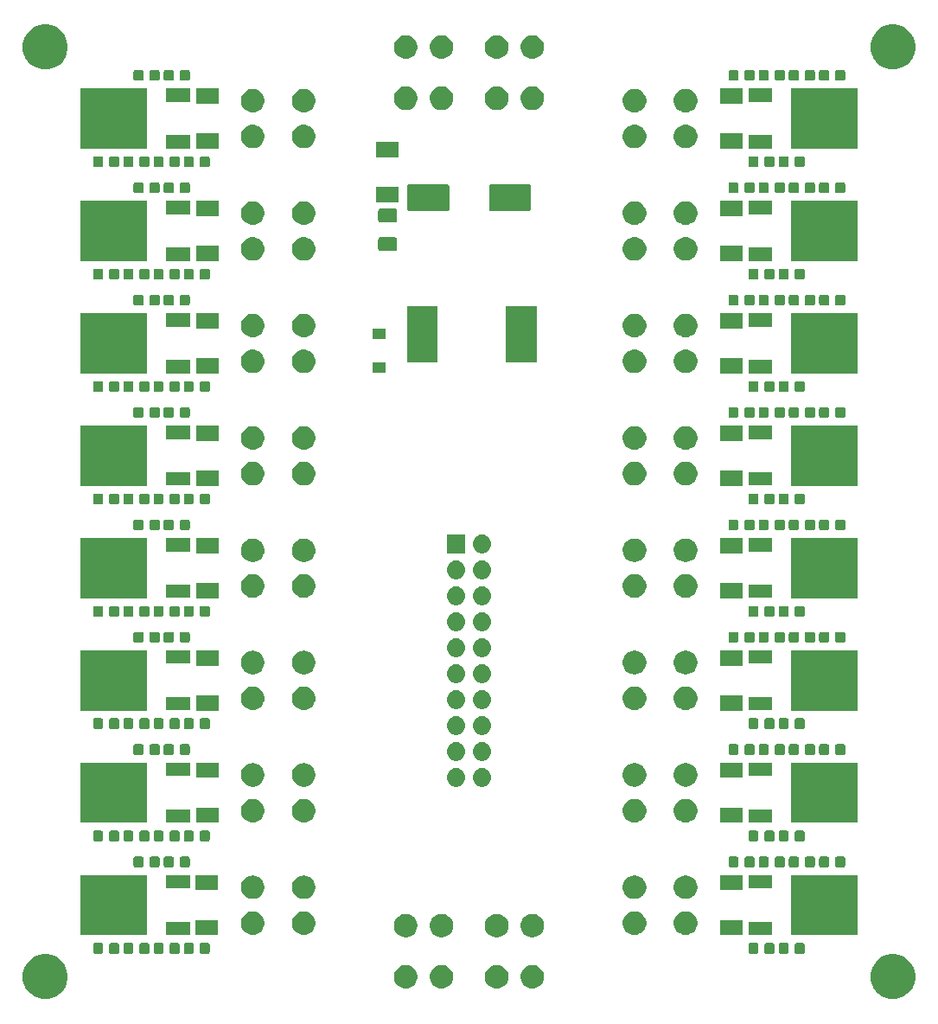
<source format=gbr>
G04 #@! TF.GenerationSoftware,KiCad,Pcbnew,(5.1.0)-1*
G04 #@! TF.CreationDate,2021-03-29T23:12:55+02:00*
G04 #@! TF.ProjectId,Magnetsteuerung,4d61676e-6574-4737-9465-756572756e67,rev?*
G04 #@! TF.SameCoordinates,Original*
G04 #@! TF.FileFunction,Soldermask,Top*
G04 #@! TF.FilePolarity,Negative*
%FSLAX46Y46*%
G04 Gerber Fmt 4.6, Leading zero omitted, Abs format (unit mm)*
G04 Created by KiCad (PCBNEW (5.1.0)-1) date 2021-03-29 23:12:55*
%MOMM*%
%LPD*%
G04 APERTURE LIST*
%ADD10C,0.100000*%
G04 APERTURE END LIST*
D10*
G36*
X177142007Y-124383582D02*
G01*
X177542563Y-124549498D01*
X177542565Y-124549499D01*
X177903056Y-124790371D01*
X178209629Y-125096944D01*
X178378047Y-125349000D01*
X178450502Y-125457437D01*
X178616418Y-125857993D01*
X178701000Y-126283219D01*
X178701000Y-126716781D01*
X178616418Y-127142007D01*
X178459846Y-127520004D01*
X178450501Y-127542565D01*
X178209629Y-127903056D01*
X177903056Y-128209629D01*
X177542565Y-128450501D01*
X177542564Y-128450502D01*
X177542563Y-128450502D01*
X177142007Y-128616418D01*
X176716781Y-128701000D01*
X176283219Y-128701000D01*
X175857993Y-128616418D01*
X175457437Y-128450502D01*
X175457436Y-128450502D01*
X175457435Y-128450501D01*
X175096944Y-128209629D01*
X174790371Y-127903056D01*
X174549499Y-127542565D01*
X174540154Y-127520004D01*
X174383582Y-127142007D01*
X174299000Y-126716781D01*
X174299000Y-126283219D01*
X174383582Y-125857993D01*
X174549498Y-125457437D01*
X174621953Y-125349000D01*
X174790371Y-125096944D01*
X175096944Y-124790371D01*
X175457435Y-124549499D01*
X175457437Y-124549498D01*
X175857993Y-124383582D01*
X176283219Y-124299000D01*
X176716781Y-124299000D01*
X177142007Y-124383582D01*
X177142007Y-124383582D01*
G37*
G36*
X94142007Y-124383582D02*
G01*
X94542563Y-124549498D01*
X94542565Y-124549499D01*
X94903056Y-124790371D01*
X95209629Y-125096944D01*
X95378047Y-125349000D01*
X95450502Y-125457437D01*
X95616418Y-125857993D01*
X95701000Y-126283219D01*
X95701000Y-126716781D01*
X95616418Y-127142007D01*
X95459846Y-127520004D01*
X95450501Y-127542565D01*
X95209629Y-127903056D01*
X94903056Y-128209629D01*
X94542565Y-128450501D01*
X94542564Y-128450502D01*
X94542563Y-128450502D01*
X94142007Y-128616418D01*
X93716781Y-128701000D01*
X93283219Y-128701000D01*
X92857993Y-128616418D01*
X92457437Y-128450502D01*
X92457436Y-128450502D01*
X92457435Y-128450501D01*
X92096944Y-128209629D01*
X91790371Y-127903056D01*
X91549499Y-127542565D01*
X91540154Y-127520004D01*
X91383582Y-127142007D01*
X91299000Y-126716781D01*
X91299000Y-126283219D01*
X91383582Y-125857993D01*
X91549498Y-125457437D01*
X91621953Y-125349000D01*
X91790371Y-125096944D01*
X92096944Y-124790371D01*
X92457435Y-124549499D01*
X92457437Y-124549498D01*
X92857993Y-124383582D01*
X93283219Y-124299000D01*
X93716781Y-124299000D01*
X94142007Y-124383582D01*
X94142007Y-124383582D01*
G37*
G36*
X129024549Y-125371116D02*
G01*
X129135734Y-125393232D01*
X129345203Y-125479997D01*
X129533720Y-125605960D01*
X129694040Y-125766280D01*
X129820003Y-125954797D01*
X129906768Y-126164266D01*
X129951000Y-126386636D01*
X129951000Y-126613364D01*
X129906768Y-126835734D01*
X129820003Y-127045203D01*
X129694040Y-127233720D01*
X129533720Y-127394040D01*
X129345203Y-127520003D01*
X129135734Y-127606768D01*
X129024549Y-127628884D01*
X128913365Y-127651000D01*
X128686635Y-127651000D01*
X128575451Y-127628884D01*
X128464266Y-127606768D01*
X128254797Y-127520003D01*
X128066280Y-127394040D01*
X127905960Y-127233720D01*
X127779997Y-127045203D01*
X127693232Y-126835734D01*
X127649000Y-126613364D01*
X127649000Y-126386636D01*
X127693232Y-126164266D01*
X127779997Y-125954797D01*
X127905960Y-125766280D01*
X128066280Y-125605960D01*
X128254797Y-125479997D01*
X128464266Y-125393232D01*
X128575451Y-125371116D01*
X128686635Y-125349000D01*
X128913365Y-125349000D01*
X129024549Y-125371116D01*
X129024549Y-125371116D01*
G37*
G36*
X137924549Y-125371116D02*
G01*
X138035734Y-125393232D01*
X138245203Y-125479997D01*
X138433720Y-125605960D01*
X138594040Y-125766280D01*
X138720003Y-125954797D01*
X138806768Y-126164266D01*
X138851000Y-126386636D01*
X138851000Y-126613364D01*
X138806768Y-126835734D01*
X138720003Y-127045203D01*
X138594040Y-127233720D01*
X138433720Y-127394040D01*
X138245203Y-127520003D01*
X138035734Y-127606768D01*
X137924549Y-127628884D01*
X137813365Y-127651000D01*
X137586635Y-127651000D01*
X137475451Y-127628884D01*
X137364266Y-127606768D01*
X137154797Y-127520003D01*
X136966280Y-127394040D01*
X136805960Y-127233720D01*
X136679997Y-127045203D01*
X136593232Y-126835734D01*
X136549000Y-126613364D01*
X136549000Y-126386636D01*
X136593232Y-126164266D01*
X136679997Y-125954797D01*
X136805960Y-125766280D01*
X136966280Y-125605960D01*
X137154797Y-125479997D01*
X137364266Y-125393232D01*
X137475451Y-125371116D01*
X137586635Y-125349000D01*
X137813365Y-125349000D01*
X137924549Y-125371116D01*
X137924549Y-125371116D01*
G37*
G36*
X141424549Y-125371116D02*
G01*
X141535734Y-125393232D01*
X141745203Y-125479997D01*
X141933720Y-125605960D01*
X142094040Y-125766280D01*
X142220003Y-125954797D01*
X142306768Y-126164266D01*
X142351000Y-126386636D01*
X142351000Y-126613364D01*
X142306768Y-126835734D01*
X142220003Y-127045203D01*
X142094040Y-127233720D01*
X141933720Y-127394040D01*
X141745203Y-127520003D01*
X141535734Y-127606768D01*
X141424549Y-127628884D01*
X141313365Y-127651000D01*
X141086635Y-127651000D01*
X140975451Y-127628884D01*
X140864266Y-127606768D01*
X140654797Y-127520003D01*
X140466280Y-127394040D01*
X140305960Y-127233720D01*
X140179997Y-127045203D01*
X140093232Y-126835734D01*
X140049000Y-126613364D01*
X140049000Y-126386636D01*
X140093232Y-126164266D01*
X140179997Y-125954797D01*
X140305960Y-125766280D01*
X140466280Y-125605960D01*
X140654797Y-125479997D01*
X140864266Y-125393232D01*
X140975451Y-125371116D01*
X141086635Y-125349000D01*
X141313365Y-125349000D01*
X141424549Y-125371116D01*
X141424549Y-125371116D01*
G37*
G36*
X132524549Y-125371116D02*
G01*
X132635734Y-125393232D01*
X132845203Y-125479997D01*
X133033720Y-125605960D01*
X133194040Y-125766280D01*
X133320003Y-125954797D01*
X133406768Y-126164266D01*
X133451000Y-126386636D01*
X133451000Y-126613364D01*
X133406768Y-126835734D01*
X133320003Y-127045203D01*
X133194040Y-127233720D01*
X133033720Y-127394040D01*
X132845203Y-127520003D01*
X132635734Y-127606768D01*
X132524549Y-127628884D01*
X132413365Y-127651000D01*
X132186635Y-127651000D01*
X132075451Y-127628884D01*
X131964266Y-127606768D01*
X131754797Y-127520003D01*
X131566280Y-127394040D01*
X131405960Y-127233720D01*
X131279997Y-127045203D01*
X131193232Y-126835734D01*
X131149000Y-126613364D01*
X131149000Y-126386636D01*
X131193232Y-126164266D01*
X131279997Y-125954797D01*
X131405960Y-125766280D01*
X131566280Y-125605960D01*
X131754797Y-125479997D01*
X131964266Y-125393232D01*
X132075451Y-125371116D01*
X132186635Y-125349000D01*
X132413365Y-125349000D01*
X132524549Y-125371116D01*
X132524549Y-125371116D01*
G37*
G36*
X107884591Y-123208085D02*
G01*
X107918569Y-123218393D01*
X107949890Y-123235134D01*
X107977339Y-123257661D01*
X107999866Y-123285110D01*
X108016607Y-123316431D01*
X108026915Y-123350409D01*
X108031000Y-123391890D01*
X108031000Y-124068110D01*
X108026915Y-124109591D01*
X108016607Y-124143569D01*
X107999866Y-124174890D01*
X107977339Y-124202339D01*
X107949890Y-124224866D01*
X107918569Y-124241607D01*
X107884591Y-124251915D01*
X107843110Y-124256000D01*
X107241890Y-124256000D01*
X107200409Y-124251915D01*
X107166431Y-124241607D01*
X107135110Y-124224866D01*
X107107661Y-124202339D01*
X107085134Y-124174890D01*
X107068393Y-124143569D01*
X107058085Y-124109591D01*
X107054000Y-124068110D01*
X107054000Y-123391890D01*
X107058085Y-123350409D01*
X107068393Y-123316431D01*
X107085134Y-123285110D01*
X107107661Y-123257661D01*
X107135110Y-123235134D01*
X107166431Y-123218393D01*
X107200409Y-123208085D01*
X107241890Y-123204000D01*
X107843110Y-123204000D01*
X107884591Y-123208085D01*
X107884591Y-123208085D01*
G37*
G36*
X100579591Y-123208085D02*
G01*
X100613569Y-123218393D01*
X100644890Y-123235134D01*
X100672339Y-123257661D01*
X100694866Y-123285110D01*
X100711607Y-123316431D01*
X100721915Y-123350409D01*
X100726000Y-123391890D01*
X100726000Y-124068110D01*
X100721915Y-124109591D01*
X100711607Y-124143569D01*
X100694866Y-124174890D01*
X100672339Y-124202339D01*
X100644890Y-124224866D01*
X100613569Y-124241607D01*
X100579591Y-124251915D01*
X100538110Y-124256000D01*
X99936890Y-124256000D01*
X99895409Y-124251915D01*
X99861431Y-124241607D01*
X99830110Y-124224866D01*
X99802661Y-124202339D01*
X99780134Y-124174890D01*
X99763393Y-124143569D01*
X99753085Y-124109591D01*
X99749000Y-124068110D01*
X99749000Y-123391890D01*
X99753085Y-123350409D01*
X99763393Y-123316431D01*
X99780134Y-123285110D01*
X99802661Y-123257661D01*
X99830110Y-123235134D01*
X99861431Y-123218393D01*
X99895409Y-123208085D01*
X99936890Y-123204000D01*
X100538110Y-123204000D01*
X100579591Y-123208085D01*
X100579591Y-123208085D01*
G37*
G36*
X106499591Y-123208085D02*
G01*
X106533569Y-123218393D01*
X106564890Y-123235134D01*
X106592339Y-123257661D01*
X106614866Y-123285110D01*
X106631607Y-123316431D01*
X106641915Y-123350409D01*
X106646000Y-123391890D01*
X106646000Y-124068110D01*
X106641915Y-124109591D01*
X106631607Y-124143569D01*
X106614866Y-124174890D01*
X106592339Y-124202339D01*
X106564890Y-124224866D01*
X106533569Y-124241607D01*
X106499591Y-124251915D01*
X106458110Y-124256000D01*
X105856890Y-124256000D01*
X105815409Y-124251915D01*
X105781431Y-124241607D01*
X105750110Y-124224866D01*
X105722661Y-124202339D01*
X105700134Y-124174890D01*
X105683393Y-124143569D01*
X105673085Y-124109591D01*
X105669000Y-124068110D01*
X105669000Y-123391890D01*
X105673085Y-123350409D01*
X105683393Y-123316431D01*
X105700134Y-123285110D01*
X105722661Y-123257661D01*
X105750110Y-123235134D01*
X105781431Y-123218393D01*
X105815409Y-123208085D01*
X105856890Y-123204000D01*
X106458110Y-123204000D01*
X106499591Y-123208085D01*
X106499591Y-123208085D01*
G37*
G36*
X99004591Y-123208085D02*
G01*
X99038569Y-123218393D01*
X99069890Y-123235134D01*
X99097339Y-123257661D01*
X99119866Y-123285110D01*
X99136607Y-123316431D01*
X99146915Y-123350409D01*
X99151000Y-123391890D01*
X99151000Y-124068110D01*
X99146915Y-124109591D01*
X99136607Y-124143569D01*
X99119866Y-124174890D01*
X99097339Y-124202339D01*
X99069890Y-124224866D01*
X99038569Y-124241607D01*
X99004591Y-124251915D01*
X98963110Y-124256000D01*
X98361890Y-124256000D01*
X98320409Y-124251915D01*
X98286431Y-124241607D01*
X98255110Y-124224866D01*
X98227661Y-124202339D01*
X98205134Y-124174890D01*
X98188393Y-124143569D01*
X98178085Y-124109591D01*
X98174000Y-124068110D01*
X98174000Y-123391890D01*
X98178085Y-123350409D01*
X98188393Y-123316431D01*
X98205134Y-123285110D01*
X98227661Y-123257661D01*
X98255110Y-123235134D01*
X98286431Y-123218393D01*
X98320409Y-123208085D01*
X98361890Y-123204000D01*
X98963110Y-123204000D01*
X99004591Y-123208085D01*
X99004591Y-123208085D01*
G37*
G36*
X103539591Y-123208085D02*
G01*
X103573569Y-123218393D01*
X103604890Y-123235134D01*
X103632339Y-123257661D01*
X103654866Y-123285110D01*
X103671607Y-123316431D01*
X103681915Y-123350409D01*
X103686000Y-123391890D01*
X103686000Y-124068110D01*
X103681915Y-124109591D01*
X103671607Y-124143569D01*
X103654866Y-124174890D01*
X103632339Y-124202339D01*
X103604890Y-124224866D01*
X103573569Y-124241607D01*
X103539591Y-124251915D01*
X103498110Y-124256000D01*
X102896890Y-124256000D01*
X102855409Y-124251915D01*
X102821431Y-124241607D01*
X102790110Y-124224866D01*
X102762661Y-124202339D01*
X102740134Y-124174890D01*
X102723393Y-124143569D01*
X102713085Y-124109591D01*
X102709000Y-124068110D01*
X102709000Y-123391890D01*
X102713085Y-123350409D01*
X102723393Y-123316431D01*
X102740134Y-123285110D01*
X102762661Y-123257661D01*
X102790110Y-123235134D01*
X102821431Y-123218393D01*
X102855409Y-123208085D01*
X102896890Y-123204000D01*
X103498110Y-123204000D01*
X103539591Y-123208085D01*
X103539591Y-123208085D01*
G37*
G36*
X101964591Y-123208085D02*
G01*
X101998569Y-123218393D01*
X102029890Y-123235134D01*
X102057339Y-123257661D01*
X102079866Y-123285110D01*
X102096607Y-123316431D01*
X102106915Y-123350409D01*
X102111000Y-123391890D01*
X102111000Y-124068110D01*
X102106915Y-124109591D01*
X102096607Y-124143569D01*
X102079866Y-124174890D01*
X102057339Y-124202339D01*
X102029890Y-124224866D01*
X101998569Y-124241607D01*
X101964591Y-124251915D01*
X101923110Y-124256000D01*
X101321890Y-124256000D01*
X101280409Y-124251915D01*
X101246431Y-124241607D01*
X101215110Y-124224866D01*
X101187661Y-124202339D01*
X101165134Y-124174890D01*
X101148393Y-124143569D01*
X101138085Y-124109591D01*
X101134000Y-124068110D01*
X101134000Y-123391890D01*
X101138085Y-123350409D01*
X101148393Y-123316431D01*
X101165134Y-123285110D01*
X101187661Y-123257661D01*
X101215110Y-123235134D01*
X101246431Y-123218393D01*
X101280409Y-123208085D01*
X101321890Y-123204000D01*
X101923110Y-123204000D01*
X101964591Y-123208085D01*
X101964591Y-123208085D01*
G37*
G36*
X109459591Y-123208085D02*
G01*
X109493569Y-123218393D01*
X109524890Y-123235134D01*
X109552339Y-123257661D01*
X109574866Y-123285110D01*
X109591607Y-123316431D01*
X109601915Y-123350409D01*
X109606000Y-123391890D01*
X109606000Y-124068110D01*
X109601915Y-124109591D01*
X109591607Y-124143569D01*
X109574866Y-124174890D01*
X109552339Y-124202339D01*
X109524890Y-124224866D01*
X109493569Y-124241607D01*
X109459591Y-124251915D01*
X109418110Y-124256000D01*
X108816890Y-124256000D01*
X108775409Y-124251915D01*
X108741431Y-124241607D01*
X108710110Y-124224866D01*
X108682661Y-124202339D01*
X108660134Y-124174890D01*
X108643393Y-124143569D01*
X108633085Y-124109591D01*
X108629000Y-124068110D01*
X108629000Y-123391890D01*
X108633085Y-123350409D01*
X108643393Y-123316431D01*
X108660134Y-123285110D01*
X108682661Y-123257661D01*
X108710110Y-123235134D01*
X108741431Y-123218393D01*
X108775409Y-123208085D01*
X108816890Y-123204000D01*
X109418110Y-123204000D01*
X109459591Y-123208085D01*
X109459591Y-123208085D01*
G37*
G36*
X163184591Y-123208085D02*
G01*
X163218569Y-123218393D01*
X163249890Y-123235134D01*
X163277339Y-123257661D01*
X163299866Y-123285110D01*
X163316607Y-123316431D01*
X163326915Y-123350409D01*
X163331000Y-123391890D01*
X163331000Y-124068110D01*
X163326915Y-124109591D01*
X163316607Y-124143569D01*
X163299866Y-124174890D01*
X163277339Y-124202339D01*
X163249890Y-124224866D01*
X163218569Y-124241607D01*
X163184591Y-124251915D01*
X163143110Y-124256000D01*
X162541890Y-124256000D01*
X162500409Y-124251915D01*
X162466431Y-124241607D01*
X162435110Y-124224866D01*
X162407661Y-124202339D01*
X162385134Y-124174890D01*
X162368393Y-124143569D01*
X162358085Y-124109591D01*
X162354000Y-124068110D01*
X162354000Y-123391890D01*
X162358085Y-123350409D01*
X162368393Y-123316431D01*
X162385134Y-123285110D01*
X162407661Y-123257661D01*
X162435110Y-123235134D01*
X162466431Y-123218393D01*
X162500409Y-123208085D01*
X162541890Y-123204000D01*
X163143110Y-123204000D01*
X163184591Y-123208085D01*
X163184591Y-123208085D01*
G37*
G36*
X164759591Y-123208085D02*
G01*
X164793569Y-123218393D01*
X164824890Y-123235134D01*
X164852339Y-123257661D01*
X164874866Y-123285110D01*
X164891607Y-123316431D01*
X164901915Y-123350409D01*
X164906000Y-123391890D01*
X164906000Y-124068110D01*
X164901915Y-124109591D01*
X164891607Y-124143569D01*
X164874866Y-124174890D01*
X164852339Y-124202339D01*
X164824890Y-124224866D01*
X164793569Y-124241607D01*
X164759591Y-124251915D01*
X164718110Y-124256000D01*
X164116890Y-124256000D01*
X164075409Y-124251915D01*
X164041431Y-124241607D01*
X164010110Y-124224866D01*
X163982661Y-124202339D01*
X163960134Y-124174890D01*
X163943393Y-124143569D01*
X163933085Y-124109591D01*
X163929000Y-124068110D01*
X163929000Y-123391890D01*
X163933085Y-123350409D01*
X163943393Y-123316431D01*
X163960134Y-123285110D01*
X163982661Y-123257661D01*
X164010110Y-123235134D01*
X164041431Y-123218393D01*
X164075409Y-123208085D01*
X164116890Y-123204000D01*
X164718110Y-123204000D01*
X164759591Y-123208085D01*
X164759591Y-123208085D01*
G37*
G36*
X166144591Y-123208085D02*
G01*
X166178569Y-123218393D01*
X166209890Y-123235134D01*
X166237339Y-123257661D01*
X166259866Y-123285110D01*
X166276607Y-123316431D01*
X166286915Y-123350409D01*
X166291000Y-123391890D01*
X166291000Y-124068110D01*
X166286915Y-124109591D01*
X166276607Y-124143569D01*
X166259866Y-124174890D01*
X166237339Y-124202339D01*
X166209890Y-124224866D01*
X166178569Y-124241607D01*
X166144591Y-124251915D01*
X166103110Y-124256000D01*
X165501890Y-124256000D01*
X165460409Y-124251915D01*
X165426431Y-124241607D01*
X165395110Y-124224866D01*
X165367661Y-124202339D01*
X165345134Y-124174890D01*
X165328393Y-124143569D01*
X165318085Y-124109591D01*
X165314000Y-124068110D01*
X165314000Y-123391890D01*
X165318085Y-123350409D01*
X165328393Y-123316431D01*
X165345134Y-123285110D01*
X165367661Y-123257661D01*
X165395110Y-123235134D01*
X165426431Y-123218393D01*
X165460409Y-123208085D01*
X165501890Y-123204000D01*
X166103110Y-123204000D01*
X166144591Y-123208085D01*
X166144591Y-123208085D01*
G37*
G36*
X167719591Y-123208085D02*
G01*
X167753569Y-123218393D01*
X167784890Y-123235134D01*
X167812339Y-123257661D01*
X167834866Y-123285110D01*
X167851607Y-123316431D01*
X167861915Y-123350409D01*
X167866000Y-123391890D01*
X167866000Y-124068110D01*
X167861915Y-124109591D01*
X167851607Y-124143569D01*
X167834866Y-124174890D01*
X167812339Y-124202339D01*
X167784890Y-124224866D01*
X167753569Y-124241607D01*
X167719591Y-124251915D01*
X167678110Y-124256000D01*
X167076890Y-124256000D01*
X167035409Y-124251915D01*
X167001431Y-124241607D01*
X166970110Y-124224866D01*
X166942661Y-124202339D01*
X166920134Y-124174890D01*
X166903393Y-124143569D01*
X166893085Y-124109591D01*
X166889000Y-124068110D01*
X166889000Y-123391890D01*
X166893085Y-123350409D01*
X166903393Y-123316431D01*
X166920134Y-123285110D01*
X166942661Y-123257661D01*
X166970110Y-123235134D01*
X167001431Y-123218393D01*
X167035409Y-123208085D01*
X167076890Y-123204000D01*
X167678110Y-123204000D01*
X167719591Y-123208085D01*
X167719591Y-123208085D01*
G37*
G36*
X104924591Y-123208085D02*
G01*
X104958569Y-123218393D01*
X104989890Y-123235134D01*
X105017339Y-123257661D01*
X105039866Y-123285110D01*
X105056607Y-123316431D01*
X105066915Y-123350409D01*
X105071000Y-123391890D01*
X105071000Y-124068110D01*
X105066915Y-124109591D01*
X105056607Y-124143569D01*
X105039866Y-124174890D01*
X105017339Y-124202339D01*
X104989890Y-124224866D01*
X104958569Y-124241607D01*
X104924591Y-124251915D01*
X104883110Y-124256000D01*
X104281890Y-124256000D01*
X104240409Y-124251915D01*
X104206431Y-124241607D01*
X104175110Y-124224866D01*
X104147661Y-124202339D01*
X104125134Y-124174890D01*
X104108393Y-124143569D01*
X104098085Y-124109591D01*
X104094000Y-124068110D01*
X104094000Y-123391890D01*
X104098085Y-123350409D01*
X104108393Y-123316431D01*
X104125134Y-123285110D01*
X104147661Y-123257661D01*
X104175110Y-123235134D01*
X104206431Y-123218393D01*
X104240409Y-123208085D01*
X104281890Y-123204000D01*
X104883110Y-123204000D01*
X104924591Y-123208085D01*
X104924591Y-123208085D01*
G37*
G36*
X132524549Y-120371116D02*
G01*
X132635734Y-120393232D01*
X132845203Y-120479997D01*
X133033720Y-120605960D01*
X133194040Y-120766280D01*
X133320003Y-120954797D01*
X133406768Y-121164266D01*
X133451000Y-121386636D01*
X133451000Y-121613364D01*
X133406768Y-121835734D01*
X133320003Y-122045203D01*
X133194040Y-122233720D01*
X133033720Y-122394040D01*
X132845203Y-122520003D01*
X132635734Y-122606768D01*
X132524549Y-122628884D01*
X132413365Y-122651000D01*
X132186635Y-122651000D01*
X132075451Y-122628884D01*
X131964266Y-122606768D01*
X131754797Y-122520003D01*
X131566280Y-122394040D01*
X131405960Y-122233720D01*
X131279997Y-122045203D01*
X131193232Y-121835734D01*
X131149000Y-121613364D01*
X131149000Y-121386636D01*
X131193232Y-121164266D01*
X131279997Y-120954797D01*
X131405960Y-120766280D01*
X131566280Y-120605960D01*
X131754797Y-120479997D01*
X131964266Y-120393232D01*
X132075451Y-120371116D01*
X132186635Y-120349000D01*
X132413365Y-120349000D01*
X132524549Y-120371116D01*
X132524549Y-120371116D01*
G37*
G36*
X137924549Y-120371116D02*
G01*
X138035734Y-120393232D01*
X138245203Y-120479997D01*
X138433720Y-120605960D01*
X138594040Y-120766280D01*
X138720003Y-120954797D01*
X138806768Y-121164266D01*
X138851000Y-121386636D01*
X138851000Y-121613364D01*
X138806768Y-121835734D01*
X138720003Y-122045203D01*
X138594040Y-122233720D01*
X138433720Y-122394040D01*
X138245203Y-122520003D01*
X138035734Y-122606768D01*
X137924549Y-122628884D01*
X137813365Y-122651000D01*
X137586635Y-122651000D01*
X137475451Y-122628884D01*
X137364266Y-122606768D01*
X137154797Y-122520003D01*
X136966280Y-122394040D01*
X136805960Y-122233720D01*
X136679997Y-122045203D01*
X136593232Y-121835734D01*
X136549000Y-121613364D01*
X136549000Y-121386636D01*
X136593232Y-121164266D01*
X136679997Y-120954797D01*
X136805960Y-120766280D01*
X136966280Y-120605960D01*
X137154797Y-120479997D01*
X137364266Y-120393232D01*
X137475451Y-120371116D01*
X137586635Y-120349000D01*
X137813365Y-120349000D01*
X137924549Y-120371116D01*
X137924549Y-120371116D01*
G37*
G36*
X141424549Y-120371116D02*
G01*
X141535734Y-120393232D01*
X141745203Y-120479997D01*
X141933720Y-120605960D01*
X142094040Y-120766280D01*
X142220003Y-120954797D01*
X142306768Y-121164266D01*
X142351000Y-121386636D01*
X142351000Y-121613364D01*
X142306768Y-121835734D01*
X142220003Y-122045203D01*
X142094040Y-122233720D01*
X141933720Y-122394040D01*
X141745203Y-122520003D01*
X141535734Y-122606768D01*
X141424549Y-122628884D01*
X141313365Y-122651000D01*
X141086635Y-122651000D01*
X140975451Y-122628884D01*
X140864266Y-122606768D01*
X140654797Y-122520003D01*
X140466280Y-122394040D01*
X140305960Y-122233720D01*
X140179997Y-122045203D01*
X140093232Y-121835734D01*
X140049000Y-121613364D01*
X140049000Y-121386636D01*
X140093232Y-121164266D01*
X140179997Y-120954797D01*
X140305960Y-120766280D01*
X140466280Y-120605960D01*
X140654797Y-120479997D01*
X140864266Y-120393232D01*
X140975451Y-120371116D01*
X141086635Y-120349000D01*
X141313365Y-120349000D01*
X141424549Y-120371116D01*
X141424549Y-120371116D01*
G37*
G36*
X129024549Y-120371116D02*
G01*
X129135734Y-120393232D01*
X129345203Y-120479997D01*
X129533720Y-120605960D01*
X129694040Y-120766280D01*
X129820003Y-120954797D01*
X129906768Y-121164266D01*
X129951000Y-121386636D01*
X129951000Y-121613364D01*
X129906768Y-121835734D01*
X129820003Y-122045203D01*
X129694040Y-122233720D01*
X129533720Y-122394040D01*
X129345203Y-122520003D01*
X129135734Y-122606768D01*
X129024549Y-122628884D01*
X128913365Y-122651000D01*
X128686635Y-122651000D01*
X128575451Y-122628884D01*
X128464266Y-122606768D01*
X128254797Y-122520003D01*
X128066280Y-122394040D01*
X127905960Y-122233720D01*
X127779997Y-122045203D01*
X127693232Y-121835734D01*
X127649000Y-121613364D01*
X127649000Y-121386636D01*
X127693232Y-121164266D01*
X127779997Y-120954797D01*
X127905960Y-120766280D01*
X128066280Y-120605960D01*
X128254797Y-120479997D01*
X128464266Y-120393232D01*
X128575451Y-120371116D01*
X128686635Y-120349000D01*
X128913365Y-120349000D01*
X129024549Y-120371116D01*
X129024549Y-120371116D01*
G37*
G36*
X161801000Y-122451000D02*
G01*
X159599000Y-122451000D01*
X159599000Y-120949000D01*
X161801000Y-120949000D01*
X161801000Y-122451000D01*
X161801000Y-122451000D01*
G37*
G36*
X103451000Y-122451000D02*
G01*
X96949000Y-122451000D01*
X96949000Y-116549000D01*
X103451000Y-116549000D01*
X103451000Y-122451000D01*
X103451000Y-122451000D01*
G37*
G36*
X173051000Y-122451000D02*
G01*
X166549000Y-122451000D01*
X166549000Y-116549000D01*
X173051000Y-116549000D01*
X173051000Y-122451000D01*
X173051000Y-122451000D01*
G37*
G36*
X110401000Y-122451000D02*
G01*
X108199000Y-122451000D01*
X108199000Y-120949000D01*
X110401000Y-120949000D01*
X110401000Y-122451000D01*
X110401000Y-122451000D01*
G37*
G36*
X107651000Y-122431000D02*
G01*
X105349000Y-122431000D01*
X105349000Y-121129000D01*
X107651000Y-121129000D01*
X107651000Y-122431000D01*
X107651000Y-122431000D01*
G37*
G36*
X164651000Y-122431000D02*
G01*
X162349000Y-122431000D01*
X162349000Y-121129000D01*
X164651000Y-121129000D01*
X164651000Y-122431000D01*
X164651000Y-122431000D01*
G37*
G36*
X151424549Y-120121116D02*
G01*
X151535734Y-120143232D01*
X151745203Y-120229997D01*
X151933720Y-120355960D01*
X152094040Y-120516280D01*
X152220003Y-120704797D01*
X152306768Y-120914266D01*
X152351000Y-121136636D01*
X152351000Y-121363364D01*
X152306768Y-121585734D01*
X152220003Y-121795203D01*
X152094040Y-121983720D01*
X151933720Y-122144040D01*
X151745203Y-122270003D01*
X151535734Y-122356768D01*
X151424549Y-122378884D01*
X151313365Y-122401000D01*
X151086635Y-122401000D01*
X150975451Y-122378884D01*
X150864266Y-122356768D01*
X150654797Y-122270003D01*
X150466280Y-122144040D01*
X150305960Y-121983720D01*
X150179997Y-121795203D01*
X150093232Y-121585734D01*
X150049000Y-121363364D01*
X150049000Y-121136636D01*
X150093232Y-120914266D01*
X150179997Y-120704797D01*
X150305960Y-120516280D01*
X150466280Y-120355960D01*
X150654797Y-120229997D01*
X150864266Y-120143232D01*
X150975451Y-120121116D01*
X151086635Y-120099000D01*
X151313365Y-120099000D01*
X151424549Y-120121116D01*
X151424549Y-120121116D01*
G37*
G36*
X114024549Y-120121116D02*
G01*
X114135734Y-120143232D01*
X114345203Y-120229997D01*
X114533720Y-120355960D01*
X114694040Y-120516280D01*
X114820003Y-120704797D01*
X114906768Y-120914266D01*
X114951000Y-121136636D01*
X114951000Y-121363364D01*
X114906768Y-121585734D01*
X114820003Y-121795203D01*
X114694040Y-121983720D01*
X114533720Y-122144040D01*
X114345203Y-122270003D01*
X114135734Y-122356768D01*
X114024549Y-122378884D01*
X113913365Y-122401000D01*
X113686635Y-122401000D01*
X113575451Y-122378884D01*
X113464266Y-122356768D01*
X113254797Y-122270003D01*
X113066280Y-122144040D01*
X112905960Y-121983720D01*
X112779997Y-121795203D01*
X112693232Y-121585734D01*
X112649000Y-121363364D01*
X112649000Y-121136636D01*
X112693232Y-120914266D01*
X112779997Y-120704797D01*
X112905960Y-120516280D01*
X113066280Y-120355960D01*
X113254797Y-120229997D01*
X113464266Y-120143232D01*
X113575451Y-120121116D01*
X113686635Y-120099000D01*
X113913365Y-120099000D01*
X114024549Y-120121116D01*
X114024549Y-120121116D01*
G37*
G36*
X119024549Y-120121116D02*
G01*
X119135734Y-120143232D01*
X119345203Y-120229997D01*
X119533720Y-120355960D01*
X119694040Y-120516280D01*
X119820003Y-120704797D01*
X119906768Y-120914266D01*
X119951000Y-121136636D01*
X119951000Y-121363364D01*
X119906768Y-121585734D01*
X119820003Y-121795203D01*
X119694040Y-121983720D01*
X119533720Y-122144040D01*
X119345203Y-122270003D01*
X119135734Y-122356768D01*
X119024549Y-122378884D01*
X118913365Y-122401000D01*
X118686635Y-122401000D01*
X118575451Y-122378884D01*
X118464266Y-122356768D01*
X118254797Y-122270003D01*
X118066280Y-122144040D01*
X117905960Y-121983720D01*
X117779997Y-121795203D01*
X117693232Y-121585734D01*
X117649000Y-121363364D01*
X117649000Y-121136636D01*
X117693232Y-120914266D01*
X117779997Y-120704797D01*
X117905960Y-120516280D01*
X118066280Y-120355960D01*
X118254797Y-120229997D01*
X118464266Y-120143232D01*
X118575451Y-120121116D01*
X118686635Y-120099000D01*
X118913365Y-120099000D01*
X119024549Y-120121116D01*
X119024549Y-120121116D01*
G37*
G36*
X156424549Y-120121116D02*
G01*
X156535734Y-120143232D01*
X156745203Y-120229997D01*
X156933720Y-120355960D01*
X157094040Y-120516280D01*
X157220003Y-120704797D01*
X157306768Y-120914266D01*
X157351000Y-121136636D01*
X157351000Y-121363364D01*
X157306768Y-121585734D01*
X157220003Y-121795203D01*
X157094040Y-121983720D01*
X156933720Y-122144040D01*
X156745203Y-122270003D01*
X156535734Y-122356768D01*
X156424549Y-122378884D01*
X156313365Y-122401000D01*
X156086635Y-122401000D01*
X155975451Y-122378884D01*
X155864266Y-122356768D01*
X155654797Y-122270003D01*
X155466280Y-122144040D01*
X155305960Y-121983720D01*
X155179997Y-121795203D01*
X155093232Y-121585734D01*
X155049000Y-121363364D01*
X155049000Y-121136636D01*
X155093232Y-120914266D01*
X155179997Y-120704797D01*
X155305960Y-120516280D01*
X155466280Y-120355960D01*
X155654797Y-120229997D01*
X155864266Y-120143232D01*
X155975451Y-120121116D01*
X156086635Y-120099000D01*
X156313365Y-120099000D01*
X156424549Y-120121116D01*
X156424549Y-120121116D01*
G37*
G36*
X151424549Y-116621116D02*
G01*
X151535734Y-116643232D01*
X151745203Y-116729997D01*
X151933720Y-116855960D01*
X152094040Y-117016280D01*
X152220003Y-117204797D01*
X152306768Y-117414266D01*
X152351000Y-117636636D01*
X152351000Y-117863364D01*
X152306768Y-118085734D01*
X152220003Y-118295203D01*
X152094040Y-118483720D01*
X151933720Y-118644040D01*
X151745203Y-118770003D01*
X151535734Y-118856768D01*
X151424549Y-118878884D01*
X151313365Y-118901000D01*
X151086635Y-118901000D01*
X150975451Y-118878884D01*
X150864266Y-118856768D01*
X150654797Y-118770003D01*
X150466280Y-118644040D01*
X150305960Y-118483720D01*
X150179997Y-118295203D01*
X150093232Y-118085734D01*
X150049000Y-117863364D01*
X150049000Y-117636636D01*
X150093232Y-117414266D01*
X150179997Y-117204797D01*
X150305960Y-117016280D01*
X150466280Y-116855960D01*
X150654797Y-116729997D01*
X150864266Y-116643232D01*
X150975451Y-116621116D01*
X151086635Y-116599000D01*
X151313365Y-116599000D01*
X151424549Y-116621116D01*
X151424549Y-116621116D01*
G37*
G36*
X114024549Y-116621116D02*
G01*
X114135734Y-116643232D01*
X114345203Y-116729997D01*
X114533720Y-116855960D01*
X114694040Y-117016280D01*
X114820003Y-117204797D01*
X114906768Y-117414266D01*
X114951000Y-117636636D01*
X114951000Y-117863364D01*
X114906768Y-118085734D01*
X114820003Y-118295203D01*
X114694040Y-118483720D01*
X114533720Y-118644040D01*
X114345203Y-118770003D01*
X114135734Y-118856768D01*
X114024549Y-118878884D01*
X113913365Y-118901000D01*
X113686635Y-118901000D01*
X113575451Y-118878884D01*
X113464266Y-118856768D01*
X113254797Y-118770003D01*
X113066280Y-118644040D01*
X112905960Y-118483720D01*
X112779997Y-118295203D01*
X112693232Y-118085734D01*
X112649000Y-117863364D01*
X112649000Y-117636636D01*
X112693232Y-117414266D01*
X112779997Y-117204797D01*
X112905960Y-117016280D01*
X113066280Y-116855960D01*
X113254797Y-116729997D01*
X113464266Y-116643232D01*
X113575451Y-116621116D01*
X113686635Y-116599000D01*
X113913365Y-116599000D01*
X114024549Y-116621116D01*
X114024549Y-116621116D01*
G37*
G36*
X119024549Y-116621116D02*
G01*
X119135734Y-116643232D01*
X119345203Y-116729997D01*
X119533720Y-116855960D01*
X119694040Y-117016280D01*
X119820003Y-117204797D01*
X119906768Y-117414266D01*
X119951000Y-117636636D01*
X119951000Y-117863364D01*
X119906768Y-118085734D01*
X119820003Y-118295203D01*
X119694040Y-118483720D01*
X119533720Y-118644040D01*
X119345203Y-118770003D01*
X119135734Y-118856768D01*
X119024549Y-118878884D01*
X118913365Y-118901000D01*
X118686635Y-118901000D01*
X118575451Y-118878884D01*
X118464266Y-118856768D01*
X118254797Y-118770003D01*
X118066280Y-118644040D01*
X117905960Y-118483720D01*
X117779997Y-118295203D01*
X117693232Y-118085734D01*
X117649000Y-117863364D01*
X117649000Y-117636636D01*
X117693232Y-117414266D01*
X117779997Y-117204797D01*
X117905960Y-117016280D01*
X118066280Y-116855960D01*
X118254797Y-116729997D01*
X118464266Y-116643232D01*
X118575451Y-116621116D01*
X118686635Y-116599000D01*
X118913365Y-116599000D01*
X119024549Y-116621116D01*
X119024549Y-116621116D01*
G37*
G36*
X156424549Y-116621116D02*
G01*
X156535734Y-116643232D01*
X156745203Y-116729997D01*
X156933720Y-116855960D01*
X157094040Y-117016280D01*
X157220003Y-117204797D01*
X157306768Y-117414266D01*
X157351000Y-117636636D01*
X157351000Y-117863364D01*
X157306768Y-118085734D01*
X157220003Y-118295203D01*
X157094040Y-118483720D01*
X156933720Y-118644040D01*
X156745203Y-118770003D01*
X156535734Y-118856768D01*
X156424549Y-118878884D01*
X156313365Y-118901000D01*
X156086635Y-118901000D01*
X155975451Y-118878884D01*
X155864266Y-118856768D01*
X155654797Y-118770003D01*
X155466280Y-118644040D01*
X155305960Y-118483720D01*
X155179997Y-118295203D01*
X155093232Y-118085734D01*
X155049000Y-117863364D01*
X155049000Y-117636636D01*
X155093232Y-117414266D01*
X155179997Y-117204797D01*
X155305960Y-117016280D01*
X155466280Y-116855960D01*
X155654797Y-116729997D01*
X155864266Y-116643232D01*
X155975451Y-116621116D01*
X156086635Y-116599000D01*
X156313365Y-116599000D01*
X156424549Y-116621116D01*
X156424549Y-116621116D01*
G37*
G36*
X161801000Y-118051000D02*
G01*
X159599000Y-118051000D01*
X159599000Y-116549000D01*
X161801000Y-116549000D01*
X161801000Y-118051000D01*
X161801000Y-118051000D01*
G37*
G36*
X110401000Y-118051000D02*
G01*
X108199000Y-118051000D01*
X108199000Y-116549000D01*
X110401000Y-116549000D01*
X110401000Y-118051000D01*
X110401000Y-118051000D01*
G37*
G36*
X164651000Y-117871000D02*
G01*
X162349000Y-117871000D01*
X162349000Y-116569000D01*
X164651000Y-116569000D01*
X164651000Y-117871000D01*
X164651000Y-117871000D01*
G37*
G36*
X107651000Y-117871000D02*
G01*
X105349000Y-117871000D01*
X105349000Y-116569000D01*
X107651000Y-116569000D01*
X107651000Y-117871000D01*
X107651000Y-117871000D01*
G37*
G36*
X164189591Y-114748085D02*
G01*
X164223569Y-114758393D01*
X164254890Y-114775134D01*
X164282339Y-114797661D01*
X164304866Y-114825110D01*
X164321607Y-114856431D01*
X164331915Y-114890409D01*
X164336000Y-114931890D01*
X164336000Y-115608110D01*
X164331915Y-115649591D01*
X164321607Y-115683569D01*
X164304866Y-115714890D01*
X164282339Y-115742339D01*
X164254890Y-115764866D01*
X164223569Y-115781607D01*
X164189591Y-115791915D01*
X164148110Y-115796000D01*
X163546890Y-115796000D01*
X163505409Y-115791915D01*
X163471431Y-115781607D01*
X163440110Y-115764866D01*
X163412661Y-115742339D01*
X163390134Y-115714890D01*
X163373393Y-115683569D01*
X163363085Y-115649591D01*
X163359000Y-115608110D01*
X163359000Y-114931890D01*
X163363085Y-114890409D01*
X163373393Y-114856431D01*
X163390134Y-114825110D01*
X163412661Y-114797661D01*
X163440110Y-114775134D01*
X163471431Y-114758393D01*
X163505409Y-114748085D01*
X163546890Y-114744000D01*
X164148110Y-114744000D01*
X164189591Y-114748085D01*
X164189591Y-114748085D01*
G37*
G36*
X167149591Y-114748085D02*
G01*
X167183569Y-114758393D01*
X167214890Y-114775134D01*
X167242339Y-114797661D01*
X167264866Y-114825110D01*
X167281607Y-114856431D01*
X167291915Y-114890409D01*
X167296000Y-114931890D01*
X167296000Y-115608110D01*
X167291915Y-115649591D01*
X167281607Y-115683569D01*
X167264866Y-115714890D01*
X167242339Y-115742339D01*
X167214890Y-115764866D01*
X167183569Y-115781607D01*
X167149591Y-115791915D01*
X167108110Y-115796000D01*
X166506890Y-115796000D01*
X166465409Y-115791915D01*
X166431431Y-115781607D01*
X166400110Y-115764866D01*
X166372661Y-115742339D01*
X166350134Y-115714890D01*
X166333393Y-115683569D01*
X166323085Y-115649591D01*
X166319000Y-115608110D01*
X166319000Y-114931890D01*
X166323085Y-114890409D01*
X166333393Y-114856431D01*
X166350134Y-114825110D01*
X166372661Y-114797661D01*
X166400110Y-114775134D01*
X166431431Y-114758393D01*
X166465409Y-114748085D01*
X166506890Y-114744000D01*
X167108110Y-114744000D01*
X167149591Y-114748085D01*
X167149591Y-114748085D01*
G37*
G36*
X170109591Y-114748085D02*
G01*
X170143569Y-114758393D01*
X170174890Y-114775134D01*
X170202339Y-114797661D01*
X170224866Y-114825110D01*
X170241607Y-114856431D01*
X170251915Y-114890409D01*
X170256000Y-114931890D01*
X170256000Y-115608110D01*
X170251915Y-115649591D01*
X170241607Y-115683569D01*
X170224866Y-115714890D01*
X170202339Y-115742339D01*
X170174890Y-115764866D01*
X170143569Y-115781607D01*
X170109591Y-115791915D01*
X170068110Y-115796000D01*
X169466890Y-115796000D01*
X169425409Y-115791915D01*
X169391431Y-115781607D01*
X169360110Y-115764866D01*
X169332661Y-115742339D01*
X169310134Y-115714890D01*
X169293393Y-115683569D01*
X169283085Y-115649591D01*
X169279000Y-115608110D01*
X169279000Y-114931890D01*
X169283085Y-114890409D01*
X169293393Y-114856431D01*
X169310134Y-114825110D01*
X169332661Y-114797661D01*
X169360110Y-114775134D01*
X169391431Y-114758393D01*
X169425409Y-114748085D01*
X169466890Y-114744000D01*
X170068110Y-114744000D01*
X170109591Y-114748085D01*
X170109591Y-114748085D01*
G37*
G36*
X171684591Y-114748085D02*
G01*
X171718569Y-114758393D01*
X171749890Y-114775134D01*
X171777339Y-114797661D01*
X171799866Y-114825110D01*
X171816607Y-114856431D01*
X171826915Y-114890409D01*
X171831000Y-114931890D01*
X171831000Y-115608110D01*
X171826915Y-115649591D01*
X171816607Y-115683569D01*
X171799866Y-115714890D01*
X171777339Y-115742339D01*
X171749890Y-115764866D01*
X171718569Y-115781607D01*
X171684591Y-115791915D01*
X171643110Y-115796000D01*
X171041890Y-115796000D01*
X171000409Y-115791915D01*
X170966431Y-115781607D01*
X170935110Y-115764866D01*
X170907661Y-115742339D01*
X170885134Y-115714890D01*
X170868393Y-115683569D01*
X170858085Y-115649591D01*
X170854000Y-115608110D01*
X170854000Y-114931890D01*
X170858085Y-114890409D01*
X170868393Y-114856431D01*
X170885134Y-114825110D01*
X170907661Y-114797661D01*
X170935110Y-114775134D01*
X170966431Y-114758393D01*
X171000409Y-114748085D01*
X171041890Y-114744000D01*
X171643110Y-114744000D01*
X171684591Y-114748085D01*
X171684591Y-114748085D01*
G37*
G36*
X107499591Y-114748085D02*
G01*
X107533569Y-114758393D01*
X107564890Y-114775134D01*
X107592339Y-114797661D01*
X107614866Y-114825110D01*
X107631607Y-114856431D01*
X107641915Y-114890409D01*
X107646000Y-114931890D01*
X107646000Y-115608110D01*
X107641915Y-115649591D01*
X107631607Y-115683569D01*
X107614866Y-115714890D01*
X107592339Y-115742339D01*
X107564890Y-115764866D01*
X107533569Y-115781607D01*
X107499591Y-115791915D01*
X107458110Y-115796000D01*
X106856890Y-115796000D01*
X106815409Y-115791915D01*
X106781431Y-115781607D01*
X106750110Y-115764866D01*
X106722661Y-115742339D01*
X106700134Y-115714890D01*
X106683393Y-115683569D01*
X106673085Y-115649591D01*
X106669000Y-115608110D01*
X106669000Y-114931890D01*
X106673085Y-114890409D01*
X106683393Y-114856431D01*
X106700134Y-114825110D01*
X106722661Y-114797661D01*
X106750110Y-114775134D01*
X106781431Y-114758393D01*
X106815409Y-114748085D01*
X106856890Y-114744000D01*
X107458110Y-114744000D01*
X107499591Y-114748085D01*
X107499591Y-114748085D01*
G37*
G36*
X168724591Y-114748085D02*
G01*
X168758569Y-114758393D01*
X168789890Y-114775134D01*
X168817339Y-114797661D01*
X168839866Y-114825110D01*
X168856607Y-114856431D01*
X168866915Y-114890409D01*
X168871000Y-114931890D01*
X168871000Y-115608110D01*
X168866915Y-115649591D01*
X168856607Y-115683569D01*
X168839866Y-115714890D01*
X168817339Y-115742339D01*
X168789890Y-115764866D01*
X168758569Y-115781607D01*
X168724591Y-115791915D01*
X168683110Y-115796000D01*
X168081890Y-115796000D01*
X168040409Y-115791915D01*
X168006431Y-115781607D01*
X167975110Y-115764866D01*
X167947661Y-115742339D01*
X167925134Y-115714890D01*
X167908393Y-115683569D01*
X167898085Y-115649591D01*
X167894000Y-115608110D01*
X167894000Y-114931890D01*
X167898085Y-114890409D01*
X167908393Y-114856431D01*
X167925134Y-114825110D01*
X167947661Y-114797661D01*
X167975110Y-114775134D01*
X168006431Y-114758393D01*
X168040409Y-114748085D01*
X168081890Y-114744000D01*
X168683110Y-114744000D01*
X168724591Y-114748085D01*
X168724591Y-114748085D01*
G37*
G36*
X161229591Y-114748085D02*
G01*
X161263569Y-114758393D01*
X161294890Y-114775134D01*
X161322339Y-114797661D01*
X161344866Y-114825110D01*
X161361607Y-114856431D01*
X161371915Y-114890409D01*
X161376000Y-114931890D01*
X161376000Y-115608110D01*
X161371915Y-115649591D01*
X161361607Y-115683569D01*
X161344866Y-115714890D01*
X161322339Y-115742339D01*
X161294890Y-115764866D01*
X161263569Y-115781607D01*
X161229591Y-115791915D01*
X161188110Y-115796000D01*
X160586890Y-115796000D01*
X160545409Y-115791915D01*
X160511431Y-115781607D01*
X160480110Y-115764866D01*
X160452661Y-115742339D01*
X160430134Y-115714890D01*
X160413393Y-115683569D01*
X160403085Y-115649591D01*
X160399000Y-115608110D01*
X160399000Y-114931890D01*
X160403085Y-114890409D01*
X160413393Y-114856431D01*
X160430134Y-114825110D01*
X160452661Y-114797661D01*
X160480110Y-114775134D01*
X160511431Y-114758393D01*
X160545409Y-114748085D01*
X160586890Y-114744000D01*
X161188110Y-114744000D01*
X161229591Y-114748085D01*
X161229591Y-114748085D01*
G37*
G36*
X165764591Y-114748085D02*
G01*
X165798569Y-114758393D01*
X165829890Y-114775134D01*
X165857339Y-114797661D01*
X165879866Y-114825110D01*
X165896607Y-114856431D01*
X165906915Y-114890409D01*
X165911000Y-114931890D01*
X165911000Y-115608110D01*
X165906915Y-115649591D01*
X165896607Y-115683569D01*
X165879866Y-115714890D01*
X165857339Y-115742339D01*
X165829890Y-115764866D01*
X165798569Y-115781607D01*
X165764591Y-115791915D01*
X165723110Y-115796000D01*
X165121890Y-115796000D01*
X165080409Y-115791915D01*
X165046431Y-115781607D01*
X165015110Y-115764866D01*
X164987661Y-115742339D01*
X164965134Y-115714890D01*
X164948393Y-115683569D01*
X164938085Y-115649591D01*
X164934000Y-115608110D01*
X164934000Y-114931890D01*
X164938085Y-114890409D01*
X164948393Y-114856431D01*
X164965134Y-114825110D01*
X164987661Y-114797661D01*
X165015110Y-114775134D01*
X165046431Y-114758393D01*
X165080409Y-114748085D01*
X165121890Y-114744000D01*
X165723110Y-114744000D01*
X165764591Y-114748085D01*
X165764591Y-114748085D01*
G37*
G36*
X105924591Y-114748085D02*
G01*
X105958569Y-114758393D01*
X105989890Y-114775134D01*
X106017339Y-114797661D01*
X106039866Y-114825110D01*
X106056607Y-114856431D01*
X106066915Y-114890409D01*
X106071000Y-114931890D01*
X106071000Y-115608110D01*
X106066915Y-115649591D01*
X106056607Y-115683569D01*
X106039866Y-115714890D01*
X106017339Y-115742339D01*
X105989890Y-115764866D01*
X105958569Y-115781607D01*
X105924591Y-115791915D01*
X105883110Y-115796000D01*
X105281890Y-115796000D01*
X105240409Y-115791915D01*
X105206431Y-115781607D01*
X105175110Y-115764866D01*
X105147661Y-115742339D01*
X105125134Y-115714890D01*
X105108393Y-115683569D01*
X105098085Y-115649591D01*
X105094000Y-115608110D01*
X105094000Y-114931890D01*
X105098085Y-114890409D01*
X105108393Y-114856431D01*
X105125134Y-114825110D01*
X105147661Y-114797661D01*
X105175110Y-114775134D01*
X105206431Y-114758393D01*
X105240409Y-114748085D01*
X105281890Y-114744000D01*
X105883110Y-114744000D01*
X105924591Y-114748085D01*
X105924591Y-114748085D01*
G37*
G36*
X104539591Y-114748085D02*
G01*
X104573569Y-114758393D01*
X104604890Y-114775134D01*
X104632339Y-114797661D01*
X104654866Y-114825110D01*
X104671607Y-114856431D01*
X104681915Y-114890409D01*
X104686000Y-114931890D01*
X104686000Y-115608110D01*
X104681915Y-115649591D01*
X104671607Y-115683569D01*
X104654866Y-115714890D01*
X104632339Y-115742339D01*
X104604890Y-115764866D01*
X104573569Y-115781607D01*
X104539591Y-115791915D01*
X104498110Y-115796000D01*
X103896890Y-115796000D01*
X103855409Y-115791915D01*
X103821431Y-115781607D01*
X103790110Y-115764866D01*
X103762661Y-115742339D01*
X103740134Y-115714890D01*
X103723393Y-115683569D01*
X103713085Y-115649591D01*
X103709000Y-115608110D01*
X103709000Y-114931890D01*
X103713085Y-114890409D01*
X103723393Y-114856431D01*
X103740134Y-114825110D01*
X103762661Y-114797661D01*
X103790110Y-114775134D01*
X103821431Y-114758393D01*
X103855409Y-114748085D01*
X103896890Y-114744000D01*
X104498110Y-114744000D01*
X104539591Y-114748085D01*
X104539591Y-114748085D01*
G37*
G36*
X162804591Y-114748085D02*
G01*
X162838569Y-114758393D01*
X162869890Y-114775134D01*
X162897339Y-114797661D01*
X162919866Y-114825110D01*
X162936607Y-114856431D01*
X162946915Y-114890409D01*
X162951000Y-114931890D01*
X162951000Y-115608110D01*
X162946915Y-115649591D01*
X162936607Y-115683569D01*
X162919866Y-115714890D01*
X162897339Y-115742339D01*
X162869890Y-115764866D01*
X162838569Y-115781607D01*
X162804591Y-115791915D01*
X162763110Y-115796000D01*
X162161890Y-115796000D01*
X162120409Y-115791915D01*
X162086431Y-115781607D01*
X162055110Y-115764866D01*
X162027661Y-115742339D01*
X162005134Y-115714890D01*
X161988393Y-115683569D01*
X161978085Y-115649591D01*
X161974000Y-115608110D01*
X161974000Y-114931890D01*
X161978085Y-114890409D01*
X161988393Y-114856431D01*
X162005134Y-114825110D01*
X162027661Y-114797661D01*
X162055110Y-114775134D01*
X162086431Y-114758393D01*
X162120409Y-114748085D01*
X162161890Y-114744000D01*
X162763110Y-114744000D01*
X162804591Y-114748085D01*
X162804591Y-114748085D01*
G37*
G36*
X102964591Y-114748085D02*
G01*
X102998569Y-114758393D01*
X103029890Y-114775134D01*
X103057339Y-114797661D01*
X103079866Y-114825110D01*
X103096607Y-114856431D01*
X103106915Y-114890409D01*
X103111000Y-114931890D01*
X103111000Y-115608110D01*
X103106915Y-115649591D01*
X103096607Y-115683569D01*
X103079866Y-115714890D01*
X103057339Y-115742339D01*
X103029890Y-115764866D01*
X102998569Y-115781607D01*
X102964591Y-115791915D01*
X102923110Y-115796000D01*
X102321890Y-115796000D01*
X102280409Y-115791915D01*
X102246431Y-115781607D01*
X102215110Y-115764866D01*
X102187661Y-115742339D01*
X102165134Y-115714890D01*
X102148393Y-115683569D01*
X102138085Y-115649591D01*
X102134000Y-115608110D01*
X102134000Y-114931890D01*
X102138085Y-114890409D01*
X102148393Y-114856431D01*
X102165134Y-114825110D01*
X102187661Y-114797661D01*
X102215110Y-114775134D01*
X102246431Y-114758393D01*
X102280409Y-114748085D01*
X102321890Y-114744000D01*
X102923110Y-114744000D01*
X102964591Y-114748085D01*
X102964591Y-114748085D01*
G37*
G36*
X166144591Y-112208085D02*
G01*
X166178569Y-112218393D01*
X166209890Y-112235134D01*
X166237339Y-112257661D01*
X166259866Y-112285110D01*
X166276607Y-112316431D01*
X166286915Y-112350409D01*
X166291000Y-112391890D01*
X166291000Y-113068110D01*
X166286915Y-113109591D01*
X166276607Y-113143569D01*
X166259866Y-113174890D01*
X166237339Y-113202339D01*
X166209890Y-113224866D01*
X166178569Y-113241607D01*
X166144591Y-113251915D01*
X166103110Y-113256000D01*
X165501890Y-113256000D01*
X165460409Y-113251915D01*
X165426431Y-113241607D01*
X165395110Y-113224866D01*
X165367661Y-113202339D01*
X165345134Y-113174890D01*
X165328393Y-113143569D01*
X165318085Y-113109591D01*
X165314000Y-113068110D01*
X165314000Y-112391890D01*
X165318085Y-112350409D01*
X165328393Y-112316431D01*
X165345134Y-112285110D01*
X165367661Y-112257661D01*
X165395110Y-112235134D01*
X165426431Y-112218393D01*
X165460409Y-112208085D01*
X165501890Y-112204000D01*
X166103110Y-112204000D01*
X166144591Y-112208085D01*
X166144591Y-112208085D01*
G37*
G36*
X104924591Y-112208085D02*
G01*
X104958569Y-112218393D01*
X104989890Y-112235134D01*
X105017339Y-112257661D01*
X105039866Y-112285110D01*
X105056607Y-112316431D01*
X105066915Y-112350409D01*
X105071000Y-112391890D01*
X105071000Y-113068110D01*
X105066915Y-113109591D01*
X105056607Y-113143569D01*
X105039866Y-113174890D01*
X105017339Y-113202339D01*
X104989890Y-113224866D01*
X104958569Y-113241607D01*
X104924591Y-113251915D01*
X104883110Y-113256000D01*
X104281890Y-113256000D01*
X104240409Y-113251915D01*
X104206431Y-113241607D01*
X104175110Y-113224866D01*
X104147661Y-113202339D01*
X104125134Y-113174890D01*
X104108393Y-113143569D01*
X104098085Y-113109591D01*
X104094000Y-113068110D01*
X104094000Y-112391890D01*
X104098085Y-112350409D01*
X104108393Y-112316431D01*
X104125134Y-112285110D01*
X104147661Y-112257661D01*
X104175110Y-112235134D01*
X104206431Y-112218393D01*
X104240409Y-112208085D01*
X104281890Y-112204000D01*
X104883110Y-112204000D01*
X104924591Y-112208085D01*
X104924591Y-112208085D01*
G37*
G36*
X106499591Y-112208085D02*
G01*
X106533569Y-112218393D01*
X106564890Y-112235134D01*
X106592339Y-112257661D01*
X106614866Y-112285110D01*
X106631607Y-112316431D01*
X106641915Y-112350409D01*
X106646000Y-112391890D01*
X106646000Y-113068110D01*
X106641915Y-113109591D01*
X106631607Y-113143569D01*
X106614866Y-113174890D01*
X106592339Y-113202339D01*
X106564890Y-113224866D01*
X106533569Y-113241607D01*
X106499591Y-113251915D01*
X106458110Y-113256000D01*
X105856890Y-113256000D01*
X105815409Y-113251915D01*
X105781431Y-113241607D01*
X105750110Y-113224866D01*
X105722661Y-113202339D01*
X105700134Y-113174890D01*
X105683393Y-113143569D01*
X105673085Y-113109591D01*
X105669000Y-113068110D01*
X105669000Y-112391890D01*
X105673085Y-112350409D01*
X105683393Y-112316431D01*
X105700134Y-112285110D01*
X105722661Y-112257661D01*
X105750110Y-112235134D01*
X105781431Y-112218393D01*
X105815409Y-112208085D01*
X105856890Y-112204000D01*
X106458110Y-112204000D01*
X106499591Y-112208085D01*
X106499591Y-112208085D01*
G37*
G36*
X109459591Y-112208085D02*
G01*
X109493569Y-112218393D01*
X109524890Y-112235134D01*
X109552339Y-112257661D01*
X109574866Y-112285110D01*
X109591607Y-112316431D01*
X109601915Y-112350409D01*
X109606000Y-112391890D01*
X109606000Y-113068110D01*
X109601915Y-113109591D01*
X109591607Y-113143569D01*
X109574866Y-113174890D01*
X109552339Y-113202339D01*
X109524890Y-113224866D01*
X109493569Y-113241607D01*
X109459591Y-113251915D01*
X109418110Y-113256000D01*
X108816890Y-113256000D01*
X108775409Y-113251915D01*
X108741431Y-113241607D01*
X108710110Y-113224866D01*
X108682661Y-113202339D01*
X108660134Y-113174890D01*
X108643393Y-113143569D01*
X108633085Y-113109591D01*
X108629000Y-113068110D01*
X108629000Y-112391890D01*
X108633085Y-112350409D01*
X108643393Y-112316431D01*
X108660134Y-112285110D01*
X108682661Y-112257661D01*
X108710110Y-112235134D01*
X108741431Y-112218393D01*
X108775409Y-112208085D01*
X108816890Y-112204000D01*
X109418110Y-112204000D01*
X109459591Y-112208085D01*
X109459591Y-112208085D01*
G37*
G36*
X167719591Y-112208085D02*
G01*
X167753569Y-112218393D01*
X167784890Y-112235134D01*
X167812339Y-112257661D01*
X167834866Y-112285110D01*
X167851607Y-112316431D01*
X167861915Y-112350409D01*
X167866000Y-112391890D01*
X167866000Y-113068110D01*
X167861915Y-113109591D01*
X167851607Y-113143569D01*
X167834866Y-113174890D01*
X167812339Y-113202339D01*
X167784890Y-113224866D01*
X167753569Y-113241607D01*
X167719591Y-113251915D01*
X167678110Y-113256000D01*
X167076890Y-113256000D01*
X167035409Y-113251915D01*
X167001431Y-113241607D01*
X166970110Y-113224866D01*
X166942661Y-113202339D01*
X166920134Y-113174890D01*
X166903393Y-113143569D01*
X166893085Y-113109591D01*
X166889000Y-113068110D01*
X166889000Y-112391890D01*
X166893085Y-112350409D01*
X166903393Y-112316431D01*
X166920134Y-112285110D01*
X166942661Y-112257661D01*
X166970110Y-112235134D01*
X167001431Y-112218393D01*
X167035409Y-112208085D01*
X167076890Y-112204000D01*
X167678110Y-112204000D01*
X167719591Y-112208085D01*
X167719591Y-112208085D01*
G37*
G36*
X100579591Y-112208085D02*
G01*
X100613569Y-112218393D01*
X100644890Y-112235134D01*
X100672339Y-112257661D01*
X100694866Y-112285110D01*
X100711607Y-112316431D01*
X100721915Y-112350409D01*
X100726000Y-112391890D01*
X100726000Y-113068110D01*
X100721915Y-113109591D01*
X100711607Y-113143569D01*
X100694866Y-113174890D01*
X100672339Y-113202339D01*
X100644890Y-113224866D01*
X100613569Y-113241607D01*
X100579591Y-113251915D01*
X100538110Y-113256000D01*
X99936890Y-113256000D01*
X99895409Y-113251915D01*
X99861431Y-113241607D01*
X99830110Y-113224866D01*
X99802661Y-113202339D01*
X99780134Y-113174890D01*
X99763393Y-113143569D01*
X99753085Y-113109591D01*
X99749000Y-113068110D01*
X99749000Y-112391890D01*
X99753085Y-112350409D01*
X99763393Y-112316431D01*
X99780134Y-112285110D01*
X99802661Y-112257661D01*
X99830110Y-112235134D01*
X99861431Y-112218393D01*
X99895409Y-112208085D01*
X99936890Y-112204000D01*
X100538110Y-112204000D01*
X100579591Y-112208085D01*
X100579591Y-112208085D01*
G37*
G36*
X103539591Y-112208085D02*
G01*
X103573569Y-112218393D01*
X103604890Y-112235134D01*
X103632339Y-112257661D01*
X103654866Y-112285110D01*
X103671607Y-112316431D01*
X103681915Y-112350409D01*
X103686000Y-112391890D01*
X103686000Y-113068110D01*
X103681915Y-113109591D01*
X103671607Y-113143569D01*
X103654866Y-113174890D01*
X103632339Y-113202339D01*
X103604890Y-113224866D01*
X103573569Y-113241607D01*
X103539591Y-113251915D01*
X103498110Y-113256000D01*
X102896890Y-113256000D01*
X102855409Y-113251915D01*
X102821431Y-113241607D01*
X102790110Y-113224866D01*
X102762661Y-113202339D01*
X102740134Y-113174890D01*
X102723393Y-113143569D01*
X102713085Y-113109591D01*
X102709000Y-113068110D01*
X102709000Y-112391890D01*
X102713085Y-112350409D01*
X102723393Y-112316431D01*
X102740134Y-112285110D01*
X102762661Y-112257661D01*
X102790110Y-112235134D01*
X102821431Y-112218393D01*
X102855409Y-112208085D01*
X102896890Y-112204000D01*
X103498110Y-112204000D01*
X103539591Y-112208085D01*
X103539591Y-112208085D01*
G37*
G36*
X99004591Y-112208085D02*
G01*
X99038569Y-112218393D01*
X99069890Y-112235134D01*
X99097339Y-112257661D01*
X99119866Y-112285110D01*
X99136607Y-112316431D01*
X99146915Y-112350409D01*
X99151000Y-112391890D01*
X99151000Y-113068110D01*
X99146915Y-113109591D01*
X99136607Y-113143569D01*
X99119866Y-113174890D01*
X99097339Y-113202339D01*
X99069890Y-113224866D01*
X99038569Y-113241607D01*
X99004591Y-113251915D01*
X98963110Y-113256000D01*
X98361890Y-113256000D01*
X98320409Y-113251915D01*
X98286431Y-113241607D01*
X98255110Y-113224866D01*
X98227661Y-113202339D01*
X98205134Y-113174890D01*
X98188393Y-113143569D01*
X98178085Y-113109591D01*
X98174000Y-113068110D01*
X98174000Y-112391890D01*
X98178085Y-112350409D01*
X98188393Y-112316431D01*
X98205134Y-112285110D01*
X98227661Y-112257661D01*
X98255110Y-112235134D01*
X98286431Y-112218393D01*
X98320409Y-112208085D01*
X98361890Y-112204000D01*
X98963110Y-112204000D01*
X99004591Y-112208085D01*
X99004591Y-112208085D01*
G37*
G36*
X101964591Y-112208085D02*
G01*
X101998569Y-112218393D01*
X102029890Y-112235134D01*
X102057339Y-112257661D01*
X102079866Y-112285110D01*
X102096607Y-112316431D01*
X102106915Y-112350409D01*
X102111000Y-112391890D01*
X102111000Y-113068110D01*
X102106915Y-113109591D01*
X102096607Y-113143569D01*
X102079866Y-113174890D01*
X102057339Y-113202339D01*
X102029890Y-113224866D01*
X101998569Y-113241607D01*
X101964591Y-113251915D01*
X101923110Y-113256000D01*
X101321890Y-113256000D01*
X101280409Y-113251915D01*
X101246431Y-113241607D01*
X101215110Y-113224866D01*
X101187661Y-113202339D01*
X101165134Y-113174890D01*
X101148393Y-113143569D01*
X101138085Y-113109591D01*
X101134000Y-113068110D01*
X101134000Y-112391890D01*
X101138085Y-112350409D01*
X101148393Y-112316431D01*
X101165134Y-112285110D01*
X101187661Y-112257661D01*
X101215110Y-112235134D01*
X101246431Y-112218393D01*
X101280409Y-112208085D01*
X101321890Y-112204000D01*
X101923110Y-112204000D01*
X101964591Y-112208085D01*
X101964591Y-112208085D01*
G37*
G36*
X107884591Y-112208085D02*
G01*
X107918569Y-112218393D01*
X107949890Y-112235134D01*
X107977339Y-112257661D01*
X107999866Y-112285110D01*
X108016607Y-112316431D01*
X108026915Y-112350409D01*
X108031000Y-112391890D01*
X108031000Y-113068110D01*
X108026915Y-113109591D01*
X108016607Y-113143569D01*
X107999866Y-113174890D01*
X107977339Y-113202339D01*
X107949890Y-113224866D01*
X107918569Y-113241607D01*
X107884591Y-113251915D01*
X107843110Y-113256000D01*
X107241890Y-113256000D01*
X107200409Y-113251915D01*
X107166431Y-113241607D01*
X107135110Y-113224866D01*
X107107661Y-113202339D01*
X107085134Y-113174890D01*
X107068393Y-113143569D01*
X107058085Y-113109591D01*
X107054000Y-113068110D01*
X107054000Y-112391890D01*
X107058085Y-112350409D01*
X107068393Y-112316431D01*
X107085134Y-112285110D01*
X107107661Y-112257661D01*
X107135110Y-112235134D01*
X107166431Y-112218393D01*
X107200409Y-112208085D01*
X107241890Y-112204000D01*
X107843110Y-112204000D01*
X107884591Y-112208085D01*
X107884591Y-112208085D01*
G37*
G36*
X164759591Y-112208085D02*
G01*
X164793569Y-112218393D01*
X164824890Y-112235134D01*
X164852339Y-112257661D01*
X164874866Y-112285110D01*
X164891607Y-112316431D01*
X164901915Y-112350409D01*
X164906000Y-112391890D01*
X164906000Y-113068110D01*
X164901915Y-113109591D01*
X164891607Y-113143569D01*
X164874866Y-113174890D01*
X164852339Y-113202339D01*
X164824890Y-113224866D01*
X164793569Y-113241607D01*
X164759591Y-113251915D01*
X164718110Y-113256000D01*
X164116890Y-113256000D01*
X164075409Y-113251915D01*
X164041431Y-113241607D01*
X164010110Y-113224866D01*
X163982661Y-113202339D01*
X163960134Y-113174890D01*
X163943393Y-113143569D01*
X163933085Y-113109591D01*
X163929000Y-113068110D01*
X163929000Y-112391890D01*
X163933085Y-112350409D01*
X163943393Y-112316431D01*
X163960134Y-112285110D01*
X163982661Y-112257661D01*
X164010110Y-112235134D01*
X164041431Y-112218393D01*
X164075409Y-112208085D01*
X164116890Y-112204000D01*
X164718110Y-112204000D01*
X164759591Y-112208085D01*
X164759591Y-112208085D01*
G37*
G36*
X163184591Y-112208085D02*
G01*
X163218569Y-112218393D01*
X163249890Y-112235134D01*
X163277339Y-112257661D01*
X163299866Y-112285110D01*
X163316607Y-112316431D01*
X163326915Y-112350409D01*
X163331000Y-112391890D01*
X163331000Y-113068110D01*
X163326915Y-113109591D01*
X163316607Y-113143569D01*
X163299866Y-113174890D01*
X163277339Y-113202339D01*
X163249890Y-113224866D01*
X163218569Y-113241607D01*
X163184591Y-113251915D01*
X163143110Y-113256000D01*
X162541890Y-113256000D01*
X162500409Y-113251915D01*
X162466431Y-113241607D01*
X162435110Y-113224866D01*
X162407661Y-113202339D01*
X162385134Y-113174890D01*
X162368393Y-113143569D01*
X162358085Y-113109591D01*
X162354000Y-113068110D01*
X162354000Y-112391890D01*
X162358085Y-112350409D01*
X162368393Y-112316431D01*
X162385134Y-112285110D01*
X162407661Y-112257661D01*
X162435110Y-112235134D01*
X162466431Y-112218393D01*
X162500409Y-112208085D01*
X162541890Y-112204000D01*
X163143110Y-112204000D01*
X163184591Y-112208085D01*
X163184591Y-112208085D01*
G37*
G36*
X103451000Y-111451000D02*
G01*
X96949000Y-111451000D01*
X96949000Y-105549000D01*
X103451000Y-105549000D01*
X103451000Y-111451000D01*
X103451000Y-111451000D01*
G37*
G36*
X161801000Y-111451000D02*
G01*
X159599000Y-111451000D01*
X159599000Y-109949000D01*
X161801000Y-109949000D01*
X161801000Y-111451000D01*
X161801000Y-111451000D01*
G37*
G36*
X110501000Y-111451000D02*
G01*
X108299000Y-111451000D01*
X108299000Y-109949000D01*
X110501000Y-109949000D01*
X110501000Y-111451000D01*
X110501000Y-111451000D01*
G37*
G36*
X173051000Y-111451000D02*
G01*
X166549000Y-111451000D01*
X166549000Y-105549000D01*
X173051000Y-105549000D01*
X173051000Y-111451000D01*
X173051000Y-111451000D01*
G37*
G36*
X107651000Y-111431000D02*
G01*
X105349000Y-111431000D01*
X105349000Y-110129000D01*
X107651000Y-110129000D01*
X107651000Y-111431000D01*
X107651000Y-111431000D01*
G37*
G36*
X164651000Y-111431000D02*
G01*
X162349000Y-111431000D01*
X162349000Y-110129000D01*
X164651000Y-110129000D01*
X164651000Y-111431000D01*
X164651000Y-111431000D01*
G37*
G36*
X151424549Y-109121116D02*
G01*
X151535734Y-109143232D01*
X151745203Y-109229997D01*
X151933720Y-109355960D01*
X152094040Y-109516280D01*
X152220003Y-109704797D01*
X152306768Y-109914266D01*
X152351000Y-110136636D01*
X152351000Y-110363364D01*
X152306768Y-110585734D01*
X152220003Y-110795203D01*
X152094040Y-110983720D01*
X151933720Y-111144040D01*
X151745203Y-111270003D01*
X151535734Y-111356768D01*
X151424549Y-111378884D01*
X151313365Y-111401000D01*
X151086635Y-111401000D01*
X150975451Y-111378884D01*
X150864266Y-111356768D01*
X150654797Y-111270003D01*
X150466280Y-111144040D01*
X150305960Y-110983720D01*
X150179997Y-110795203D01*
X150093232Y-110585734D01*
X150049000Y-110363364D01*
X150049000Y-110136636D01*
X150093232Y-109914266D01*
X150179997Y-109704797D01*
X150305960Y-109516280D01*
X150466280Y-109355960D01*
X150654797Y-109229997D01*
X150864266Y-109143232D01*
X150975451Y-109121116D01*
X151086635Y-109099000D01*
X151313365Y-109099000D01*
X151424549Y-109121116D01*
X151424549Y-109121116D01*
G37*
G36*
X156424549Y-109121116D02*
G01*
X156535734Y-109143232D01*
X156745203Y-109229997D01*
X156933720Y-109355960D01*
X157094040Y-109516280D01*
X157220003Y-109704797D01*
X157306768Y-109914266D01*
X157351000Y-110136636D01*
X157351000Y-110363364D01*
X157306768Y-110585734D01*
X157220003Y-110795203D01*
X157094040Y-110983720D01*
X156933720Y-111144040D01*
X156745203Y-111270003D01*
X156535734Y-111356768D01*
X156424549Y-111378884D01*
X156313365Y-111401000D01*
X156086635Y-111401000D01*
X155975451Y-111378884D01*
X155864266Y-111356768D01*
X155654797Y-111270003D01*
X155466280Y-111144040D01*
X155305960Y-110983720D01*
X155179997Y-110795203D01*
X155093232Y-110585734D01*
X155049000Y-110363364D01*
X155049000Y-110136636D01*
X155093232Y-109914266D01*
X155179997Y-109704797D01*
X155305960Y-109516280D01*
X155466280Y-109355960D01*
X155654797Y-109229997D01*
X155864266Y-109143232D01*
X155975451Y-109121116D01*
X156086635Y-109099000D01*
X156313365Y-109099000D01*
X156424549Y-109121116D01*
X156424549Y-109121116D01*
G37*
G36*
X114024549Y-109121116D02*
G01*
X114135734Y-109143232D01*
X114345203Y-109229997D01*
X114533720Y-109355960D01*
X114694040Y-109516280D01*
X114820003Y-109704797D01*
X114906768Y-109914266D01*
X114951000Y-110136636D01*
X114951000Y-110363364D01*
X114906768Y-110585734D01*
X114820003Y-110795203D01*
X114694040Y-110983720D01*
X114533720Y-111144040D01*
X114345203Y-111270003D01*
X114135734Y-111356768D01*
X114024549Y-111378884D01*
X113913365Y-111401000D01*
X113686635Y-111401000D01*
X113575451Y-111378884D01*
X113464266Y-111356768D01*
X113254797Y-111270003D01*
X113066280Y-111144040D01*
X112905960Y-110983720D01*
X112779997Y-110795203D01*
X112693232Y-110585734D01*
X112649000Y-110363364D01*
X112649000Y-110136636D01*
X112693232Y-109914266D01*
X112779997Y-109704797D01*
X112905960Y-109516280D01*
X113066280Y-109355960D01*
X113254797Y-109229997D01*
X113464266Y-109143232D01*
X113575451Y-109121116D01*
X113686635Y-109099000D01*
X113913365Y-109099000D01*
X114024549Y-109121116D01*
X114024549Y-109121116D01*
G37*
G36*
X119024549Y-109121116D02*
G01*
X119135734Y-109143232D01*
X119345203Y-109229997D01*
X119533720Y-109355960D01*
X119694040Y-109516280D01*
X119820003Y-109704797D01*
X119906768Y-109914266D01*
X119951000Y-110136636D01*
X119951000Y-110363364D01*
X119906768Y-110585734D01*
X119820003Y-110795203D01*
X119694040Y-110983720D01*
X119533720Y-111144040D01*
X119345203Y-111270003D01*
X119135734Y-111356768D01*
X119024549Y-111378884D01*
X118913365Y-111401000D01*
X118686635Y-111401000D01*
X118575451Y-111378884D01*
X118464266Y-111356768D01*
X118254797Y-111270003D01*
X118066280Y-111144040D01*
X117905960Y-110983720D01*
X117779997Y-110795203D01*
X117693232Y-110585734D01*
X117649000Y-110363364D01*
X117649000Y-110136636D01*
X117693232Y-109914266D01*
X117779997Y-109704797D01*
X117905960Y-109516280D01*
X118066280Y-109355960D01*
X118254797Y-109229997D01*
X118464266Y-109143232D01*
X118575451Y-109121116D01*
X118686635Y-109099000D01*
X118913365Y-109099000D01*
X119024549Y-109121116D01*
X119024549Y-109121116D01*
G37*
G36*
X133835443Y-106110519D02*
G01*
X133901627Y-106117037D01*
X134071466Y-106168557D01*
X134071468Y-106168558D01*
X134149729Y-106210390D01*
X134227991Y-106252222D01*
X134263729Y-106281552D01*
X134365186Y-106364814D01*
X134448448Y-106466271D01*
X134477778Y-106502009D01*
X134561443Y-106658534D01*
X134612963Y-106828373D01*
X134630359Y-107005000D01*
X134612963Y-107181627D01*
X134561443Y-107351466D01*
X134477778Y-107507991D01*
X134448448Y-107543729D01*
X134365186Y-107645186D01*
X134263729Y-107728448D01*
X134227991Y-107757778D01*
X134071466Y-107841443D01*
X133901627Y-107892963D01*
X133835443Y-107899481D01*
X133769260Y-107906000D01*
X133680740Y-107906000D01*
X133614557Y-107899481D01*
X133548373Y-107892963D01*
X133378534Y-107841443D01*
X133222009Y-107757778D01*
X133186271Y-107728448D01*
X133084814Y-107645186D01*
X133001552Y-107543729D01*
X132972222Y-107507991D01*
X132888557Y-107351466D01*
X132837037Y-107181627D01*
X132819641Y-107005000D01*
X132837037Y-106828373D01*
X132888557Y-106658534D01*
X132972222Y-106502009D01*
X133001552Y-106466271D01*
X133084814Y-106364814D01*
X133186271Y-106281552D01*
X133222009Y-106252222D01*
X133300272Y-106210389D01*
X133378532Y-106168558D01*
X133378534Y-106168557D01*
X133548373Y-106117037D01*
X133614557Y-106110519D01*
X133680740Y-106104000D01*
X133769260Y-106104000D01*
X133835443Y-106110519D01*
X133835443Y-106110519D01*
G37*
G36*
X136375443Y-106110519D02*
G01*
X136441627Y-106117037D01*
X136611466Y-106168557D01*
X136611468Y-106168558D01*
X136689729Y-106210390D01*
X136767991Y-106252222D01*
X136803729Y-106281552D01*
X136905186Y-106364814D01*
X136988448Y-106466271D01*
X137017778Y-106502009D01*
X137101443Y-106658534D01*
X137152963Y-106828373D01*
X137170359Y-107005000D01*
X137152963Y-107181627D01*
X137101443Y-107351466D01*
X137017778Y-107507991D01*
X136988448Y-107543729D01*
X136905186Y-107645186D01*
X136803729Y-107728448D01*
X136767991Y-107757778D01*
X136611466Y-107841443D01*
X136441627Y-107892963D01*
X136375443Y-107899481D01*
X136309260Y-107906000D01*
X136220740Y-107906000D01*
X136154557Y-107899481D01*
X136088373Y-107892963D01*
X135918534Y-107841443D01*
X135762009Y-107757778D01*
X135726271Y-107728448D01*
X135624814Y-107645186D01*
X135541552Y-107543729D01*
X135512222Y-107507991D01*
X135428557Y-107351466D01*
X135377037Y-107181627D01*
X135359641Y-107005000D01*
X135377037Y-106828373D01*
X135428557Y-106658534D01*
X135512222Y-106502009D01*
X135541552Y-106466271D01*
X135624814Y-106364814D01*
X135726271Y-106281552D01*
X135762009Y-106252222D01*
X135840272Y-106210389D01*
X135918532Y-106168558D01*
X135918534Y-106168557D01*
X136088373Y-106117037D01*
X136154557Y-106110519D01*
X136220740Y-106104000D01*
X136309260Y-106104000D01*
X136375443Y-106110519D01*
X136375443Y-106110519D01*
G37*
G36*
X114024549Y-105621116D02*
G01*
X114135734Y-105643232D01*
X114345203Y-105729997D01*
X114533720Y-105855960D01*
X114694040Y-106016280D01*
X114820003Y-106204797D01*
X114906768Y-106414266D01*
X114951000Y-106636636D01*
X114951000Y-106863364D01*
X114906768Y-107085734D01*
X114820003Y-107295203D01*
X114694040Y-107483720D01*
X114533720Y-107644040D01*
X114345203Y-107770003D01*
X114135734Y-107856768D01*
X114024549Y-107878884D01*
X113913365Y-107901000D01*
X113686635Y-107901000D01*
X113575451Y-107878884D01*
X113464266Y-107856768D01*
X113254797Y-107770003D01*
X113066280Y-107644040D01*
X112905960Y-107483720D01*
X112779997Y-107295203D01*
X112693232Y-107085734D01*
X112649000Y-106863364D01*
X112649000Y-106636636D01*
X112693232Y-106414266D01*
X112779997Y-106204797D01*
X112905960Y-106016280D01*
X113066280Y-105855960D01*
X113254797Y-105729997D01*
X113464266Y-105643232D01*
X113575451Y-105621116D01*
X113686635Y-105599000D01*
X113913365Y-105599000D01*
X114024549Y-105621116D01*
X114024549Y-105621116D01*
G37*
G36*
X119024549Y-105621116D02*
G01*
X119135734Y-105643232D01*
X119345203Y-105729997D01*
X119533720Y-105855960D01*
X119694040Y-106016280D01*
X119820003Y-106204797D01*
X119906768Y-106414266D01*
X119951000Y-106636636D01*
X119951000Y-106863364D01*
X119906768Y-107085734D01*
X119820003Y-107295203D01*
X119694040Y-107483720D01*
X119533720Y-107644040D01*
X119345203Y-107770003D01*
X119135734Y-107856768D01*
X119024549Y-107878884D01*
X118913365Y-107901000D01*
X118686635Y-107901000D01*
X118575451Y-107878884D01*
X118464266Y-107856768D01*
X118254797Y-107770003D01*
X118066280Y-107644040D01*
X117905960Y-107483720D01*
X117779997Y-107295203D01*
X117693232Y-107085734D01*
X117649000Y-106863364D01*
X117649000Y-106636636D01*
X117693232Y-106414266D01*
X117779997Y-106204797D01*
X117905960Y-106016280D01*
X118066280Y-105855960D01*
X118254797Y-105729997D01*
X118464266Y-105643232D01*
X118575451Y-105621116D01*
X118686635Y-105599000D01*
X118913365Y-105599000D01*
X119024549Y-105621116D01*
X119024549Y-105621116D01*
G37*
G36*
X151424549Y-105621116D02*
G01*
X151535734Y-105643232D01*
X151745203Y-105729997D01*
X151933720Y-105855960D01*
X152094040Y-106016280D01*
X152220003Y-106204797D01*
X152306768Y-106414266D01*
X152351000Y-106636636D01*
X152351000Y-106863364D01*
X152306768Y-107085734D01*
X152220003Y-107295203D01*
X152094040Y-107483720D01*
X151933720Y-107644040D01*
X151745203Y-107770003D01*
X151535734Y-107856768D01*
X151424549Y-107878884D01*
X151313365Y-107901000D01*
X151086635Y-107901000D01*
X150975451Y-107878884D01*
X150864266Y-107856768D01*
X150654797Y-107770003D01*
X150466280Y-107644040D01*
X150305960Y-107483720D01*
X150179997Y-107295203D01*
X150093232Y-107085734D01*
X150049000Y-106863364D01*
X150049000Y-106636636D01*
X150093232Y-106414266D01*
X150179997Y-106204797D01*
X150305960Y-106016280D01*
X150466280Y-105855960D01*
X150654797Y-105729997D01*
X150864266Y-105643232D01*
X150975451Y-105621116D01*
X151086635Y-105599000D01*
X151313365Y-105599000D01*
X151424549Y-105621116D01*
X151424549Y-105621116D01*
G37*
G36*
X156424549Y-105621116D02*
G01*
X156535734Y-105643232D01*
X156745203Y-105729997D01*
X156933720Y-105855960D01*
X157094040Y-106016280D01*
X157220003Y-106204797D01*
X157306768Y-106414266D01*
X157351000Y-106636636D01*
X157351000Y-106863364D01*
X157306768Y-107085734D01*
X157220003Y-107295203D01*
X157094040Y-107483720D01*
X156933720Y-107644040D01*
X156745203Y-107770003D01*
X156535734Y-107856768D01*
X156424549Y-107878884D01*
X156313365Y-107901000D01*
X156086635Y-107901000D01*
X155975451Y-107878884D01*
X155864266Y-107856768D01*
X155654797Y-107770003D01*
X155466280Y-107644040D01*
X155305960Y-107483720D01*
X155179997Y-107295203D01*
X155093232Y-107085734D01*
X155049000Y-106863364D01*
X155049000Y-106636636D01*
X155093232Y-106414266D01*
X155179997Y-106204797D01*
X155305960Y-106016280D01*
X155466280Y-105855960D01*
X155654797Y-105729997D01*
X155864266Y-105643232D01*
X155975451Y-105621116D01*
X156086635Y-105599000D01*
X156313365Y-105599000D01*
X156424549Y-105621116D01*
X156424549Y-105621116D01*
G37*
G36*
X161801000Y-107051000D02*
G01*
X159599000Y-107051000D01*
X159599000Y-105549000D01*
X161801000Y-105549000D01*
X161801000Y-107051000D01*
X161801000Y-107051000D01*
G37*
G36*
X110501000Y-107051000D02*
G01*
X108299000Y-107051000D01*
X108299000Y-105549000D01*
X110501000Y-105549000D01*
X110501000Y-107051000D01*
X110501000Y-107051000D01*
G37*
G36*
X164651000Y-106871000D02*
G01*
X162349000Y-106871000D01*
X162349000Y-105569000D01*
X164651000Y-105569000D01*
X164651000Y-106871000D01*
X164651000Y-106871000D01*
G37*
G36*
X107651000Y-106871000D02*
G01*
X105349000Y-106871000D01*
X105349000Y-105569000D01*
X107651000Y-105569000D01*
X107651000Y-106871000D01*
X107651000Y-106871000D01*
G37*
G36*
X136375443Y-103570519D02*
G01*
X136441627Y-103577037D01*
X136611466Y-103628557D01*
X136767991Y-103712222D01*
X136803729Y-103741552D01*
X136905186Y-103824814D01*
X136988448Y-103926271D01*
X137017778Y-103962009D01*
X137101443Y-104118534D01*
X137152963Y-104288373D01*
X137170359Y-104465000D01*
X137152963Y-104641627D01*
X137101443Y-104811466D01*
X137017778Y-104967991D01*
X136988448Y-105003729D01*
X136905186Y-105105186D01*
X136803729Y-105188448D01*
X136767991Y-105217778D01*
X136611466Y-105301443D01*
X136441627Y-105352963D01*
X136375443Y-105359481D01*
X136309260Y-105366000D01*
X136220740Y-105366000D01*
X136154558Y-105359482D01*
X136088373Y-105352963D01*
X135918534Y-105301443D01*
X135762009Y-105217778D01*
X135726271Y-105188448D01*
X135624814Y-105105186D01*
X135541552Y-105003729D01*
X135512222Y-104967991D01*
X135428557Y-104811466D01*
X135377037Y-104641627D01*
X135359641Y-104465000D01*
X135377037Y-104288373D01*
X135428557Y-104118534D01*
X135512222Y-103962009D01*
X135541552Y-103926271D01*
X135624814Y-103824814D01*
X135726271Y-103741552D01*
X135762009Y-103712222D01*
X135918534Y-103628557D01*
X136088373Y-103577037D01*
X136154558Y-103570518D01*
X136220740Y-103564000D01*
X136309260Y-103564000D01*
X136375443Y-103570519D01*
X136375443Y-103570519D01*
G37*
G36*
X133835443Y-103570519D02*
G01*
X133901627Y-103577037D01*
X134071466Y-103628557D01*
X134227991Y-103712222D01*
X134263729Y-103741552D01*
X134365186Y-103824814D01*
X134448448Y-103926271D01*
X134477778Y-103962009D01*
X134561443Y-104118534D01*
X134612963Y-104288373D01*
X134630359Y-104465000D01*
X134612963Y-104641627D01*
X134561443Y-104811466D01*
X134477778Y-104967991D01*
X134448448Y-105003729D01*
X134365186Y-105105186D01*
X134263729Y-105188448D01*
X134227991Y-105217778D01*
X134071466Y-105301443D01*
X133901627Y-105352963D01*
X133835443Y-105359481D01*
X133769260Y-105366000D01*
X133680740Y-105366000D01*
X133614558Y-105359482D01*
X133548373Y-105352963D01*
X133378534Y-105301443D01*
X133222009Y-105217778D01*
X133186271Y-105188448D01*
X133084814Y-105105186D01*
X133001552Y-105003729D01*
X132972222Y-104967991D01*
X132888557Y-104811466D01*
X132837037Y-104641627D01*
X132819641Y-104465000D01*
X132837037Y-104288373D01*
X132888557Y-104118534D01*
X132972222Y-103962009D01*
X133001552Y-103926271D01*
X133084814Y-103824814D01*
X133186271Y-103741552D01*
X133222009Y-103712222D01*
X133378534Y-103628557D01*
X133548373Y-103577037D01*
X133614558Y-103570518D01*
X133680740Y-103564000D01*
X133769260Y-103564000D01*
X133835443Y-103570519D01*
X133835443Y-103570519D01*
G37*
G36*
X161229591Y-103748085D02*
G01*
X161263569Y-103758393D01*
X161294890Y-103775134D01*
X161322339Y-103797661D01*
X161344866Y-103825110D01*
X161361607Y-103856431D01*
X161371915Y-103890409D01*
X161376000Y-103931890D01*
X161376000Y-104608110D01*
X161371915Y-104649591D01*
X161361607Y-104683569D01*
X161344866Y-104714890D01*
X161322339Y-104742339D01*
X161294890Y-104764866D01*
X161263569Y-104781607D01*
X161229591Y-104791915D01*
X161188110Y-104796000D01*
X160586890Y-104796000D01*
X160545409Y-104791915D01*
X160511431Y-104781607D01*
X160480110Y-104764866D01*
X160452661Y-104742339D01*
X160430134Y-104714890D01*
X160413393Y-104683569D01*
X160403085Y-104649591D01*
X160399000Y-104608110D01*
X160399000Y-103931890D01*
X160403085Y-103890409D01*
X160413393Y-103856431D01*
X160430134Y-103825110D01*
X160452661Y-103797661D01*
X160480110Y-103775134D01*
X160511431Y-103758393D01*
X160545409Y-103748085D01*
X160586890Y-103744000D01*
X161188110Y-103744000D01*
X161229591Y-103748085D01*
X161229591Y-103748085D01*
G37*
G36*
X105924591Y-103748085D02*
G01*
X105958569Y-103758393D01*
X105989890Y-103775134D01*
X106017339Y-103797661D01*
X106039866Y-103825110D01*
X106056607Y-103856431D01*
X106066915Y-103890409D01*
X106071000Y-103931890D01*
X106071000Y-104608110D01*
X106066915Y-104649591D01*
X106056607Y-104683569D01*
X106039866Y-104714890D01*
X106017339Y-104742339D01*
X105989890Y-104764866D01*
X105958569Y-104781607D01*
X105924591Y-104791915D01*
X105883110Y-104796000D01*
X105281890Y-104796000D01*
X105240409Y-104791915D01*
X105206431Y-104781607D01*
X105175110Y-104764866D01*
X105147661Y-104742339D01*
X105125134Y-104714890D01*
X105108393Y-104683569D01*
X105098085Y-104649591D01*
X105094000Y-104608110D01*
X105094000Y-103931890D01*
X105098085Y-103890409D01*
X105108393Y-103856431D01*
X105125134Y-103825110D01*
X105147661Y-103797661D01*
X105175110Y-103775134D01*
X105206431Y-103758393D01*
X105240409Y-103748085D01*
X105281890Y-103744000D01*
X105883110Y-103744000D01*
X105924591Y-103748085D01*
X105924591Y-103748085D01*
G37*
G36*
X167149591Y-103748085D02*
G01*
X167183569Y-103758393D01*
X167214890Y-103775134D01*
X167242339Y-103797661D01*
X167264866Y-103825110D01*
X167281607Y-103856431D01*
X167291915Y-103890409D01*
X167296000Y-103931890D01*
X167296000Y-104608110D01*
X167291915Y-104649591D01*
X167281607Y-104683569D01*
X167264866Y-104714890D01*
X167242339Y-104742339D01*
X167214890Y-104764866D01*
X167183569Y-104781607D01*
X167149591Y-104791915D01*
X167108110Y-104796000D01*
X166506890Y-104796000D01*
X166465409Y-104791915D01*
X166431431Y-104781607D01*
X166400110Y-104764866D01*
X166372661Y-104742339D01*
X166350134Y-104714890D01*
X166333393Y-104683569D01*
X166323085Y-104649591D01*
X166319000Y-104608110D01*
X166319000Y-103931890D01*
X166323085Y-103890409D01*
X166333393Y-103856431D01*
X166350134Y-103825110D01*
X166372661Y-103797661D01*
X166400110Y-103775134D01*
X166431431Y-103758393D01*
X166465409Y-103748085D01*
X166506890Y-103744000D01*
X167108110Y-103744000D01*
X167149591Y-103748085D01*
X167149591Y-103748085D01*
G37*
G36*
X168724591Y-103748085D02*
G01*
X168758569Y-103758393D01*
X168789890Y-103775134D01*
X168817339Y-103797661D01*
X168839866Y-103825110D01*
X168856607Y-103856431D01*
X168866915Y-103890409D01*
X168871000Y-103931890D01*
X168871000Y-104608110D01*
X168866915Y-104649591D01*
X168856607Y-104683569D01*
X168839866Y-104714890D01*
X168817339Y-104742339D01*
X168789890Y-104764866D01*
X168758569Y-104781607D01*
X168724591Y-104791915D01*
X168683110Y-104796000D01*
X168081890Y-104796000D01*
X168040409Y-104791915D01*
X168006431Y-104781607D01*
X167975110Y-104764866D01*
X167947661Y-104742339D01*
X167925134Y-104714890D01*
X167908393Y-104683569D01*
X167898085Y-104649591D01*
X167894000Y-104608110D01*
X167894000Y-103931890D01*
X167898085Y-103890409D01*
X167908393Y-103856431D01*
X167925134Y-103825110D01*
X167947661Y-103797661D01*
X167975110Y-103775134D01*
X168006431Y-103758393D01*
X168040409Y-103748085D01*
X168081890Y-103744000D01*
X168683110Y-103744000D01*
X168724591Y-103748085D01*
X168724591Y-103748085D01*
G37*
G36*
X164189591Y-103748085D02*
G01*
X164223569Y-103758393D01*
X164254890Y-103775134D01*
X164282339Y-103797661D01*
X164304866Y-103825110D01*
X164321607Y-103856431D01*
X164331915Y-103890409D01*
X164336000Y-103931890D01*
X164336000Y-104608110D01*
X164331915Y-104649591D01*
X164321607Y-104683569D01*
X164304866Y-104714890D01*
X164282339Y-104742339D01*
X164254890Y-104764866D01*
X164223569Y-104781607D01*
X164189591Y-104791915D01*
X164148110Y-104796000D01*
X163546890Y-104796000D01*
X163505409Y-104791915D01*
X163471431Y-104781607D01*
X163440110Y-104764866D01*
X163412661Y-104742339D01*
X163390134Y-104714890D01*
X163373393Y-104683569D01*
X163363085Y-104649591D01*
X163359000Y-104608110D01*
X163359000Y-103931890D01*
X163363085Y-103890409D01*
X163373393Y-103856431D01*
X163390134Y-103825110D01*
X163412661Y-103797661D01*
X163440110Y-103775134D01*
X163471431Y-103758393D01*
X163505409Y-103748085D01*
X163546890Y-103744000D01*
X164148110Y-103744000D01*
X164189591Y-103748085D01*
X164189591Y-103748085D01*
G37*
G36*
X165764591Y-103748085D02*
G01*
X165798569Y-103758393D01*
X165829890Y-103775134D01*
X165857339Y-103797661D01*
X165879866Y-103825110D01*
X165896607Y-103856431D01*
X165906915Y-103890409D01*
X165911000Y-103931890D01*
X165911000Y-104608110D01*
X165906915Y-104649591D01*
X165896607Y-104683569D01*
X165879866Y-104714890D01*
X165857339Y-104742339D01*
X165829890Y-104764866D01*
X165798569Y-104781607D01*
X165764591Y-104791915D01*
X165723110Y-104796000D01*
X165121890Y-104796000D01*
X165080409Y-104791915D01*
X165046431Y-104781607D01*
X165015110Y-104764866D01*
X164987661Y-104742339D01*
X164965134Y-104714890D01*
X164948393Y-104683569D01*
X164938085Y-104649591D01*
X164934000Y-104608110D01*
X164934000Y-103931890D01*
X164938085Y-103890409D01*
X164948393Y-103856431D01*
X164965134Y-103825110D01*
X164987661Y-103797661D01*
X165015110Y-103775134D01*
X165046431Y-103758393D01*
X165080409Y-103748085D01*
X165121890Y-103744000D01*
X165723110Y-103744000D01*
X165764591Y-103748085D01*
X165764591Y-103748085D01*
G37*
G36*
X170109591Y-103748085D02*
G01*
X170143569Y-103758393D01*
X170174890Y-103775134D01*
X170202339Y-103797661D01*
X170224866Y-103825110D01*
X170241607Y-103856431D01*
X170251915Y-103890409D01*
X170256000Y-103931890D01*
X170256000Y-104608110D01*
X170251915Y-104649591D01*
X170241607Y-104683569D01*
X170224866Y-104714890D01*
X170202339Y-104742339D01*
X170174890Y-104764866D01*
X170143569Y-104781607D01*
X170109591Y-104791915D01*
X170068110Y-104796000D01*
X169466890Y-104796000D01*
X169425409Y-104791915D01*
X169391431Y-104781607D01*
X169360110Y-104764866D01*
X169332661Y-104742339D01*
X169310134Y-104714890D01*
X169293393Y-104683569D01*
X169283085Y-104649591D01*
X169279000Y-104608110D01*
X169279000Y-103931890D01*
X169283085Y-103890409D01*
X169293393Y-103856431D01*
X169310134Y-103825110D01*
X169332661Y-103797661D01*
X169360110Y-103775134D01*
X169391431Y-103758393D01*
X169425409Y-103748085D01*
X169466890Y-103744000D01*
X170068110Y-103744000D01*
X170109591Y-103748085D01*
X170109591Y-103748085D01*
G37*
G36*
X162804591Y-103748085D02*
G01*
X162838569Y-103758393D01*
X162869890Y-103775134D01*
X162897339Y-103797661D01*
X162919866Y-103825110D01*
X162936607Y-103856431D01*
X162946915Y-103890409D01*
X162951000Y-103931890D01*
X162951000Y-104608110D01*
X162946915Y-104649591D01*
X162936607Y-104683569D01*
X162919866Y-104714890D01*
X162897339Y-104742339D01*
X162869890Y-104764866D01*
X162838569Y-104781607D01*
X162804591Y-104791915D01*
X162763110Y-104796000D01*
X162161890Y-104796000D01*
X162120409Y-104791915D01*
X162086431Y-104781607D01*
X162055110Y-104764866D01*
X162027661Y-104742339D01*
X162005134Y-104714890D01*
X161988393Y-104683569D01*
X161978085Y-104649591D01*
X161974000Y-104608110D01*
X161974000Y-103931890D01*
X161978085Y-103890409D01*
X161988393Y-103856431D01*
X162005134Y-103825110D01*
X162027661Y-103797661D01*
X162055110Y-103775134D01*
X162086431Y-103758393D01*
X162120409Y-103748085D01*
X162161890Y-103744000D01*
X162763110Y-103744000D01*
X162804591Y-103748085D01*
X162804591Y-103748085D01*
G37*
G36*
X102964591Y-103748085D02*
G01*
X102998569Y-103758393D01*
X103029890Y-103775134D01*
X103057339Y-103797661D01*
X103079866Y-103825110D01*
X103096607Y-103856431D01*
X103106915Y-103890409D01*
X103111000Y-103931890D01*
X103111000Y-104608110D01*
X103106915Y-104649591D01*
X103096607Y-104683569D01*
X103079866Y-104714890D01*
X103057339Y-104742339D01*
X103029890Y-104764866D01*
X102998569Y-104781607D01*
X102964591Y-104791915D01*
X102923110Y-104796000D01*
X102321890Y-104796000D01*
X102280409Y-104791915D01*
X102246431Y-104781607D01*
X102215110Y-104764866D01*
X102187661Y-104742339D01*
X102165134Y-104714890D01*
X102148393Y-104683569D01*
X102138085Y-104649591D01*
X102134000Y-104608110D01*
X102134000Y-103931890D01*
X102138085Y-103890409D01*
X102148393Y-103856431D01*
X102165134Y-103825110D01*
X102187661Y-103797661D01*
X102215110Y-103775134D01*
X102246431Y-103758393D01*
X102280409Y-103748085D01*
X102321890Y-103744000D01*
X102923110Y-103744000D01*
X102964591Y-103748085D01*
X102964591Y-103748085D01*
G37*
G36*
X107499591Y-103748085D02*
G01*
X107533569Y-103758393D01*
X107564890Y-103775134D01*
X107592339Y-103797661D01*
X107614866Y-103825110D01*
X107631607Y-103856431D01*
X107641915Y-103890409D01*
X107646000Y-103931890D01*
X107646000Y-104608110D01*
X107641915Y-104649591D01*
X107631607Y-104683569D01*
X107614866Y-104714890D01*
X107592339Y-104742339D01*
X107564890Y-104764866D01*
X107533569Y-104781607D01*
X107499591Y-104791915D01*
X107458110Y-104796000D01*
X106856890Y-104796000D01*
X106815409Y-104791915D01*
X106781431Y-104781607D01*
X106750110Y-104764866D01*
X106722661Y-104742339D01*
X106700134Y-104714890D01*
X106683393Y-104683569D01*
X106673085Y-104649591D01*
X106669000Y-104608110D01*
X106669000Y-103931890D01*
X106673085Y-103890409D01*
X106683393Y-103856431D01*
X106700134Y-103825110D01*
X106722661Y-103797661D01*
X106750110Y-103775134D01*
X106781431Y-103758393D01*
X106815409Y-103748085D01*
X106856890Y-103744000D01*
X107458110Y-103744000D01*
X107499591Y-103748085D01*
X107499591Y-103748085D01*
G37*
G36*
X171684591Y-103748085D02*
G01*
X171718569Y-103758393D01*
X171749890Y-103775134D01*
X171777339Y-103797661D01*
X171799866Y-103825110D01*
X171816607Y-103856431D01*
X171826915Y-103890409D01*
X171831000Y-103931890D01*
X171831000Y-104608110D01*
X171826915Y-104649591D01*
X171816607Y-104683569D01*
X171799866Y-104714890D01*
X171777339Y-104742339D01*
X171749890Y-104764866D01*
X171718569Y-104781607D01*
X171684591Y-104791915D01*
X171643110Y-104796000D01*
X171041890Y-104796000D01*
X171000409Y-104791915D01*
X170966431Y-104781607D01*
X170935110Y-104764866D01*
X170907661Y-104742339D01*
X170885134Y-104714890D01*
X170868393Y-104683569D01*
X170858085Y-104649591D01*
X170854000Y-104608110D01*
X170854000Y-103931890D01*
X170858085Y-103890409D01*
X170868393Y-103856431D01*
X170885134Y-103825110D01*
X170907661Y-103797661D01*
X170935110Y-103775134D01*
X170966431Y-103758393D01*
X171000409Y-103748085D01*
X171041890Y-103744000D01*
X171643110Y-103744000D01*
X171684591Y-103748085D01*
X171684591Y-103748085D01*
G37*
G36*
X104539591Y-103748085D02*
G01*
X104573569Y-103758393D01*
X104604890Y-103775134D01*
X104632339Y-103797661D01*
X104654866Y-103825110D01*
X104671607Y-103856431D01*
X104681915Y-103890409D01*
X104686000Y-103931890D01*
X104686000Y-104608110D01*
X104681915Y-104649591D01*
X104671607Y-104683569D01*
X104654866Y-104714890D01*
X104632339Y-104742339D01*
X104604890Y-104764866D01*
X104573569Y-104781607D01*
X104539591Y-104791915D01*
X104498110Y-104796000D01*
X103896890Y-104796000D01*
X103855409Y-104791915D01*
X103821431Y-104781607D01*
X103790110Y-104764866D01*
X103762661Y-104742339D01*
X103740134Y-104714890D01*
X103723393Y-104683569D01*
X103713085Y-104649591D01*
X103709000Y-104608110D01*
X103709000Y-103931890D01*
X103713085Y-103890409D01*
X103723393Y-103856431D01*
X103740134Y-103825110D01*
X103762661Y-103797661D01*
X103790110Y-103775134D01*
X103821431Y-103758393D01*
X103855409Y-103748085D01*
X103896890Y-103744000D01*
X104498110Y-103744000D01*
X104539591Y-103748085D01*
X104539591Y-103748085D01*
G37*
G36*
X133835443Y-101030519D02*
G01*
X133901627Y-101037037D01*
X134071466Y-101088557D01*
X134227991Y-101172222D01*
X134263729Y-101201552D01*
X134365186Y-101284814D01*
X134448448Y-101386271D01*
X134477778Y-101422009D01*
X134561443Y-101578534D01*
X134612963Y-101748373D01*
X134630359Y-101925000D01*
X134612963Y-102101627D01*
X134561443Y-102271466D01*
X134477778Y-102427991D01*
X134448448Y-102463729D01*
X134365186Y-102565186D01*
X134263729Y-102648448D01*
X134227991Y-102677778D01*
X134071466Y-102761443D01*
X133901627Y-102812963D01*
X133835442Y-102819482D01*
X133769260Y-102826000D01*
X133680740Y-102826000D01*
X133614558Y-102819482D01*
X133548373Y-102812963D01*
X133378534Y-102761443D01*
X133222009Y-102677778D01*
X133186271Y-102648448D01*
X133084814Y-102565186D01*
X133001552Y-102463729D01*
X132972222Y-102427991D01*
X132888557Y-102271466D01*
X132837037Y-102101627D01*
X132819641Y-101925000D01*
X132837037Y-101748373D01*
X132888557Y-101578534D01*
X132972222Y-101422009D01*
X133001552Y-101386271D01*
X133084814Y-101284814D01*
X133186271Y-101201552D01*
X133222009Y-101172222D01*
X133378534Y-101088557D01*
X133548373Y-101037037D01*
X133614557Y-101030519D01*
X133680740Y-101024000D01*
X133769260Y-101024000D01*
X133835443Y-101030519D01*
X133835443Y-101030519D01*
G37*
G36*
X136375443Y-101030519D02*
G01*
X136441627Y-101037037D01*
X136611466Y-101088557D01*
X136767991Y-101172222D01*
X136803729Y-101201552D01*
X136905186Y-101284814D01*
X136988448Y-101386271D01*
X137017778Y-101422009D01*
X137101443Y-101578534D01*
X137152963Y-101748373D01*
X137170359Y-101925000D01*
X137152963Y-102101627D01*
X137101443Y-102271466D01*
X137017778Y-102427991D01*
X136988448Y-102463729D01*
X136905186Y-102565186D01*
X136803729Y-102648448D01*
X136767991Y-102677778D01*
X136611466Y-102761443D01*
X136441627Y-102812963D01*
X136375442Y-102819482D01*
X136309260Y-102826000D01*
X136220740Y-102826000D01*
X136154558Y-102819482D01*
X136088373Y-102812963D01*
X135918534Y-102761443D01*
X135762009Y-102677778D01*
X135726271Y-102648448D01*
X135624814Y-102565186D01*
X135541552Y-102463729D01*
X135512222Y-102427991D01*
X135428557Y-102271466D01*
X135377037Y-102101627D01*
X135359641Y-101925000D01*
X135377037Y-101748373D01*
X135428557Y-101578534D01*
X135512222Y-101422009D01*
X135541552Y-101386271D01*
X135624814Y-101284814D01*
X135726271Y-101201552D01*
X135762009Y-101172222D01*
X135918534Y-101088557D01*
X136088373Y-101037037D01*
X136154557Y-101030519D01*
X136220740Y-101024000D01*
X136309260Y-101024000D01*
X136375443Y-101030519D01*
X136375443Y-101030519D01*
G37*
G36*
X164759591Y-101208085D02*
G01*
X164793569Y-101218393D01*
X164824890Y-101235134D01*
X164852339Y-101257661D01*
X164874866Y-101285110D01*
X164891607Y-101316431D01*
X164901915Y-101350409D01*
X164906000Y-101391890D01*
X164906000Y-102068110D01*
X164901915Y-102109591D01*
X164891607Y-102143569D01*
X164874866Y-102174890D01*
X164852339Y-102202339D01*
X164824890Y-102224866D01*
X164793569Y-102241607D01*
X164759591Y-102251915D01*
X164718110Y-102256000D01*
X164116890Y-102256000D01*
X164075409Y-102251915D01*
X164041431Y-102241607D01*
X164010110Y-102224866D01*
X163982661Y-102202339D01*
X163960134Y-102174890D01*
X163943393Y-102143569D01*
X163933085Y-102109591D01*
X163929000Y-102068110D01*
X163929000Y-101391890D01*
X163933085Y-101350409D01*
X163943393Y-101316431D01*
X163960134Y-101285110D01*
X163982661Y-101257661D01*
X164010110Y-101235134D01*
X164041431Y-101218393D01*
X164075409Y-101208085D01*
X164116890Y-101204000D01*
X164718110Y-101204000D01*
X164759591Y-101208085D01*
X164759591Y-101208085D01*
G37*
G36*
X106499591Y-101208085D02*
G01*
X106533569Y-101218393D01*
X106564890Y-101235134D01*
X106592339Y-101257661D01*
X106614866Y-101285110D01*
X106631607Y-101316431D01*
X106641915Y-101350409D01*
X106646000Y-101391890D01*
X106646000Y-102068110D01*
X106641915Y-102109591D01*
X106631607Y-102143569D01*
X106614866Y-102174890D01*
X106592339Y-102202339D01*
X106564890Y-102224866D01*
X106533569Y-102241607D01*
X106499591Y-102251915D01*
X106458110Y-102256000D01*
X105856890Y-102256000D01*
X105815409Y-102251915D01*
X105781431Y-102241607D01*
X105750110Y-102224866D01*
X105722661Y-102202339D01*
X105700134Y-102174890D01*
X105683393Y-102143569D01*
X105673085Y-102109591D01*
X105669000Y-102068110D01*
X105669000Y-101391890D01*
X105673085Y-101350409D01*
X105683393Y-101316431D01*
X105700134Y-101285110D01*
X105722661Y-101257661D01*
X105750110Y-101235134D01*
X105781431Y-101218393D01*
X105815409Y-101208085D01*
X105856890Y-101204000D01*
X106458110Y-101204000D01*
X106499591Y-101208085D01*
X106499591Y-101208085D01*
G37*
G36*
X104924591Y-101208085D02*
G01*
X104958569Y-101218393D01*
X104989890Y-101235134D01*
X105017339Y-101257661D01*
X105039866Y-101285110D01*
X105056607Y-101316431D01*
X105066915Y-101350409D01*
X105071000Y-101391890D01*
X105071000Y-102068110D01*
X105066915Y-102109591D01*
X105056607Y-102143569D01*
X105039866Y-102174890D01*
X105017339Y-102202339D01*
X104989890Y-102224866D01*
X104958569Y-102241607D01*
X104924591Y-102251915D01*
X104883110Y-102256000D01*
X104281890Y-102256000D01*
X104240409Y-102251915D01*
X104206431Y-102241607D01*
X104175110Y-102224866D01*
X104147661Y-102202339D01*
X104125134Y-102174890D01*
X104108393Y-102143569D01*
X104098085Y-102109591D01*
X104094000Y-102068110D01*
X104094000Y-101391890D01*
X104098085Y-101350409D01*
X104108393Y-101316431D01*
X104125134Y-101285110D01*
X104147661Y-101257661D01*
X104175110Y-101235134D01*
X104206431Y-101218393D01*
X104240409Y-101208085D01*
X104281890Y-101204000D01*
X104883110Y-101204000D01*
X104924591Y-101208085D01*
X104924591Y-101208085D01*
G37*
G36*
X163184591Y-101208085D02*
G01*
X163218569Y-101218393D01*
X163249890Y-101235134D01*
X163277339Y-101257661D01*
X163299866Y-101285110D01*
X163316607Y-101316431D01*
X163326915Y-101350409D01*
X163331000Y-101391890D01*
X163331000Y-102068110D01*
X163326915Y-102109591D01*
X163316607Y-102143569D01*
X163299866Y-102174890D01*
X163277339Y-102202339D01*
X163249890Y-102224866D01*
X163218569Y-102241607D01*
X163184591Y-102251915D01*
X163143110Y-102256000D01*
X162541890Y-102256000D01*
X162500409Y-102251915D01*
X162466431Y-102241607D01*
X162435110Y-102224866D01*
X162407661Y-102202339D01*
X162385134Y-102174890D01*
X162368393Y-102143569D01*
X162358085Y-102109591D01*
X162354000Y-102068110D01*
X162354000Y-101391890D01*
X162358085Y-101350409D01*
X162368393Y-101316431D01*
X162385134Y-101285110D01*
X162407661Y-101257661D01*
X162435110Y-101235134D01*
X162466431Y-101218393D01*
X162500409Y-101208085D01*
X162541890Y-101204000D01*
X163143110Y-101204000D01*
X163184591Y-101208085D01*
X163184591Y-101208085D01*
G37*
G36*
X99004591Y-101208085D02*
G01*
X99038569Y-101218393D01*
X99069890Y-101235134D01*
X99097339Y-101257661D01*
X99119866Y-101285110D01*
X99136607Y-101316431D01*
X99146915Y-101350409D01*
X99151000Y-101391890D01*
X99151000Y-102068110D01*
X99146915Y-102109591D01*
X99136607Y-102143569D01*
X99119866Y-102174890D01*
X99097339Y-102202339D01*
X99069890Y-102224866D01*
X99038569Y-102241607D01*
X99004591Y-102251915D01*
X98963110Y-102256000D01*
X98361890Y-102256000D01*
X98320409Y-102251915D01*
X98286431Y-102241607D01*
X98255110Y-102224866D01*
X98227661Y-102202339D01*
X98205134Y-102174890D01*
X98188393Y-102143569D01*
X98178085Y-102109591D01*
X98174000Y-102068110D01*
X98174000Y-101391890D01*
X98178085Y-101350409D01*
X98188393Y-101316431D01*
X98205134Y-101285110D01*
X98227661Y-101257661D01*
X98255110Y-101235134D01*
X98286431Y-101218393D01*
X98320409Y-101208085D01*
X98361890Y-101204000D01*
X98963110Y-101204000D01*
X99004591Y-101208085D01*
X99004591Y-101208085D01*
G37*
G36*
X166144591Y-101208085D02*
G01*
X166178569Y-101218393D01*
X166209890Y-101235134D01*
X166237339Y-101257661D01*
X166259866Y-101285110D01*
X166276607Y-101316431D01*
X166286915Y-101350409D01*
X166291000Y-101391890D01*
X166291000Y-102068110D01*
X166286915Y-102109591D01*
X166276607Y-102143569D01*
X166259866Y-102174890D01*
X166237339Y-102202339D01*
X166209890Y-102224866D01*
X166178569Y-102241607D01*
X166144591Y-102251915D01*
X166103110Y-102256000D01*
X165501890Y-102256000D01*
X165460409Y-102251915D01*
X165426431Y-102241607D01*
X165395110Y-102224866D01*
X165367661Y-102202339D01*
X165345134Y-102174890D01*
X165328393Y-102143569D01*
X165318085Y-102109591D01*
X165314000Y-102068110D01*
X165314000Y-101391890D01*
X165318085Y-101350409D01*
X165328393Y-101316431D01*
X165345134Y-101285110D01*
X165367661Y-101257661D01*
X165395110Y-101235134D01*
X165426431Y-101218393D01*
X165460409Y-101208085D01*
X165501890Y-101204000D01*
X166103110Y-101204000D01*
X166144591Y-101208085D01*
X166144591Y-101208085D01*
G37*
G36*
X167719591Y-101208085D02*
G01*
X167753569Y-101218393D01*
X167784890Y-101235134D01*
X167812339Y-101257661D01*
X167834866Y-101285110D01*
X167851607Y-101316431D01*
X167861915Y-101350409D01*
X167866000Y-101391890D01*
X167866000Y-102068110D01*
X167861915Y-102109591D01*
X167851607Y-102143569D01*
X167834866Y-102174890D01*
X167812339Y-102202339D01*
X167784890Y-102224866D01*
X167753569Y-102241607D01*
X167719591Y-102251915D01*
X167678110Y-102256000D01*
X167076890Y-102256000D01*
X167035409Y-102251915D01*
X167001431Y-102241607D01*
X166970110Y-102224866D01*
X166942661Y-102202339D01*
X166920134Y-102174890D01*
X166903393Y-102143569D01*
X166893085Y-102109591D01*
X166889000Y-102068110D01*
X166889000Y-101391890D01*
X166893085Y-101350409D01*
X166903393Y-101316431D01*
X166920134Y-101285110D01*
X166942661Y-101257661D01*
X166970110Y-101235134D01*
X167001431Y-101218393D01*
X167035409Y-101208085D01*
X167076890Y-101204000D01*
X167678110Y-101204000D01*
X167719591Y-101208085D01*
X167719591Y-101208085D01*
G37*
G36*
X109459591Y-101208085D02*
G01*
X109493569Y-101218393D01*
X109524890Y-101235134D01*
X109552339Y-101257661D01*
X109574866Y-101285110D01*
X109591607Y-101316431D01*
X109601915Y-101350409D01*
X109606000Y-101391890D01*
X109606000Y-102068110D01*
X109601915Y-102109591D01*
X109591607Y-102143569D01*
X109574866Y-102174890D01*
X109552339Y-102202339D01*
X109524890Y-102224866D01*
X109493569Y-102241607D01*
X109459591Y-102251915D01*
X109418110Y-102256000D01*
X108816890Y-102256000D01*
X108775409Y-102251915D01*
X108741431Y-102241607D01*
X108710110Y-102224866D01*
X108682661Y-102202339D01*
X108660134Y-102174890D01*
X108643393Y-102143569D01*
X108633085Y-102109591D01*
X108629000Y-102068110D01*
X108629000Y-101391890D01*
X108633085Y-101350409D01*
X108643393Y-101316431D01*
X108660134Y-101285110D01*
X108682661Y-101257661D01*
X108710110Y-101235134D01*
X108741431Y-101218393D01*
X108775409Y-101208085D01*
X108816890Y-101204000D01*
X109418110Y-101204000D01*
X109459591Y-101208085D01*
X109459591Y-101208085D01*
G37*
G36*
X107884591Y-101208085D02*
G01*
X107918569Y-101218393D01*
X107949890Y-101235134D01*
X107977339Y-101257661D01*
X107999866Y-101285110D01*
X108016607Y-101316431D01*
X108026915Y-101350409D01*
X108031000Y-101391890D01*
X108031000Y-102068110D01*
X108026915Y-102109591D01*
X108016607Y-102143569D01*
X107999866Y-102174890D01*
X107977339Y-102202339D01*
X107949890Y-102224866D01*
X107918569Y-102241607D01*
X107884591Y-102251915D01*
X107843110Y-102256000D01*
X107241890Y-102256000D01*
X107200409Y-102251915D01*
X107166431Y-102241607D01*
X107135110Y-102224866D01*
X107107661Y-102202339D01*
X107085134Y-102174890D01*
X107068393Y-102143569D01*
X107058085Y-102109591D01*
X107054000Y-102068110D01*
X107054000Y-101391890D01*
X107058085Y-101350409D01*
X107068393Y-101316431D01*
X107085134Y-101285110D01*
X107107661Y-101257661D01*
X107135110Y-101235134D01*
X107166431Y-101218393D01*
X107200409Y-101208085D01*
X107241890Y-101204000D01*
X107843110Y-101204000D01*
X107884591Y-101208085D01*
X107884591Y-101208085D01*
G37*
G36*
X101964591Y-101208085D02*
G01*
X101998569Y-101218393D01*
X102029890Y-101235134D01*
X102057339Y-101257661D01*
X102079866Y-101285110D01*
X102096607Y-101316431D01*
X102106915Y-101350409D01*
X102111000Y-101391890D01*
X102111000Y-102068110D01*
X102106915Y-102109591D01*
X102096607Y-102143569D01*
X102079866Y-102174890D01*
X102057339Y-102202339D01*
X102029890Y-102224866D01*
X101998569Y-102241607D01*
X101964591Y-102251915D01*
X101923110Y-102256000D01*
X101321890Y-102256000D01*
X101280409Y-102251915D01*
X101246431Y-102241607D01*
X101215110Y-102224866D01*
X101187661Y-102202339D01*
X101165134Y-102174890D01*
X101148393Y-102143569D01*
X101138085Y-102109591D01*
X101134000Y-102068110D01*
X101134000Y-101391890D01*
X101138085Y-101350409D01*
X101148393Y-101316431D01*
X101165134Y-101285110D01*
X101187661Y-101257661D01*
X101215110Y-101235134D01*
X101246431Y-101218393D01*
X101280409Y-101208085D01*
X101321890Y-101204000D01*
X101923110Y-101204000D01*
X101964591Y-101208085D01*
X101964591Y-101208085D01*
G37*
G36*
X103539591Y-101208085D02*
G01*
X103573569Y-101218393D01*
X103604890Y-101235134D01*
X103632339Y-101257661D01*
X103654866Y-101285110D01*
X103671607Y-101316431D01*
X103681915Y-101350409D01*
X103686000Y-101391890D01*
X103686000Y-102068110D01*
X103681915Y-102109591D01*
X103671607Y-102143569D01*
X103654866Y-102174890D01*
X103632339Y-102202339D01*
X103604890Y-102224866D01*
X103573569Y-102241607D01*
X103539591Y-102251915D01*
X103498110Y-102256000D01*
X102896890Y-102256000D01*
X102855409Y-102251915D01*
X102821431Y-102241607D01*
X102790110Y-102224866D01*
X102762661Y-102202339D01*
X102740134Y-102174890D01*
X102723393Y-102143569D01*
X102713085Y-102109591D01*
X102709000Y-102068110D01*
X102709000Y-101391890D01*
X102713085Y-101350409D01*
X102723393Y-101316431D01*
X102740134Y-101285110D01*
X102762661Y-101257661D01*
X102790110Y-101235134D01*
X102821431Y-101218393D01*
X102855409Y-101208085D01*
X102896890Y-101204000D01*
X103498110Y-101204000D01*
X103539591Y-101208085D01*
X103539591Y-101208085D01*
G37*
G36*
X100579591Y-101208085D02*
G01*
X100613569Y-101218393D01*
X100644890Y-101235134D01*
X100672339Y-101257661D01*
X100694866Y-101285110D01*
X100711607Y-101316431D01*
X100721915Y-101350409D01*
X100726000Y-101391890D01*
X100726000Y-102068110D01*
X100721915Y-102109591D01*
X100711607Y-102143569D01*
X100694866Y-102174890D01*
X100672339Y-102202339D01*
X100644890Y-102224866D01*
X100613569Y-102241607D01*
X100579591Y-102251915D01*
X100538110Y-102256000D01*
X99936890Y-102256000D01*
X99895409Y-102251915D01*
X99861431Y-102241607D01*
X99830110Y-102224866D01*
X99802661Y-102202339D01*
X99780134Y-102174890D01*
X99763393Y-102143569D01*
X99753085Y-102109591D01*
X99749000Y-102068110D01*
X99749000Y-101391890D01*
X99753085Y-101350409D01*
X99763393Y-101316431D01*
X99780134Y-101285110D01*
X99802661Y-101257661D01*
X99830110Y-101235134D01*
X99861431Y-101218393D01*
X99895409Y-101208085D01*
X99936890Y-101204000D01*
X100538110Y-101204000D01*
X100579591Y-101208085D01*
X100579591Y-101208085D01*
G37*
G36*
X161801000Y-100451000D02*
G01*
X159599000Y-100451000D01*
X159599000Y-98949000D01*
X161801000Y-98949000D01*
X161801000Y-100451000D01*
X161801000Y-100451000D01*
G37*
G36*
X110501000Y-100451000D02*
G01*
X108299000Y-100451000D01*
X108299000Y-98949000D01*
X110501000Y-98949000D01*
X110501000Y-100451000D01*
X110501000Y-100451000D01*
G37*
G36*
X173051000Y-100451000D02*
G01*
X166549000Y-100451000D01*
X166549000Y-94549000D01*
X173051000Y-94549000D01*
X173051000Y-100451000D01*
X173051000Y-100451000D01*
G37*
G36*
X103451000Y-100451000D02*
G01*
X96949000Y-100451000D01*
X96949000Y-94549000D01*
X103451000Y-94549000D01*
X103451000Y-100451000D01*
X103451000Y-100451000D01*
G37*
G36*
X164651000Y-100431000D02*
G01*
X162349000Y-100431000D01*
X162349000Y-99129000D01*
X164651000Y-99129000D01*
X164651000Y-100431000D01*
X164651000Y-100431000D01*
G37*
G36*
X107651000Y-100431000D02*
G01*
X105349000Y-100431000D01*
X105349000Y-99129000D01*
X107651000Y-99129000D01*
X107651000Y-100431000D01*
X107651000Y-100431000D01*
G37*
G36*
X119024549Y-98121116D02*
G01*
X119135734Y-98143232D01*
X119345203Y-98229997D01*
X119533720Y-98355960D01*
X119694040Y-98516280D01*
X119820003Y-98704797D01*
X119893408Y-98882011D01*
X119906768Y-98914267D01*
X119951000Y-99136635D01*
X119951000Y-99363365D01*
X119928884Y-99474549D01*
X119906768Y-99585734D01*
X119820003Y-99795203D01*
X119694040Y-99983720D01*
X119533720Y-100144040D01*
X119345203Y-100270003D01*
X119135734Y-100356768D01*
X119024549Y-100378884D01*
X118913365Y-100401000D01*
X118686635Y-100401000D01*
X118575451Y-100378884D01*
X118464266Y-100356768D01*
X118254797Y-100270003D01*
X118066280Y-100144040D01*
X117905960Y-99983720D01*
X117779997Y-99795203D01*
X117693232Y-99585734D01*
X117671116Y-99474549D01*
X117649000Y-99363365D01*
X117649000Y-99136635D01*
X117693232Y-98914267D01*
X117706593Y-98882011D01*
X117779997Y-98704797D01*
X117905960Y-98516280D01*
X118066280Y-98355960D01*
X118254797Y-98229997D01*
X118464266Y-98143232D01*
X118575451Y-98121116D01*
X118686635Y-98099000D01*
X118913365Y-98099000D01*
X119024549Y-98121116D01*
X119024549Y-98121116D01*
G37*
G36*
X151424549Y-98121116D02*
G01*
X151535734Y-98143232D01*
X151745203Y-98229997D01*
X151933720Y-98355960D01*
X152094040Y-98516280D01*
X152220003Y-98704797D01*
X152293408Y-98882011D01*
X152306768Y-98914267D01*
X152351000Y-99136635D01*
X152351000Y-99363365D01*
X152328884Y-99474549D01*
X152306768Y-99585734D01*
X152220003Y-99795203D01*
X152094040Y-99983720D01*
X151933720Y-100144040D01*
X151745203Y-100270003D01*
X151535734Y-100356768D01*
X151424549Y-100378884D01*
X151313365Y-100401000D01*
X151086635Y-100401000D01*
X150975451Y-100378884D01*
X150864266Y-100356768D01*
X150654797Y-100270003D01*
X150466280Y-100144040D01*
X150305960Y-99983720D01*
X150179997Y-99795203D01*
X150093232Y-99585734D01*
X150071116Y-99474549D01*
X150049000Y-99363365D01*
X150049000Y-99136635D01*
X150093232Y-98914267D01*
X150106593Y-98882011D01*
X150179997Y-98704797D01*
X150305960Y-98516280D01*
X150466280Y-98355960D01*
X150654797Y-98229997D01*
X150864266Y-98143232D01*
X150975451Y-98121116D01*
X151086635Y-98099000D01*
X151313365Y-98099000D01*
X151424549Y-98121116D01*
X151424549Y-98121116D01*
G37*
G36*
X156424549Y-98121116D02*
G01*
X156535734Y-98143232D01*
X156745203Y-98229997D01*
X156933720Y-98355960D01*
X157094040Y-98516280D01*
X157220003Y-98704797D01*
X157293408Y-98882011D01*
X157306768Y-98914267D01*
X157351000Y-99136635D01*
X157351000Y-99363365D01*
X157328884Y-99474549D01*
X157306768Y-99585734D01*
X157220003Y-99795203D01*
X157094040Y-99983720D01*
X156933720Y-100144040D01*
X156745203Y-100270003D01*
X156535734Y-100356768D01*
X156424549Y-100378884D01*
X156313365Y-100401000D01*
X156086635Y-100401000D01*
X155975451Y-100378884D01*
X155864266Y-100356768D01*
X155654797Y-100270003D01*
X155466280Y-100144040D01*
X155305960Y-99983720D01*
X155179997Y-99795203D01*
X155093232Y-99585734D01*
X155071116Y-99474549D01*
X155049000Y-99363365D01*
X155049000Y-99136635D01*
X155093232Y-98914267D01*
X155106593Y-98882011D01*
X155179997Y-98704797D01*
X155305960Y-98516280D01*
X155466280Y-98355960D01*
X155654797Y-98229997D01*
X155864266Y-98143232D01*
X155975451Y-98121116D01*
X156086635Y-98099000D01*
X156313365Y-98099000D01*
X156424549Y-98121116D01*
X156424549Y-98121116D01*
G37*
G36*
X114024549Y-98121116D02*
G01*
X114135734Y-98143232D01*
X114345203Y-98229997D01*
X114533720Y-98355960D01*
X114694040Y-98516280D01*
X114820003Y-98704797D01*
X114893408Y-98882011D01*
X114906768Y-98914267D01*
X114951000Y-99136635D01*
X114951000Y-99363365D01*
X114928884Y-99474549D01*
X114906768Y-99585734D01*
X114820003Y-99795203D01*
X114694040Y-99983720D01*
X114533720Y-100144040D01*
X114345203Y-100270003D01*
X114135734Y-100356768D01*
X114024549Y-100378884D01*
X113913365Y-100401000D01*
X113686635Y-100401000D01*
X113575451Y-100378884D01*
X113464266Y-100356768D01*
X113254797Y-100270003D01*
X113066280Y-100144040D01*
X112905960Y-99983720D01*
X112779997Y-99795203D01*
X112693232Y-99585734D01*
X112671116Y-99474549D01*
X112649000Y-99363365D01*
X112649000Y-99136635D01*
X112693232Y-98914267D01*
X112706593Y-98882011D01*
X112779997Y-98704797D01*
X112905960Y-98516280D01*
X113066280Y-98355960D01*
X113254797Y-98229997D01*
X113464266Y-98143232D01*
X113575451Y-98121116D01*
X113686635Y-98099000D01*
X113913365Y-98099000D01*
X114024549Y-98121116D01*
X114024549Y-98121116D01*
G37*
G36*
X133835442Y-98490518D02*
G01*
X133901627Y-98497037D01*
X134071466Y-98548557D01*
X134227991Y-98632222D01*
X134263729Y-98661552D01*
X134365186Y-98744814D01*
X134448448Y-98846271D01*
X134477778Y-98882009D01*
X134561443Y-99038534D01*
X134612963Y-99208373D01*
X134630359Y-99385000D01*
X134612963Y-99561627D01*
X134561443Y-99731466D01*
X134477778Y-99887991D01*
X134448448Y-99923729D01*
X134365186Y-100025186D01*
X134263729Y-100108448D01*
X134227991Y-100137778D01*
X134071466Y-100221443D01*
X133901627Y-100272963D01*
X133835442Y-100279482D01*
X133769260Y-100286000D01*
X133680740Y-100286000D01*
X133614558Y-100279482D01*
X133548373Y-100272963D01*
X133378534Y-100221443D01*
X133222009Y-100137778D01*
X133186271Y-100108448D01*
X133084814Y-100025186D01*
X133001552Y-99923729D01*
X132972222Y-99887991D01*
X132888557Y-99731466D01*
X132837037Y-99561627D01*
X132819641Y-99385000D01*
X132837037Y-99208373D01*
X132888557Y-99038534D01*
X132972222Y-98882009D01*
X133001552Y-98846271D01*
X133084814Y-98744814D01*
X133186271Y-98661552D01*
X133222009Y-98632222D01*
X133378534Y-98548557D01*
X133548373Y-98497037D01*
X133614558Y-98490518D01*
X133680740Y-98484000D01*
X133769260Y-98484000D01*
X133835442Y-98490518D01*
X133835442Y-98490518D01*
G37*
G36*
X136375442Y-98490518D02*
G01*
X136441627Y-98497037D01*
X136611466Y-98548557D01*
X136767991Y-98632222D01*
X136803729Y-98661552D01*
X136905186Y-98744814D01*
X136988448Y-98846271D01*
X137017778Y-98882009D01*
X137101443Y-99038534D01*
X137152963Y-99208373D01*
X137170359Y-99385000D01*
X137152963Y-99561627D01*
X137101443Y-99731466D01*
X137017778Y-99887991D01*
X136988448Y-99923729D01*
X136905186Y-100025186D01*
X136803729Y-100108448D01*
X136767991Y-100137778D01*
X136611466Y-100221443D01*
X136441627Y-100272963D01*
X136375442Y-100279482D01*
X136309260Y-100286000D01*
X136220740Y-100286000D01*
X136154558Y-100279482D01*
X136088373Y-100272963D01*
X135918534Y-100221443D01*
X135762009Y-100137778D01*
X135726271Y-100108448D01*
X135624814Y-100025186D01*
X135541552Y-99923729D01*
X135512222Y-99887991D01*
X135428557Y-99731466D01*
X135377037Y-99561627D01*
X135359641Y-99385000D01*
X135377037Y-99208373D01*
X135428557Y-99038534D01*
X135512222Y-98882009D01*
X135541552Y-98846271D01*
X135624814Y-98744814D01*
X135726271Y-98661552D01*
X135762009Y-98632222D01*
X135918534Y-98548557D01*
X136088373Y-98497037D01*
X136154558Y-98490518D01*
X136220740Y-98484000D01*
X136309260Y-98484000D01*
X136375442Y-98490518D01*
X136375442Y-98490518D01*
G37*
G36*
X133835442Y-95950518D02*
G01*
X133901627Y-95957037D01*
X134071466Y-96008557D01*
X134227991Y-96092222D01*
X134263729Y-96121552D01*
X134365186Y-96204814D01*
X134439365Y-96295203D01*
X134477778Y-96342009D01*
X134561443Y-96498534D01*
X134612963Y-96668373D01*
X134630359Y-96845000D01*
X134612963Y-97021627D01*
X134561443Y-97191466D01*
X134477778Y-97347991D01*
X134448448Y-97383729D01*
X134365186Y-97485186D01*
X134263729Y-97568448D01*
X134227991Y-97597778D01*
X134071466Y-97681443D01*
X133901627Y-97732963D01*
X133835442Y-97739482D01*
X133769260Y-97746000D01*
X133680740Y-97746000D01*
X133614557Y-97739481D01*
X133548373Y-97732963D01*
X133378534Y-97681443D01*
X133222009Y-97597778D01*
X133186271Y-97568448D01*
X133084814Y-97485186D01*
X133001552Y-97383729D01*
X132972222Y-97347991D01*
X132888557Y-97191466D01*
X132837037Y-97021627D01*
X132819641Y-96845000D01*
X132837037Y-96668373D01*
X132888557Y-96498534D01*
X132972222Y-96342009D01*
X133010635Y-96295203D01*
X133084814Y-96204814D01*
X133186271Y-96121552D01*
X133222009Y-96092222D01*
X133378534Y-96008557D01*
X133548373Y-95957037D01*
X133614557Y-95950519D01*
X133680740Y-95944000D01*
X133769260Y-95944000D01*
X133835442Y-95950518D01*
X133835442Y-95950518D01*
G37*
G36*
X136375442Y-95950518D02*
G01*
X136441627Y-95957037D01*
X136611466Y-96008557D01*
X136767991Y-96092222D01*
X136803729Y-96121552D01*
X136905186Y-96204814D01*
X136979365Y-96295203D01*
X137017778Y-96342009D01*
X137101443Y-96498534D01*
X137152963Y-96668373D01*
X137170359Y-96845000D01*
X137152963Y-97021627D01*
X137101443Y-97191466D01*
X137017778Y-97347991D01*
X136988448Y-97383729D01*
X136905186Y-97485186D01*
X136803729Y-97568448D01*
X136767991Y-97597778D01*
X136611466Y-97681443D01*
X136441627Y-97732963D01*
X136375442Y-97739482D01*
X136309260Y-97746000D01*
X136220740Y-97746000D01*
X136154557Y-97739481D01*
X136088373Y-97732963D01*
X135918534Y-97681443D01*
X135762009Y-97597778D01*
X135726271Y-97568448D01*
X135624814Y-97485186D01*
X135541552Y-97383729D01*
X135512222Y-97347991D01*
X135428557Y-97191466D01*
X135377037Y-97021627D01*
X135359641Y-96845000D01*
X135377037Y-96668373D01*
X135428557Y-96498534D01*
X135512222Y-96342009D01*
X135550635Y-96295203D01*
X135624814Y-96204814D01*
X135726271Y-96121552D01*
X135762009Y-96092222D01*
X135918534Y-96008557D01*
X136088373Y-95957037D01*
X136154557Y-95950519D01*
X136220740Y-95944000D01*
X136309260Y-95944000D01*
X136375442Y-95950518D01*
X136375442Y-95950518D01*
G37*
G36*
X156424549Y-94621116D02*
G01*
X156535734Y-94643232D01*
X156745203Y-94729997D01*
X156933720Y-94855960D01*
X157094040Y-95016280D01*
X157220003Y-95204797D01*
X157306768Y-95414266D01*
X157351000Y-95636636D01*
X157351000Y-95863364D01*
X157306768Y-96085734D01*
X157220003Y-96295203D01*
X157094040Y-96483720D01*
X156933720Y-96644040D01*
X156745203Y-96770003D01*
X156535734Y-96856768D01*
X156424549Y-96878884D01*
X156313365Y-96901000D01*
X156086635Y-96901000D01*
X155975451Y-96878884D01*
X155864266Y-96856768D01*
X155654797Y-96770003D01*
X155466280Y-96644040D01*
X155305960Y-96483720D01*
X155179997Y-96295203D01*
X155093232Y-96085734D01*
X155049000Y-95863364D01*
X155049000Y-95636636D01*
X155093232Y-95414266D01*
X155179997Y-95204797D01*
X155305960Y-95016280D01*
X155466280Y-94855960D01*
X155654797Y-94729997D01*
X155864266Y-94643232D01*
X155975451Y-94621116D01*
X156086635Y-94599000D01*
X156313365Y-94599000D01*
X156424549Y-94621116D01*
X156424549Y-94621116D01*
G37*
G36*
X151424549Y-94621116D02*
G01*
X151535734Y-94643232D01*
X151745203Y-94729997D01*
X151933720Y-94855960D01*
X152094040Y-95016280D01*
X152220003Y-95204797D01*
X152306768Y-95414266D01*
X152351000Y-95636636D01*
X152351000Y-95863364D01*
X152306768Y-96085734D01*
X152220003Y-96295203D01*
X152094040Y-96483720D01*
X151933720Y-96644040D01*
X151745203Y-96770003D01*
X151535734Y-96856768D01*
X151424549Y-96878884D01*
X151313365Y-96901000D01*
X151086635Y-96901000D01*
X150975451Y-96878884D01*
X150864266Y-96856768D01*
X150654797Y-96770003D01*
X150466280Y-96644040D01*
X150305960Y-96483720D01*
X150179997Y-96295203D01*
X150093232Y-96085734D01*
X150049000Y-95863364D01*
X150049000Y-95636636D01*
X150093232Y-95414266D01*
X150179997Y-95204797D01*
X150305960Y-95016280D01*
X150466280Y-94855960D01*
X150654797Y-94729997D01*
X150864266Y-94643232D01*
X150975451Y-94621116D01*
X151086635Y-94599000D01*
X151313365Y-94599000D01*
X151424549Y-94621116D01*
X151424549Y-94621116D01*
G37*
G36*
X119024549Y-94621116D02*
G01*
X119135734Y-94643232D01*
X119345203Y-94729997D01*
X119533720Y-94855960D01*
X119694040Y-95016280D01*
X119820003Y-95204797D01*
X119906768Y-95414266D01*
X119951000Y-95636636D01*
X119951000Y-95863364D01*
X119906768Y-96085734D01*
X119820003Y-96295203D01*
X119694040Y-96483720D01*
X119533720Y-96644040D01*
X119345203Y-96770003D01*
X119135734Y-96856768D01*
X119024549Y-96878884D01*
X118913365Y-96901000D01*
X118686635Y-96901000D01*
X118575451Y-96878884D01*
X118464266Y-96856768D01*
X118254797Y-96770003D01*
X118066280Y-96644040D01*
X117905960Y-96483720D01*
X117779997Y-96295203D01*
X117693232Y-96085734D01*
X117649000Y-95863364D01*
X117649000Y-95636636D01*
X117693232Y-95414266D01*
X117779997Y-95204797D01*
X117905960Y-95016280D01*
X118066280Y-94855960D01*
X118254797Y-94729997D01*
X118464266Y-94643232D01*
X118575451Y-94621116D01*
X118686635Y-94599000D01*
X118913365Y-94599000D01*
X119024549Y-94621116D01*
X119024549Y-94621116D01*
G37*
G36*
X114024549Y-94621116D02*
G01*
X114135734Y-94643232D01*
X114345203Y-94729997D01*
X114533720Y-94855960D01*
X114694040Y-95016280D01*
X114820003Y-95204797D01*
X114906768Y-95414266D01*
X114951000Y-95636636D01*
X114951000Y-95863364D01*
X114906768Y-96085734D01*
X114820003Y-96295203D01*
X114694040Y-96483720D01*
X114533720Y-96644040D01*
X114345203Y-96770003D01*
X114135734Y-96856768D01*
X114024549Y-96878884D01*
X113913365Y-96901000D01*
X113686635Y-96901000D01*
X113575451Y-96878884D01*
X113464266Y-96856768D01*
X113254797Y-96770003D01*
X113066280Y-96644040D01*
X112905960Y-96483720D01*
X112779997Y-96295203D01*
X112693232Y-96085734D01*
X112649000Y-95863364D01*
X112649000Y-95636636D01*
X112693232Y-95414266D01*
X112779997Y-95204797D01*
X112905960Y-95016280D01*
X113066280Y-94855960D01*
X113254797Y-94729997D01*
X113464266Y-94643232D01*
X113575451Y-94621116D01*
X113686635Y-94599000D01*
X113913365Y-94599000D01*
X114024549Y-94621116D01*
X114024549Y-94621116D01*
G37*
G36*
X110501000Y-96051000D02*
G01*
X108299000Y-96051000D01*
X108299000Y-94549000D01*
X110501000Y-94549000D01*
X110501000Y-96051000D01*
X110501000Y-96051000D01*
G37*
G36*
X161801000Y-96051000D02*
G01*
X159599000Y-96051000D01*
X159599000Y-94549000D01*
X161801000Y-94549000D01*
X161801000Y-96051000D01*
X161801000Y-96051000D01*
G37*
G36*
X164651000Y-95871000D02*
G01*
X162349000Y-95871000D01*
X162349000Y-94569000D01*
X164651000Y-94569000D01*
X164651000Y-95871000D01*
X164651000Y-95871000D01*
G37*
G36*
X107651000Y-95871000D02*
G01*
X105349000Y-95871000D01*
X105349000Y-94569000D01*
X107651000Y-94569000D01*
X107651000Y-95871000D01*
X107651000Y-95871000D01*
G37*
G36*
X136375443Y-93410519D02*
G01*
X136441627Y-93417037D01*
X136611466Y-93468557D01*
X136767991Y-93552222D01*
X136803729Y-93581552D01*
X136905186Y-93664814D01*
X136954136Y-93724461D01*
X137017778Y-93802009D01*
X137101443Y-93958534D01*
X137152963Y-94128373D01*
X137170359Y-94305000D01*
X137152963Y-94481627D01*
X137101443Y-94651466D01*
X137017778Y-94807991D01*
X136988448Y-94843729D01*
X136905186Y-94945186D01*
X136818556Y-95016280D01*
X136767991Y-95057778D01*
X136611466Y-95141443D01*
X136441627Y-95192963D01*
X136375442Y-95199482D01*
X136309260Y-95206000D01*
X136220740Y-95206000D01*
X136154558Y-95199482D01*
X136088373Y-95192963D01*
X135918534Y-95141443D01*
X135762009Y-95057778D01*
X135711444Y-95016280D01*
X135624814Y-94945186D01*
X135541552Y-94843729D01*
X135512222Y-94807991D01*
X135428557Y-94651466D01*
X135377037Y-94481627D01*
X135359641Y-94305000D01*
X135377037Y-94128373D01*
X135428557Y-93958534D01*
X135512222Y-93802009D01*
X135575864Y-93724461D01*
X135624814Y-93664814D01*
X135726271Y-93581552D01*
X135762009Y-93552222D01*
X135918534Y-93468557D01*
X136088373Y-93417037D01*
X136154557Y-93410519D01*
X136220740Y-93404000D01*
X136309260Y-93404000D01*
X136375443Y-93410519D01*
X136375443Y-93410519D01*
G37*
G36*
X133835443Y-93410519D02*
G01*
X133901627Y-93417037D01*
X134071466Y-93468557D01*
X134227991Y-93552222D01*
X134263729Y-93581552D01*
X134365186Y-93664814D01*
X134414136Y-93724461D01*
X134477778Y-93802009D01*
X134561443Y-93958534D01*
X134612963Y-94128373D01*
X134630359Y-94305000D01*
X134612963Y-94481627D01*
X134561443Y-94651466D01*
X134477778Y-94807991D01*
X134448448Y-94843729D01*
X134365186Y-94945186D01*
X134278556Y-95016280D01*
X134227991Y-95057778D01*
X134071466Y-95141443D01*
X133901627Y-95192963D01*
X133835442Y-95199482D01*
X133769260Y-95206000D01*
X133680740Y-95206000D01*
X133614558Y-95199482D01*
X133548373Y-95192963D01*
X133378534Y-95141443D01*
X133222009Y-95057778D01*
X133171444Y-95016280D01*
X133084814Y-94945186D01*
X133001552Y-94843729D01*
X132972222Y-94807991D01*
X132888557Y-94651466D01*
X132837037Y-94481627D01*
X132819641Y-94305000D01*
X132837037Y-94128373D01*
X132888557Y-93958534D01*
X132972222Y-93802009D01*
X133035864Y-93724461D01*
X133084814Y-93664814D01*
X133186271Y-93581552D01*
X133222009Y-93552222D01*
X133378534Y-93468557D01*
X133548373Y-93417037D01*
X133614557Y-93410519D01*
X133680740Y-93404000D01*
X133769260Y-93404000D01*
X133835443Y-93410519D01*
X133835443Y-93410519D01*
G37*
G36*
X171684591Y-92748085D02*
G01*
X171718569Y-92758393D01*
X171749890Y-92775134D01*
X171777339Y-92797661D01*
X171799866Y-92825110D01*
X171816607Y-92856431D01*
X171826915Y-92890409D01*
X171831000Y-92931890D01*
X171831000Y-93608110D01*
X171826915Y-93649591D01*
X171816607Y-93683569D01*
X171799866Y-93714890D01*
X171777339Y-93742339D01*
X171749890Y-93764866D01*
X171718569Y-93781607D01*
X171684591Y-93791915D01*
X171643110Y-93796000D01*
X171041890Y-93796000D01*
X171000409Y-93791915D01*
X170966431Y-93781607D01*
X170935110Y-93764866D01*
X170907661Y-93742339D01*
X170885134Y-93714890D01*
X170868393Y-93683569D01*
X170858085Y-93649591D01*
X170854000Y-93608110D01*
X170854000Y-92931890D01*
X170858085Y-92890409D01*
X170868393Y-92856431D01*
X170885134Y-92825110D01*
X170907661Y-92797661D01*
X170935110Y-92775134D01*
X170966431Y-92758393D01*
X171000409Y-92748085D01*
X171041890Y-92744000D01*
X171643110Y-92744000D01*
X171684591Y-92748085D01*
X171684591Y-92748085D01*
G37*
G36*
X167149591Y-92748085D02*
G01*
X167183569Y-92758393D01*
X167214890Y-92775134D01*
X167242339Y-92797661D01*
X167264866Y-92825110D01*
X167281607Y-92856431D01*
X167291915Y-92890409D01*
X167296000Y-92931890D01*
X167296000Y-93608110D01*
X167291915Y-93649591D01*
X167281607Y-93683569D01*
X167264866Y-93714890D01*
X167242339Y-93742339D01*
X167214890Y-93764866D01*
X167183569Y-93781607D01*
X167149591Y-93791915D01*
X167108110Y-93796000D01*
X166506890Y-93796000D01*
X166465409Y-93791915D01*
X166431431Y-93781607D01*
X166400110Y-93764866D01*
X166372661Y-93742339D01*
X166350134Y-93714890D01*
X166333393Y-93683569D01*
X166323085Y-93649591D01*
X166319000Y-93608110D01*
X166319000Y-92931890D01*
X166323085Y-92890409D01*
X166333393Y-92856431D01*
X166350134Y-92825110D01*
X166372661Y-92797661D01*
X166400110Y-92775134D01*
X166431431Y-92758393D01*
X166465409Y-92748085D01*
X166506890Y-92744000D01*
X167108110Y-92744000D01*
X167149591Y-92748085D01*
X167149591Y-92748085D01*
G37*
G36*
X168724591Y-92748085D02*
G01*
X168758569Y-92758393D01*
X168789890Y-92775134D01*
X168817339Y-92797661D01*
X168839866Y-92825110D01*
X168856607Y-92856431D01*
X168866915Y-92890409D01*
X168871000Y-92931890D01*
X168871000Y-93608110D01*
X168866915Y-93649591D01*
X168856607Y-93683569D01*
X168839866Y-93714890D01*
X168817339Y-93742339D01*
X168789890Y-93764866D01*
X168758569Y-93781607D01*
X168724591Y-93791915D01*
X168683110Y-93796000D01*
X168081890Y-93796000D01*
X168040409Y-93791915D01*
X168006431Y-93781607D01*
X167975110Y-93764866D01*
X167947661Y-93742339D01*
X167925134Y-93714890D01*
X167908393Y-93683569D01*
X167898085Y-93649591D01*
X167894000Y-93608110D01*
X167894000Y-92931890D01*
X167898085Y-92890409D01*
X167908393Y-92856431D01*
X167925134Y-92825110D01*
X167947661Y-92797661D01*
X167975110Y-92775134D01*
X168006431Y-92758393D01*
X168040409Y-92748085D01*
X168081890Y-92744000D01*
X168683110Y-92744000D01*
X168724591Y-92748085D01*
X168724591Y-92748085D01*
G37*
G36*
X102964591Y-92748085D02*
G01*
X102998569Y-92758393D01*
X103029890Y-92775134D01*
X103057339Y-92797661D01*
X103079866Y-92825110D01*
X103096607Y-92856431D01*
X103106915Y-92890409D01*
X103111000Y-92931890D01*
X103111000Y-93608110D01*
X103106915Y-93649591D01*
X103096607Y-93683569D01*
X103079866Y-93714890D01*
X103057339Y-93742339D01*
X103029890Y-93764866D01*
X102998569Y-93781607D01*
X102964591Y-93791915D01*
X102923110Y-93796000D01*
X102321890Y-93796000D01*
X102280409Y-93791915D01*
X102246431Y-93781607D01*
X102215110Y-93764866D01*
X102187661Y-93742339D01*
X102165134Y-93714890D01*
X102148393Y-93683569D01*
X102138085Y-93649591D01*
X102134000Y-93608110D01*
X102134000Y-92931890D01*
X102138085Y-92890409D01*
X102148393Y-92856431D01*
X102165134Y-92825110D01*
X102187661Y-92797661D01*
X102215110Y-92775134D01*
X102246431Y-92758393D01*
X102280409Y-92748085D01*
X102321890Y-92744000D01*
X102923110Y-92744000D01*
X102964591Y-92748085D01*
X102964591Y-92748085D01*
G37*
G36*
X104539591Y-92748085D02*
G01*
X104573569Y-92758393D01*
X104604890Y-92775134D01*
X104632339Y-92797661D01*
X104654866Y-92825110D01*
X104671607Y-92856431D01*
X104681915Y-92890409D01*
X104686000Y-92931890D01*
X104686000Y-93608110D01*
X104681915Y-93649591D01*
X104671607Y-93683569D01*
X104654866Y-93714890D01*
X104632339Y-93742339D01*
X104604890Y-93764866D01*
X104573569Y-93781607D01*
X104539591Y-93791915D01*
X104498110Y-93796000D01*
X103896890Y-93796000D01*
X103855409Y-93791915D01*
X103821431Y-93781607D01*
X103790110Y-93764866D01*
X103762661Y-93742339D01*
X103740134Y-93714890D01*
X103723393Y-93683569D01*
X103713085Y-93649591D01*
X103709000Y-93608110D01*
X103709000Y-92931890D01*
X103713085Y-92890409D01*
X103723393Y-92856431D01*
X103740134Y-92825110D01*
X103762661Y-92797661D01*
X103790110Y-92775134D01*
X103821431Y-92758393D01*
X103855409Y-92748085D01*
X103896890Y-92744000D01*
X104498110Y-92744000D01*
X104539591Y-92748085D01*
X104539591Y-92748085D01*
G37*
G36*
X105924591Y-92748085D02*
G01*
X105958569Y-92758393D01*
X105989890Y-92775134D01*
X106017339Y-92797661D01*
X106039866Y-92825110D01*
X106056607Y-92856431D01*
X106066915Y-92890409D01*
X106071000Y-92931890D01*
X106071000Y-93608110D01*
X106066915Y-93649591D01*
X106056607Y-93683569D01*
X106039866Y-93714890D01*
X106017339Y-93742339D01*
X105989890Y-93764866D01*
X105958569Y-93781607D01*
X105924591Y-93791915D01*
X105883110Y-93796000D01*
X105281890Y-93796000D01*
X105240409Y-93791915D01*
X105206431Y-93781607D01*
X105175110Y-93764866D01*
X105147661Y-93742339D01*
X105125134Y-93714890D01*
X105108393Y-93683569D01*
X105098085Y-93649591D01*
X105094000Y-93608110D01*
X105094000Y-92931890D01*
X105098085Y-92890409D01*
X105108393Y-92856431D01*
X105125134Y-92825110D01*
X105147661Y-92797661D01*
X105175110Y-92775134D01*
X105206431Y-92758393D01*
X105240409Y-92748085D01*
X105281890Y-92744000D01*
X105883110Y-92744000D01*
X105924591Y-92748085D01*
X105924591Y-92748085D01*
G37*
G36*
X161229591Y-92748085D02*
G01*
X161263569Y-92758393D01*
X161294890Y-92775134D01*
X161322339Y-92797661D01*
X161344866Y-92825110D01*
X161361607Y-92856431D01*
X161371915Y-92890409D01*
X161376000Y-92931890D01*
X161376000Y-93608110D01*
X161371915Y-93649591D01*
X161361607Y-93683569D01*
X161344866Y-93714890D01*
X161322339Y-93742339D01*
X161294890Y-93764866D01*
X161263569Y-93781607D01*
X161229591Y-93791915D01*
X161188110Y-93796000D01*
X160586890Y-93796000D01*
X160545409Y-93791915D01*
X160511431Y-93781607D01*
X160480110Y-93764866D01*
X160452661Y-93742339D01*
X160430134Y-93714890D01*
X160413393Y-93683569D01*
X160403085Y-93649591D01*
X160399000Y-93608110D01*
X160399000Y-92931890D01*
X160403085Y-92890409D01*
X160413393Y-92856431D01*
X160430134Y-92825110D01*
X160452661Y-92797661D01*
X160480110Y-92775134D01*
X160511431Y-92758393D01*
X160545409Y-92748085D01*
X160586890Y-92744000D01*
X161188110Y-92744000D01*
X161229591Y-92748085D01*
X161229591Y-92748085D01*
G37*
G36*
X165764591Y-92748085D02*
G01*
X165798569Y-92758393D01*
X165829890Y-92775134D01*
X165857339Y-92797661D01*
X165879866Y-92825110D01*
X165896607Y-92856431D01*
X165906915Y-92890409D01*
X165911000Y-92931890D01*
X165911000Y-93608110D01*
X165906915Y-93649591D01*
X165896607Y-93683569D01*
X165879866Y-93714890D01*
X165857339Y-93742339D01*
X165829890Y-93764866D01*
X165798569Y-93781607D01*
X165764591Y-93791915D01*
X165723110Y-93796000D01*
X165121890Y-93796000D01*
X165080409Y-93791915D01*
X165046431Y-93781607D01*
X165015110Y-93764866D01*
X164987661Y-93742339D01*
X164965134Y-93714890D01*
X164948393Y-93683569D01*
X164938085Y-93649591D01*
X164934000Y-93608110D01*
X164934000Y-92931890D01*
X164938085Y-92890409D01*
X164948393Y-92856431D01*
X164965134Y-92825110D01*
X164987661Y-92797661D01*
X165015110Y-92775134D01*
X165046431Y-92758393D01*
X165080409Y-92748085D01*
X165121890Y-92744000D01*
X165723110Y-92744000D01*
X165764591Y-92748085D01*
X165764591Y-92748085D01*
G37*
G36*
X170109591Y-92748085D02*
G01*
X170143569Y-92758393D01*
X170174890Y-92775134D01*
X170202339Y-92797661D01*
X170224866Y-92825110D01*
X170241607Y-92856431D01*
X170251915Y-92890409D01*
X170256000Y-92931890D01*
X170256000Y-93608110D01*
X170251915Y-93649591D01*
X170241607Y-93683569D01*
X170224866Y-93714890D01*
X170202339Y-93742339D01*
X170174890Y-93764866D01*
X170143569Y-93781607D01*
X170109591Y-93791915D01*
X170068110Y-93796000D01*
X169466890Y-93796000D01*
X169425409Y-93791915D01*
X169391431Y-93781607D01*
X169360110Y-93764866D01*
X169332661Y-93742339D01*
X169310134Y-93714890D01*
X169293393Y-93683569D01*
X169283085Y-93649591D01*
X169279000Y-93608110D01*
X169279000Y-92931890D01*
X169283085Y-92890409D01*
X169293393Y-92856431D01*
X169310134Y-92825110D01*
X169332661Y-92797661D01*
X169360110Y-92775134D01*
X169391431Y-92758393D01*
X169425409Y-92748085D01*
X169466890Y-92744000D01*
X170068110Y-92744000D01*
X170109591Y-92748085D01*
X170109591Y-92748085D01*
G37*
G36*
X164189591Y-92748085D02*
G01*
X164223569Y-92758393D01*
X164254890Y-92775134D01*
X164282339Y-92797661D01*
X164304866Y-92825110D01*
X164321607Y-92856431D01*
X164331915Y-92890409D01*
X164336000Y-92931890D01*
X164336000Y-93608110D01*
X164331915Y-93649591D01*
X164321607Y-93683569D01*
X164304866Y-93714890D01*
X164282339Y-93742339D01*
X164254890Y-93764866D01*
X164223569Y-93781607D01*
X164189591Y-93791915D01*
X164148110Y-93796000D01*
X163546890Y-93796000D01*
X163505409Y-93791915D01*
X163471431Y-93781607D01*
X163440110Y-93764866D01*
X163412661Y-93742339D01*
X163390134Y-93714890D01*
X163373393Y-93683569D01*
X163363085Y-93649591D01*
X163359000Y-93608110D01*
X163359000Y-92931890D01*
X163363085Y-92890409D01*
X163373393Y-92856431D01*
X163390134Y-92825110D01*
X163412661Y-92797661D01*
X163440110Y-92775134D01*
X163471431Y-92758393D01*
X163505409Y-92748085D01*
X163546890Y-92744000D01*
X164148110Y-92744000D01*
X164189591Y-92748085D01*
X164189591Y-92748085D01*
G37*
G36*
X162804591Y-92748085D02*
G01*
X162838569Y-92758393D01*
X162869890Y-92775134D01*
X162897339Y-92797661D01*
X162919866Y-92825110D01*
X162936607Y-92856431D01*
X162946915Y-92890409D01*
X162951000Y-92931890D01*
X162951000Y-93608110D01*
X162946915Y-93649591D01*
X162936607Y-93683569D01*
X162919866Y-93714890D01*
X162897339Y-93742339D01*
X162869890Y-93764866D01*
X162838569Y-93781607D01*
X162804591Y-93791915D01*
X162763110Y-93796000D01*
X162161890Y-93796000D01*
X162120409Y-93791915D01*
X162086431Y-93781607D01*
X162055110Y-93764866D01*
X162027661Y-93742339D01*
X162005134Y-93714890D01*
X161988393Y-93683569D01*
X161978085Y-93649591D01*
X161974000Y-93608110D01*
X161974000Y-92931890D01*
X161978085Y-92890409D01*
X161988393Y-92856431D01*
X162005134Y-92825110D01*
X162027661Y-92797661D01*
X162055110Y-92775134D01*
X162086431Y-92758393D01*
X162120409Y-92748085D01*
X162161890Y-92744000D01*
X162763110Y-92744000D01*
X162804591Y-92748085D01*
X162804591Y-92748085D01*
G37*
G36*
X107499591Y-92748085D02*
G01*
X107533569Y-92758393D01*
X107564890Y-92775134D01*
X107592339Y-92797661D01*
X107614866Y-92825110D01*
X107631607Y-92856431D01*
X107641915Y-92890409D01*
X107646000Y-92931890D01*
X107646000Y-93608110D01*
X107641915Y-93649591D01*
X107631607Y-93683569D01*
X107614866Y-93714890D01*
X107592339Y-93742339D01*
X107564890Y-93764866D01*
X107533569Y-93781607D01*
X107499591Y-93791915D01*
X107458110Y-93796000D01*
X106856890Y-93796000D01*
X106815409Y-93791915D01*
X106781431Y-93781607D01*
X106750110Y-93764866D01*
X106722661Y-93742339D01*
X106700134Y-93714890D01*
X106683393Y-93683569D01*
X106673085Y-93649591D01*
X106669000Y-93608110D01*
X106669000Y-92931890D01*
X106673085Y-92890409D01*
X106683393Y-92856431D01*
X106700134Y-92825110D01*
X106722661Y-92797661D01*
X106750110Y-92775134D01*
X106781431Y-92758393D01*
X106815409Y-92748085D01*
X106856890Y-92744000D01*
X107458110Y-92744000D01*
X107499591Y-92748085D01*
X107499591Y-92748085D01*
G37*
G36*
X136375442Y-90870518D02*
G01*
X136441627Y-90877037D01*
X136611466Y-90928557D01*
X136767991Y-91012222D01*
X136803729Y-91041552D01*
X136905186Y-91124814D01*
X136954136Y-91184461D01*
X137017778Y-91262009D01*
X137101443Y-91418534D01*
X137152963Y-91588373D01*
X137170359Y-91765000D01*
X137152963Y-91941627D01*
X137101443Y-92111466D01*
X137017778Y-92267991D01*
X136988448Y-92303729D01*
X136905186Y-92405186D01*
X136803729Y-92488448D01*
X136767991Y-92517778D01*
X136611466Y-92601443D01*
X136441627Y-92652963D01*
X136375442Y-92659482D01*
X136309260Y-92666000D01*
X136220740Y-92666000D01*
X136154557Y-92659481D01*
X136088373Y-92652963D01*
X135918534Y-92601443D01*
X135762009Y-92517778D01*
X135726271Y-92488448D01*
X135624814Y-92405186D01*
X135541552Y-92303729D01*
X135512222Y-92267991D01*
X135428557Y-92111466D01*
X135377037Y-91941627D01*
X135359641Y-91765000D01*
X135377037Y-91588373D01*
X135428557Y-91418534D01*
X135512222Y-91262009D01*
X135575864Y-91184461D01*
X135624814Y-91124814D01*
X135726271Y-91041552D01*
X135762009Y-91012222D01*
X135918534Y-90928557D01*
X136088373Y-90877037D01*
X136154558Y-90870518D01*
X136220740Y-90864000D01*
X136309260Y-90864000D01*
X136375442Y-90870518D01*
X136375442Y-90870518D01*
G37*
G36*
X133835442Y-90870518D02*
G01*
X133901627Y-90877037D01*
X134071466Y-90928557D01*
X134227991Y-91012222D01*
X134263729Y-91041552D01*
X134365186Y-91124814D01*
X134414136Y-91184461D01*
X134477778Y-91262009D01*
X134561443Y-91418534D01*
X134612963Y-91588373D01*
X134630359Y-91765000D01*
X134612963Y-91941627D01*
X134561443Y-92111466D01*
X134477778Y-92267991D01*
X134448448Y-92303729D01*
X134365186Y-92405186D01*
X134263729Y-92488448D01*
X134227991Y-92517778D01*
X134071466Y-92601443D01*
X133901627Y-92652963D01*
X133835442Y-92659482D01*
X133769260Y-92666000D01*
X133680740Y-92666000D01*
X133614557Y-92659481D01*
X133548373Y-92652963D01*
X133378534Y-92601443D01*
X133222009Y-92517778D01*
X133186271Y-92488448D01*
X133084814Y-92405186D01*
X133001552Y-92303729D01*
X132972222Y-92267991D01*
X132888557Y-92111466D01*
X132837037Y-91941627D01*
X132819641Y-91765000D01*
X132837037Y-91588373D01*
X132888557Y-91418534D01*
X132972222Y-91262009D01*
X133035864Y-91184461D01*
X133084814Y-91124814D01*
X133186271Y-91041552D01*
X133222009Y-91012222D01*
X133378534Y-90928557D01*
X133548373Y-90877037D01*
X133614558Y-90870518D01*
X133680740Y-90864000D01*
X133769260Y-90864000D01*
X133835442Y-90870518D01*
X133835442Y-90870518D01*
G37*
G36*
X103539591Y-90208085D02*
G01*
X103573569Y-90218393D01*
X103604890Y-90235134D01*
X103632339Y-90257661D01*
X103654866Y-90285110D01*
X103671607Y-90316431D01*
X103681915Y-90350409D01*
X103686000Y-90391890D01*
X103686000Y-91068110D01*
X103681915Y-91109591D01*
X103671607Y-91143569D01*
X103654866Y-91174890D01*
X103632339Y-91202339D01*
X103604890Y-91224866D01*
X103573569Y-91241607D01*
X103539591Y-91251915D01*
X103498110Y-91256000D01*
X102896890Y-91256000D01*
X102855409Y-91251915D01*
X102821431Y-91241607D01*
X102790110Y-91224866D01*
X102762661Y-91202339D01*
X102740134Y-91174890D01*
X102723393Y-91143569D01*
X102713085Y-91109591D01*
X102709000Y-91068110D01*
X102709000Y-90391890D01*
X102713085Y-90350409D01*
X102723393Y-90316431D01*
X102740134Y-90285110D01*
X102762661Y-90257661D01*
X102790110Y-90235134D01*
X102821431Y-90218393D01*
X102855409Y-90208085D01*
X102896890Y-90204000D01*
X103498110Y-90204000D01*
X103539591Y-90208085D01*
X103539591Y-90208085D01*
G37*
G36*
X167719591Y-90208085D02*
G01*
X167753569Y-90218393D01*
X167784890Y-90235134D01*
X167812339Y-90257661D01*
X167834866Y-90285110D01*
X167851607Y-90316431D01*
X167861915Y-90350409D01*
X167866000Y-90391890D01*
X167866000Y-91068110D01*
X167861915Y-91109591D01*
X167851607Y-91143569D01*
X167834866Y-91174890D01*
X167812339Y-91202339D01*
X167784890Y-91224866D01*
X167753569Y-91241607D01*
X167719591Y-91251915D01*
X167678110Y-91256000D01*
X167076890Y-91256000D01*
X167035409Y-91251915D01*
X167001431Y-91241607D01*
X166970110Y-91224866D01*
X166942661Y-91202339D01*
X166920134Y-91174890D01*
X166903393Y-91143569D01*
X166893085Y-91109591D01*
X166889000Y-91068110D01*
X166889000Y-90391890D01*
X166893085Y-90350409D01*
X166903393Y-90316431D01*
X166920134Y-90285110D01*
X166942661Y-90257661D01*
X166970110Y-90235134D01*
X167001431Y-90218393D01*
X167035409Y-90208085D01*
X167076890Y-90204000D01*
X167678110Y-90204000D01*
X167719591Y-90208085D01*
X167719591Y-90208085D01*
G37*
G36*
X164759591Y-90208085D02*
G01*
X164793569Y-90218393D01*
X164824890Y-90235134D01*
X164852339Y-90257661D01*
X164874866Y-90285110D01*
X164891607Y-90316431D01*
X164901915Y-90350409D01*
X164906000Y-90391890D01*
X164906000Y-91068110D01*
X164901915Y-91109591D01*
X164891607Y-91143569D01*
X164874866Y-91174890D01*
X164852339Y-91202339D01*
X164824890Y-91224866D01*
X164793569Y-91241607D01*
X164759591Y-91251915D01*
X164718110Y-91256000D01*
X164116890Y-91256000D01*
X164075409Y-91251915D01*
X164041431Y-91241607D01*
X164010110Y-91224866D01*
X163982661Y-91202339D01*
X163960134Y-91174890D01*
X163943393Y-91143569D01*
X163933085Y-91109591D01*
X163929000Y-91068110D01*
X163929000Y-90391890D01*
X163933085Y-90350409D01*
X163943393Y-90316431D01*
X163960134Y-90285110D01*
X163982661Y-90257661D01*
X164010110Y-90235134D01*
X164041431Y-90218393D01*
X164075409Y-90208085D01*
X164116890Y-90204000D01*
X164718110Y-90204000D01*
X164759591Y-90208085D01*
X164759591Y-90208085D01*
G37*
G36*
X163184591Y-90208085D02*
G01*
X163218569Y-90218393D01*
X163249890Y-90235134D01*
X163277339Y-90257661D01*
X163299866Y-90285110D01*
X163316607Y-90316431D01*
X163326915Y-90350409D01*
X163331000Y-90391890D01*
X163331000Y-91068110D01*
X163326915Y-91109591D01*
X163316607Y-91143569D01*
X163299866Y-91174890D01*
X163277339Y-91202339D01*
X163249890Y-91224866D01*
X163218569Y-91241607D01*
X163184591Y-91251915D01*
X163143110Y-91256000D01*
X162541890Y-91256000D01*
X162500409Y-91251915D01*
X162466431Y-91241607D01*
X162435110Y-91224866D01*
X162407661Y-91202339D01*
X162385134Y-91174890D01*
X162368393Y-91143569D01*
X162358085Y-91109591D01*
X162354000Y-91068110D01*
X162354000Y-90391890D01*
X162358085Y-90350409D01*
X162368393Y-90316431D01*
X162385134Y-90285110D01*
X162407661Y-90257661D01*
X162435110Y-90235134D01*
X162466431Y-90218393D01*
X162500409Y-90208085D01*
X162541890Y-90204000D01*
X163143110Y-90204000D01*
X163184591Y-90208085D01*
X163184591Y-90208085D01*
G37*
G36*
X109459591Y-90208085D02*
G01*
X109493569Y-90218393D01*
X109524890Y-90235134D01*
X109552339Y-90257661D01*
X109574866Y-90285110D01*
X109591607Y-90316431D01*
X109601915Y-90350409D01*
X109606000Y-90391890D01*
X109606000Y-91068110D01*
X109601915Y-91109591D01*
X109591607Y-91143569D01*
X109574866Y-91174890D01*
X109552339Y-91202339D01*
X109524890Y-91224866D01*
X109493569Y-91241607D01*
X109459591Y-91251915D01*
X109418110Y-91256000D01*
X108816890Y-91256000D01*
X108775409Y-91251915D01*
X108741431Y-91241607D01*
X108710110Y-91224866D01*
X108682661Y-91202339D01*
X108660134Y-91174890D01*
X108643393Y-91143569D01*
X108633085Y-91109591D01*
X108629000Y-91068110D01*
X108629000Y-90391890D01*
X108633085Y-90350409D01*
X108643393Y-90316431D01*
X108660134Y-90285110D01*
X108682661Y-90257661D01*
X108710110Y-90235134D01*
X108741431Y-90218393D01*
X108775409Y-90208085D01*
X108816890Y-90204000D01*
X109418110Y-90204000D01*
X109459591Y-90208085D01*
X109459591Y-90208085D01*
G37*
G36*
X107884591Y-90208085D02*
G01*
X107918569Y-90218393D01*
X107949890Y-90235134D01*
X107977339Y-90257661D01*
X107999866Y-90285110D01*
X108016607Y-90316431D01*
X108026915Y-90350409D01*
X108031000Y-90391890D01*
X108031000Y-91068110D01*
X108026915Y-91109591D01*
X108016607Y-91143569D01*
X107999866Y-91174890D01*
X107977339Y-91202339D01*
X107949890Y-91224866D01*
X107918569Y-91241607D01*
X107884591Y-91251915D01*
X107843110Y-91256000D01*
X107241890Y-91256000D01*
X107200409Y-91251915D01*
X107166431Y-91241607D01*
X107135110Y-91224866D01*
X107107661Y-91202339D01*
X107085134Y-91174890D01*
X107068393Y-91143569D01*
X107058085Y-91109591D01*
X107054000Y-91068110D01*
X107054000Y-90391890D01*
X107058085Y-90350409D01*
X107068393Y-90316431D01*
X107085134Y-90285110D01*
X107107661Y-90257661D01*
X107135110Y-90235134D01*
X107166431Y-90218393D01*
X107200409Y-90208085D01*
X107241890Y-90204000D01*
X107843110Y-90204000D01*
X107884591Y-90208085D01*
X107884591Y-90208085D01*
G37*
G36*
X106499591Y-90208085D02*
G01*
X106533569Y-90218393D01*
X106564890Y-90235134D01*
X106592339Y-90257661D01*
X106614866Y-90285110D01*
X106631607Y-90316431D01*
X106641915Y-90350409D01*
X106646000Y-90391890D01*
X106646000Y-91068110D01*
X106641915Y-91109591D01*
X106631607Y-91143569D01*
X106614866Y-91174890D01*
X106592339Y-91202339D01*
X106564890Y-91224866D01*
X106533569Y-91241607D01*
X106499591Y-91251915D01*
X106458110Y-91256000D01*
X105856890Y-91256000D01*
X105815409Y-91251915D01*
X105781431Y-91241607D01*
X105750110Y-91224866D01*
X105722661Y-91202339D01*
X105700134Y-91174890D01*
X105683393Y-91143569D01*
X105673085Y-91109591D01*
X105669000Y-91068110D01*
X105669000Y-90391890D01*
X105673085Y-90350409D01*
X105683393Y-90316431D01*
X105700134Y-90285110D01*
X105722661Y-90257661D01*
X105750110Y-90235134D01*
X105781431Y-90218393D01*
X105815409Y-90208085D01*
X105856890Y-90204000D01*
X106458110Y-90204000D01*
X106499591Y-90208085D01*
X106499591Y-90208085D01*
G37*
G36*
X104924591Y-90208085D02*
G01*
X104958569Y-90218393D01*
X104989890Y-90235134D01*
X105017339Y-90257661D01*
X105039866Y-90285110D01*
X105056607Y-90316431D01*
X105066915Y-90350409D01*
X105071000Y-90391890D01*
X105071000Y-91068110D01*
X105066915Y-91109591D01*
X105056607Y-91143569D01*
X105039866Y-91174890D01*
X105017339Y-91202339D01*
X104989890Y-91224866D01*
X104958569Y-91241607D01*
X104924591Y-91251915D01*
X104883110Y-91256000D01*
X104281890Y-91256000D01*
X104240409Y-91251915D01*
X104206431Y-91241607D01*
X104175110Y-91224866D01*
X104147661Y-91202339D01*
X104125134Y-91174890D01*
X104108393Y-91143569D01*
X104098085Y-91109591D01*
X104094000Y-91068110D01*
X104094000Y-90391890D01*
X104098085Y-90350409D01*
X104108393Y-90316431D01*
X104125134Y-90285110D01*
X104147661Y-90257661D01*
X104175110Y-90235134D01*
X104206431Y-90218393D01*
X104240409Y-90208085D01*
X104281890Y-90204000D01*
X104883110Y-90204000D01*
X104924591Y-90208085D01*
X104924591Y-90208085D01*
G37*
G36*
X99004591Y-90208085D02*
G01*
X99038569Y-90218393D01*
X99069890Y-90235134D01*
X99097339Y-90257661D01*
X99119866Y-90285110D01*
X99136607Y-90316431D01*
X99146915Y-90350409D01*
X99151000Y-90391890D01*
X99151000Y-91068110D01*
X99146915Y-91109591D01*
X99136607Y-91143569D01*
X99119866Y-91174890D01*
X99097339Y-91202339D01*
X99069890Y-91224866D01*
X99038569Y-91241607D01*
X99004591Y-91251915D01*
X98963110Y-91256000D01*
X98361890Y-91256000D01*
X98320409Y-91251915D01*
X98286431Y-91241607D01*
X98255110Y-91224866D01*
X98227661Y-91202339D01*
X98205134Y-91174890D01*
X98188393Y-91143569D01*
X98178085Y-91109591D01*
X98174000Y-91068110D01*
X98174000Y-90391890D01*
X98178085Y-90350409D01*
X98188393Y-90316431D01*
X98205134Y-90285110D01*
X98227661Y-90257661D01*
X98255110Y-90235134D01*
X98286431Y-90218393D01*
X98320409Y-90208085D01*
X98361890Y-90204000D01*
X98963110Y-90204000D01*
X99004591Y-90208085D01*
X99004591Y-90208085D01*
G37*
G36*
X101964591Y-90208085D02*
G01*
X101998569Y-90218393D01*
X102029890Y-90235134D01*
X102057339Y-90257661D01*
X102079866Y-90285110D01*
X102096607Y-90316431D01*
X102106915Y-90350409D01*
X102111000Y-90391890D01*
X102111000Y-91068110D01*
X102106915Y-91109591D01*
X102096607Y-91143569D01*
X102079866Y-91174890D01*
X102057339Y-91202339D01*
X102029890Y-91224866D01*
X101998569Y-91241607D01*
X101964591Y-91251915D01*
X101923110Y-91256000D01*
X101321890Y-91256000D01*
X101280409Y-91251915D01*
X101246431Y-91241607D01*
X101215110Y-91224866D01*
X101187661Y-91202339D01*
X101165134Y-91174890D01*
X101148393Y-91143569D01*
X101138085Y-91109591D01*
X101134000Y-91068110D01*
X101134000Y-90391890D01*
X101138085Y-90350409D01*
X101148393Y-90316431D01*
X101165134Y-90285110D01*
X101187661Y-90257661D01*
X101215110Y-90235134D01*
X101246431Y-90218393D01*
X101280409Y-90208085D01*
X101321890Y-90204000D01*
X101923110Y-90204000D01*
X101964591Y-90208085D01*
X101964591Y-90208085D01*
G37*
G36*
X166144591Y-90208085D02*
G01*
X166178569Y-90218393D01*
X166209890Y-90235134D01*
X166237339Y-90257661D01*
X166259866Y-90285110D01*
X166276607Y-90316431D01*
X166286915Y-90350409D01*
X166291000Y-90391890D01*
X166291000Y-91068110D01*
X166286915Y-91109591D01*
X166276607Y-91143569D01*
X166259866Y-91174890D01*
X166237339Y-91202339D01*
X166209890Y-91224866D01*
X166178569Y-91241607D01*
X166144591Y-91251915D01*
X166103110Y-91256000D01*
X165501890Y-91256000D01*
X165460409Y-91251915D01*
X165426431Y-91241607D01*
X165395110Y-91224866D01*
X165367661Y-91202339D01*
X165345134Y-91174890D01*
X165328393Y-91143569D01*
X165318085Y-91109591D01*
X165314000Y-91068110D01*
X165314000Y-90391890D01*
X165318085Y-90350409D01*
X165328393Y-90316431D01*
X165345134Y-90285110D01*
X165367661Y-90257661D01*
X165395110Y-90235134D01*
X165426431Y-90218393D01*
X165460409Y-90208085D01*
X165501890Y-90204000D01*
X166103110Y-90204000D01*
X166144591Y-90208085D01*
X166144591Y-90208085D01*
G37*
G36*
X100579591Y-90208085D02*
G01*
X100613569Y-90218393D01*
X100644890Y-90235134D01*
X100672339Y-90257661D01*
X100694866Y-90285110D01*
X100711607Y-90316431D01*
X100721915Y-90350409D01*
X100726000Y-90391890D01*
X100726000Y-91068110D01*
X100721915Y-91109591D01*
X100711607Y-91143569D01*
X100694866Y-91174890D01*
X100672339Y-91202339D01*
X100644890Y-91224866D01*
X100613569Y-91241607D01*
X100579591Y-91251915D01*
X100538110Y-91256000D01*
X99936890Y-91256000D01*
X99895409Y-91251915D01*
X99861431Y-91241607D01*
X99830110Y-91224866D01*
X99802661Y-91202339D01*
X99780134Y-91174890D01*
X99763393Y-91143569D01*
X99753085Y-91109591D01*
X99749000Y-91068110D01*
X99749000Y-90391890D01*
X99753085Y-90350409D01*
X99763393Y-90316431D01*
X99780134Y-90285110D01*
X99802661Y-90257661D01*
X99830110Y-90235134D01*
X99861431Y-90218393D01*
X99895409Y-90208085D01*
X99936890Y-90204000D01*
X100538110Y-90204000D01*
X100579591Y-90208085D01*
X100579591Y-90208085D01*
G37*
G36*
X136375442Y-88330518D02*
G01*
X136441627Y-88337037D01*
X136611466Y-88388557D01*
X136767991Y-88472222D01*
X136803729Y-88501552D01*
X136905186Y-88584814D01*
X136988448Y-88686271D01*
X137017778Y-88722009D01*
X137101443Y-88878534D01*
X137152963Y-89048373D01*
X137170359Y-89225000D01*
X137152963Y-89401627D01*
X137101443Y-89571466D01*
X137017778Y-89727991D01*
X136988448Y-89763729D01*
X136905186Y-89865186D01*
X136803729Y-89948448D01*
X136767991Y-89977778D01*
X136611466Y-90061443D01*
X136441627Y-90112963D01*
X136375442Y-90119482D01*
X136309260Y-90126000D01*
X136220740Y-90126000D01*
X136154558Y-90119482D01*
X136088373Y-90112963D01*
X135918534Y-90061443D01*
X135762009Y-89977778D01*
X135726271Y-89948448D01*
X135624814Y-89865186D01*
X135541552Y-89763729D01*
X135512222Y-89727991D01*
X135428557Y-89571466D01*
X135377037Y-89401627D01*
X135359641Y-89225000D01*
X135377037Y-89048373D01*
X135428557Y-88878534D01*
X135512222Y-88722009D01*
X135541552Y-88686271D01*
X135624814Y-88584814D01*
X135726271Y-88501552D01*
X135762009Y-88472222D01*
X135918534Y-88388557D01*
X136088373Y-88337037D01*
X136154558Y-88330518D01*
X136220740Y-88324000D01*
X136309260Y-88324000D01*
X136375442Y-88330518D01*
X136375442Y-88330518D01*
G37*
G36*
X133835442Y-88330518D02*
G01*
X133901627Y-88337037D01*
X134071466Y-88388557D01*
X134227991Y-88472222D01*
X134263729Y-88501552D01*
X134365186Y-88584814D01*
X134448448Y-88686271D01*
X134477778Y-88722009D01*
X134561443Y-88878534D01*
X134612963Y-89048373D01*
X134630359Y-89225000D01*
X134612963Y-89401627D01*
X134561443Y-89571466D01*
X134477778Y-89727991D01*
X134448448Y-89763729D01*
X134365186Y-89865186D01*
X134263729Y-89948448D01*
X134227991Y-89977778D01*
X134071466Y-90061443D01*
X133901627Y-90112963D01*
X133835442Y-90119482D01*
X133769260Y-90126000D01*
X133680740Y-90126000D01*
X133614558Y-90119482D01*
X133548373Y-90112963D01*
X133378534Y-90061443D01*
X133222009Y-89977778D01*
X133186271Y-89948448D01*
X133084814Y-89865186D01*
X133001552Y-89763729D01*
X132972222Y-89727991D01*
X132888557Y-89571466D01*
X132837037Y-89401627D01*
X132819641Y-89225000D01*
X132837037Y-89048373D01*
X132888557Y-88878534D01*
X132972222Y-88722009D01*
X133001552Y-88686271D01*
X133084814Y-88584814D01*
X133186271Y-88501552D01*
X133222009Y-88472222D01*
X133378534Y-88388557D01*
X133548373Y-88337037D01*
X133614558Y-88330518D01*
X133680740Y-88324000D01*
X133769260Y-88324000D01*
X133835442Y-88330518D01*
X133835442Y-88330518D01*
G37*
G36*
X173051000Y-89451000D02*
G01*
X166549000Y-89451000D01*
X166549000Y-83549000D01*
X173051000Y-83549000D01*
X173051000Y-89451000D01*
X173051000Y-89451000D01*
G37*
G36*
X161801000Y-89451000D02*
G01*
X159599000Y-89451000D01*
X159599000Y-87949000D01*
X161801000Y-87949000D01*
X161801000Y-89451000D01*
X161801000Y-89451000D01*
G37*
G36*
X110501000Y-89451000D02*
G01*
X108299000Y-89451000D01*
X108299000Y-87949000D01*
X110501000Y-87949000D01*
X110501000Y-89451000D01*
X110501000Y-89451000D01*
G37*
G36*
X103451000Y-89451000D02*
G01*
X96949000Y-89451000D01*
X96949000Y-83549000D01*
X103451000Y-83549000D01*
X103451000Y-89451000D01*
X103451000Y-89451000D01*
G37*
G36*
X164651000Y-89431000D02*
G01*
X162349000Y-89431000D01*
X162349000Y-88129000D01*
X164651000Y-88129000D01*
X164651000Y-89431000D01*
X164651000Y-89431000D01*
G37*
G36*
X107651000Y-89431000D02*
G01*
X105349000Y-89431000D01*
X105349000Y-88129000D01*
X107651000Y-88129000D01*
X107651000Y-89431000D01*
X107651000Y-89431000D01*
G37*
G36*
X156424549Y-87121116D02*
G01*
X156535734Y-87143232D01*
X156745203Y-87229997D01*
X156933720Y-87355960D01*
X157094040Y-87516280D01*
X157220003Y-87704797D01*
X157306768Y-87914266D01*
X157351000Y-88136636D01*
X157351000Y-88363364D01*
X157306768Y-88585734D01*
X157220003Y-88795203D01*
X157094040Y-88983720D01*
X156933720Y-89144040D01*
X156745203Y-89270003D01*
X156535734Y-89356768D01*
X156424549Y-89378884D01*
X156313365Y-89401000D01*
X156086635Y-89401000D01*
X155975451Y-89378884D01*
X155864266Y-89356768D01*
X155654797Y-89270003D01*
X155466280Y-89144040D01*
X155305960Y-88983720D01*
X155179997Y-88795203D01*
X155093232Y-88585734D01*
X155049000Y-88363364D01*
X155049000Y-88136636D01*
X155093232Y-87914266D01*
X155179997Y-87704797D01*
X155305960Y-87516280D01*
X155466280Y-87355960D01*
X155654797Y-87229997D01*
X155864266Y-87143232D01*
X155975451Y-87121116D01*
X156086635Y-87099000D01*
X156313365Y-87099000D01*
X156424549Y-87121116D01*
X156424549Y-87121116D01*
G37*
G36*
X119024549Y-87121116D02*
G01*
X119135734Y-87143232D01*
X119345203Y-87229997D01*
X119533720Y-87355960D01*
X119694040Y-87516280D01*
X119820003Y-87704797D01*
X119906768Y-87914266D01*
X119951000Y-88136636D01*
X119951000Y-88363364D01*
X119906768Y-88585734D01*
X119820003Y-88795203D01*
X119694040Y-88983720D01*
X119533720Y-89144040D01*
X119345203Y-89270003D01*
X119135734Y-89356768D01*
X119024549Y-89378884D01*
X118913365Y-89401000D01*
X118686635Y-89401000D01*
X118575451Y-89378884D01*
X118464266Y-89356768D01*
X118254797Y-89270003D01*
X118066280Y-89144040D01*
X117905960Y-88983720D01*
X117779997Y-88795203D01*
X117693232Y-88585734D01*
X117649000Y-88363364D01*
X117649000Y-88136636D01*
X117693232Y-87914266D01*
X117779997Y-87704797D01*
X117905960Y-87516280D01*
X118066280Y-87355960D01*
X118254797Y-87229997D01*
X118464266Y-87143232D01*
X118575451Y-87121116D01*
X118686635Y-87099000D01*
X118913365Y-87099000D01*
X119024549Y-87121116D01*
X119024549Y-87121116D01*
G37*
G36*
X114024549Y-87121116D02*
G01*
X114135734Y-87143232D01*
X114345203Y-87229997D01*
X114533720Y-87355960D01*
X114694040Y-87516280D01*
X114820003Y-87704797D01*
X114906768Y-87914266D01*
X114951000Y-88136636D01*
X114951000Y-88363364D01*
X114906768Y-88585734D01*
X114820003Y-88795203D01*
X114694040Y-88983720D01*
X114533720Y-89144040D01*
X114345203Y-89270003D01*
X114135734Y-89356768D01*
X114024549Y-89378884D01*
X113913365Y-89401000D01*
X113686635Y-89401000D01*
X113575451Y-89378884D01*
X113464266Y-89356768D01*
X113254797Y-89270003D01*
X113066280Y-89144040D01*
X112905960Y-88983720D01*
X112779997Y-88795203D01*
X112693232Y-88585734D01*
X112649000Y-88363364D01*
X112649000Y-88136636D01*
X112693232Y-87914266D01*
X112779997Y-87704797D01*
X112905960Y-87516280D01*
X113066280Y-87355960D01*
X113254797Y-87229997D01*
X113464266Y-87143232D01*
X113575451Y-87121116D01*
X113686635Y-87099000D01*
X113913365Y-87099000D01*
X114024549Y-87121116D01*
X114024549Y-87121116D01*
G37*
G36*
X151424549Y-87121116D02*
G01*
X151535734Y-87143232D01*
X151745203Y-87229997D01*
X151933720Y-87355960D01*
X152094040Y-87516280D01*
X152220003Y-87704797D01*
X152306768Y-87914266D01*
X152351000Y-88136636D01*
X152351000Y-88363364D01*
X152306768Y-88585734D01*
X152220003Y-88795203D01*
X152094040Y-88983720D01*
X151933720Y-89144040D01*
X151745203Y-89270003D01*
X151535734Y-89356768D01*
X151424549Y-89378884D01*
X151313365Y-89401000D01*
X151086635Y-89401000D01*
X150975451Y-89378884D01*
X150864266Y-89356768D01*
X150654797Y-89270003D01*
X150466280Y-89144040D01*
X150305960Y-88983720D01*
X150179997Y-88795203D01*
X150093232Y-88585734D01*
X150049000Y-88363364D01*
X150049000Y-88136636D01*
X150093232Y-87914266D01*
X150179997Y-87704797D01*
X150305960Y-87516280D01*
X150466280Y-87355960D01*
X150654797Y-87229997D01*
X150864266Y-87143232D01*
X150975451Y-87121116D01*
X151086635Y-87099000D01*
X151313365Y-87099000D01*
X151424549Y-87121116D01*
X151424549Y-87121116D01*
G37*
G36*
X133835442Y-85790518D02*
G01*
X133901627Y-85797037D01*
X134071466Y-85848557D01*
X134227991Y-85932222D01*
X134263729Y-85961552D01*
X134365186Y-86044814D01*
X134448448Y-86146271D01*
X134477778Y-86182009D01*
X134561443Y-86338534D01*
X134612963Y-86508373D01*
X134630359Y-86685000D01*
X134612963Y-86861627D01*
X134561443Y-87031466D01*
X134477778Y-87187991D01*
X134448448Y-87223729D01*
X134365186Y-87325186D01*
X134263729Y-87408448D01*
X134227991Y-87437778D01*
X134071466Y-87521443D01*
X133901627Y-87572963D01*
X133835442Y-87579482D01*
X133769260Y-87586000D01*
X133680740Y-87586000D01*
X133614558Y-87579482D01*
X133548373Y-87572963D01*
X133378534Y-87521443D01*
X133222009Y-87437778D01*
X133186271Y-87408448D01*
X133084814Y-87325186D01*
X133001552Y-87223729D01*
X132972222Y-87187991D01*
X132888557Y-87031466D01*
X132837037Y-86861627D01*
X132819641Y-86685000D01*
X132837037Y-86508373D01*
X132888557Y-86338534D01*
X132972222Y-86182009D01*
X133001552Y-86146271D01*
X133084814Y-86044814D01*
X133186271Y-85961552D01*
X133222009Y-85932222D01*
X133378534Y-85848557D01*
X133548373Y-85797037D01*
X133614558Y-85790518D01*
X133680740Y-85784000D01*
X133769260Y-85784000D01*
X133835442Y-85790518D01*
X133835442Y-85790518D01*
G37*
G36*
X136375442Y-85790518D02*
G01*
X136441627Y-85797037D01*
X136611466Y-85848557D01*
X136767991Y-85932222D01*
X136803729Y-85961552D01*
X136905186Y-86044814D01*
X136988448Y-86146271D01*
X137017778Y-86182009D01*
X137101443Y-86338534D01*
X137152963Y-86508373D01*
X137170359Y-86685000D01*
X137152963Y-86861627D01*
X137101443Y-87031466D01*
X137017778Y-87187991D01*
X136988448Y-87223729D01*
X136905186Y-87325186D01*
X136803729Y-87408448D01*
X136767991Y-87437778D01*
X136611466Y-87521443D01*
X136441627Y-87572963D01*
X136375442Y-87579482D01*
X136309260Y-87586000D01*
X136220740Y-87586000D01*
X136154558Y-87579482D01*
X136088373Y-87572963D01*
X135918534Y-87521443D01*
X135762009Y-87437778D01*
X135726271Y-87408448D01*
X135624814Y-87325186D01*
X135541552Y-87223729D01*
X135512222Y-87187991D01*
X135428557Y-87031466D01*
X135377037Y-86861627D01*
X135359641Y-86685000D01*
X135377037Y-86508373D01*
X135428557Y-86338534D01*
X135512222Y-86182009D01*
X135541552Y-86146271D01*
X135624814Y-86044814D01*
X135726271Y-85961552D01*
X135762009Y-85932222D01*
X135918534Y-85848557D01*
X136088373Y-85797037D01*
X136154558Y-85790518D01*
X136220740Y-85784000D01*
X136309260Y-85784000D01*
X136375442Y-85790518D01*
X136375442Y-85790518D01*
G37*
G36*
X114024549Y-83621116D02*
G01*
X114135734Y-83643232D01*
X114345203Y-83729997D01*
X114533720Y-83855960D01*
X114694040Y-84016280D01*
X114820003Y-84204797D01*
X114868396Y-84321627D01*
X114906768Y-84414267D01*
X114951000Y-84636635D01*
X114951000Y-84863365D01*
X114928884Y-84974549D01*
X114906768Y-85085734D01*
X114820003Y-85295203D01*
X114694040Y-85483720D01*
X114533720Y-85644040D01*
X114345203Y-85770003D01*
X114135734Y-85856768D01*
X114024549Y-85878884D01*
X113913365Y-85901000D01*
X113686635Y-85901000D01*
X113575451Y-85878884D01*
X113464266Y-85856768D01*
X113254797Y-85770003D01*
X113066280Y-85644040D01*
X112905960Y-85483720D01*
X112779997Y-85295203D01*
X112693232Y-85085734D01*
X112671116Y-84974549D01*
X112649000Y-84863365D01*
X112649000Y-84636635D01*
X112693232Y-84414267D01*
X112731605Y-84321627D01*
X112779997Y-84204797D01*
X112905960Y-84016280D01*
X113066280Y-83855960D01*
X113254797Y-83729997D01*
X113464266Y-83643232D01*
X113575451Y-83621116D01*
X113686635Y-83599000D01*
X113913365Y-83599000D01*
X114024549Y-83621116D01*
X114024549Y-83621116D01*
G37*
G36*
X156424549Y-83621116D02*
G01*
X156535734Y-83643232D01*
X156745203Y-83729997D01*
X156933720Y-83855960D01*
X157094040Y-84016280D01*
X157220003Y-84204797D01*
X157268396Y-84321627D01*
X157306768Y-84414267D01*
X157351000Y-84636635D01*
X157351000Y-84863365D01*
X157328884Y-84974549D01*
X157306768Y-85085734D01*
X157220003Y-85295203D01*
X157094040Y-85483720D01*
X156933720Y-85644040D01*
X156745203Y-85770003D01*
X156535734Y-85856768D01*
X156424549Y-85878884D01*
X156313365Y-85901000D01*
X156086635Y-85901000D01*
X155975451Y-85878884D01*
X155864266Y-85856768D01*
X155654797Y-85770003D01*
X155466280Y-85644040D01*
X155305960Y-85483720D01*
X155179997Y-85295203D01*
X155093232Y-85085734D01*
X155071116Y-84974549D01*
X155049000Y-84863365D01*
X155049000Y-84636635D01*
X155093232Y-84414267D01*
X155131605Y-84321627D01*
X155179997Y-84204797D01*
X155305960Y-84016280D01*
X155466280Y-83855960D01*
X155654797Y-83729997D01*
X155864266Y-83643232D01*
X155975451Y-83621116D01*
X156086635Y-83599000D01*
X156313365Y-83599000D01*
X156424549Y-83621116D01*
X156424549Y-83621116D01*
G37*
G36*
X151424549Y-83621116D02*
G01*
X151535734Y-83643232D01*
X151745203Y-83729997D01*
X151933720Y-83855960D01*
X152094040Y-84016280D01*
X152220003Y-84204797D01*
X152268396Y-84321627D01*
X152306768Y-84414267D01*
X152351000Y-84636635D01*
X152351000Y-84863365D01*
X152328884Y-84974549D01*
X152306768Y-85085734D01*
X152220003Y-85295203D01*
X152094040Y-85483720D01*
X151933720Y-85644040D01*
X151745203Y-85770003D01*
X151535734Y-85856768D01*
X151424549Y-85878884D01*
X151313365Y-85901000D01*
X151086635Y-85901000D01*
X150975451Y-85878884D01*
X150864266Y-85856768D01*
X150654797Y-85770003D01*
X150466280Y-85644040D01*
X150305960Y-85483720D01*
X150179997Y-85295203D01*
X150093232Y-85085734D01*
X150071116Y-84974549D01*
X150049000Y-84863365D01*
X150049000Y-84636635D01*
X150093232Y-84414267D01*
X150131605Y-84321627D01*
X150179997Y-84204797D01*
X150305960Y-84016280D01*
X150466280Y-83855960D01*
X150654797Y-83729997D01*
X150864266Y-83643232D01*
X150975451Y-83621116D01*
X151086635Y-83599000D01*
X151313365Y-83599000D01*
X151424549Y-83621116D01*
X151424549Y-83621116D01*
G37*
G36*
X119024549Y-83621116D02*
G01*
X119135734Y-83643232D01*
X119345203Y-83729997D01*
X119533720Y-83855960D01*
X119694040Y-84016280D01*
X119820003Y-84204797D01*
X119868396Y-84321627D01*
X119906768Y-84414267D01*
X119951000Y-84636635D01*
X119951000Y-84863365D01*
X119928884Y-84974549D01*
X119906768Y-85085734D01*
X119820003Y-85295203D01*
X119694040Y-85483720D01*
X119533720Y-85644040D01*
X119345203Y-85770003D01*
X119135734Y-85856768D01*
X119024549Y-85878884D01*
X118913365Y-85901000D01*
X118686635Y-85901000D01*
X118575451Y-85878884D01*
X118464266Y-85856768D01*
X118254797Y-85770003D01*
X118066280Y-85644040D01*
X117905960Y-85483720D01*
X117779997Y-85295203D01*
X117693232Y-85085734D01*
X117671116Y-84974549D01*
X117649000Y-84863365D01*
X117649000Y-84636635D01*
X117693232Y-84414267D01*
X117731605Y-84321627D01*
X117779997Y-84204797D01*
X117905960Y-84016280D01*
X118066280Y-83855960D01*
X118254797Y-83729997D01*
X118464266Y-83643232D01*
X118575451Y-83621116D01*
X118686635Y-83599000D01*
X118913365Y-83599000D01*
X119024549Y-83621116D01*
X119024549Y-83621116D01*
G37*
G36*
X161801000Y-85051000D02*
G01*
X159599000Y-85051000D01*
X159599000Y-83549000D01*
X161801000Y-83549000D01*
X161801000Y-85051000D01*
X161801000Y-85051000D01*
G37*
G36*
X110501000Y-85051000D02*
G01*
X108299000Y-85051000D01*
X108299000Y-83549000D01*
X110501000Y-83549000D01*
X110501000Y-85051000D01*
X110501000Y-85051000D01*
G37*
G36*
X136375443Y-83250519D02*
G01*
X136441627Y-83257037D01*
X136611466Y-83308557D01*
X136767991Y-83392222D01*
X136803729Y-83421552D01*
X136905186Y-83504814D01*
X136957861Y-83569000D01*
X137017778Y-83642009D01*
X137101443Y-83798534D01*
X137152963Y-83968373D01*
X137170359Y-84145000D01*
X137152963Y-84321627D01*
X137101443Y-84491466D01*
X137017778Y-84647991D01*
X136988448Y-84683729D01*
X136905186Y-84785186D01*
X136809924Y-84863364D01*
X136767991Y-84897778D01*
X136611466Y-84981443D01*
X136441627Y-85032963D01*
X136375443Y-85039481D01*
X136309260Y-85046000D01*
X136220740Y-85046000D01*
X136154557Y-85039481D01*
X136088373Y-85032963D01*
X135918534Y-84981443D01*
X135762009Y-84897778D01*
X135720076Y-84863364D01*
X135624814Y-84785186D01*
X135541552Y-84683729D01*
X135512222Y-84647991D01*
X135428557Y-84491466D01*
X135377037Y-84321627D01*
X135359641Y-84145000D01*
X135377037Y-83968373D01*
X135428557Y-83798534D01*
X135512222Y-83642009D01*
X135572139Y-83569000D01*
X135624814Y-83504814D01*
X135726271Y-83421552D01*
X135762009Y-83392222D01*
X135918534Y-83308557D01*
X136088373Y-83257037D01*
X136154557Y-83250519D01*
X136220740Y-83244000D01*
X136309260Y-83244000D01*
X136375443Y-83250519D01*
X136375443Y-83250519D01*
G37*
G36*
X134626000Y-85046000D02*
G01*
X132824000Y-85046000D01*
X132824000Y-83244000D01*
X134626000Y-83244000D01*
X134626000Y-85046000D01*
X134626000Y-85046000D01*
G37*
G36*
X107651000Y-84871000D02*
G01*
X105349000Y-84871000D01*
X105349000Y-83569000D01*
X107651000Y-83569000D01*
X107651000Y-84871000D01*
X107651000Y-84871000D01*
G37*
G36*
X164651000Y-84871000D02*
G01*
X162349000Y-84871000D01*
X162349000Y-83569000D01*
X164651000Y-83569000D01*
X164651000Y-84871000D01*
X164651000Y-84871000D01*
G37*
G36*
X170109591Y-81748085D02*
G01*
X170143569Y-81758393D01*
X170174890Y-81775134D01*
X170202339Y-81797661D01*
X170224866Y-81825110D01*
X170241607Y-81856431D01*
X170251915Y-81890409D01*
X170256000Y-81931890D01*
X170256000Y-82608110D01*
X170251915Y-82649591D01*
X170241607Y-82683569D01*
X170224866Y-82714890D01*
X170202339Y-82742339D01*
X170174890Y-82764866D01*
X170143569Y-82781607D01*
X170109591Y-82791915D01*
X170068110Y-82796000D01*
X169466890Y-82796000D01*
X169425409Y-82791915D01*
X169391431Y-82781607D01*
X169360110Y-82764866D01*
X169332661Y-82742339D01*
X169310134Y-82714890D01*
X169293393Y-82683569D01*
X169283085Y-82649591D01*
X169279000Y-82608110D01*
X169279000Y-81931890D01*
X169283085Y-81890409D01*
X169293393Y-81856431D01*
X169310134Y-81825110D01*
X169332661Y-81797661D01*
X169360110Y-81775134D01*
X169391431Y-81758393D01*
X169425409Y-81748085D01*
X169466890Y-81744000D01*
X170068110Y-81744000D01*
X170109591Y-81748085D01*
X170109591Y-81748085D01*
G37*
G36*
X171684591Y-81748085D02*
G01*
X171718569Y-81758393D01*
X171749890Y-81775134D01*
X171777339Y-81797661D01*
X171799866Y-81825110D01*
X171816607Y-81856431D01*
X171826915Y-81890409D01*
X171831000Y-81931890D01*
X171831000Y-82608110D01*
X171826915Y-82649591D01*
X171816607Y-82683569D01*
X171799866Y-82714890D01*
X171777339Y-82742339D01*
X171749890Y-82764866D01*
X171718569Y-82781607D01*
X171684591Y-82791915D01*
X171643110Y-82796000D01*
X171041890Y-82796000D01*
X171000409Y-82791915D01*
X170966431Y-82781607D01*
X170935110Y-82764866D01*
X170907661Y-82742339D01*
X170885134Y-82714890D01*
X170868393Y-82683569D01*
X170858085Y-82649591D01*
X170854000Y-82608110D01*
X170854000Y-81931890D01*
X170858085Y-81890409D01*
X170868393Y-81856431D01*
X170885134Y-81825110D01*
X170907661Y-81797661D01*
X170935110Y-81775134D01*
X170966431Y-81758393D01*
X171000409Y-81748085D01*
X171041890Y-81744000D01*
X171643110Y-81744000D01*
X171684591Y-81748085D01*
X171684591Y-81748085D01*
G37*
G36*
X167149591Y-81748085D02*
G01*
X167183569Y-81758393D01*
X167214890Y-81775134D01*
X167242339Y-81797661D01*
X167264866Y-81825110D01*
X167281607Y-81856431D01*
X167291915Y-81890409D01*
X167296000Y-81931890D01*
X167296000Y-82608110D01*
X167291915Y-82649591D01*
X167281607Y-82683569D01*
X167264866Y-82714890D01*
X167242339Y-82742339D01*
X167214890Y-82764866D01*
X167183569Y-82781607D01*
X167149591Y-82791915D01*
X167108110Y-82796000D01*
X166506890Y-82796000D01*
X166465409Y-82791915D01*
X166431431Y-82781607D01*
X166400110Y-82764866D01*
X166372661Y-82742339D01*
X166350134Y-82714890D01*
X166333393Y-82683569D01*
X166323085Y-82649591D01*
X166319000Y-82608110D01*
X166319000Y-81931890D01*
X166323085Y-81890409D01*
X166333393Y-81856431D01*
X166350134Y-81825110D01*
X166372661Y-81797661D01*
X166400110Y-81775134D01*
X166431431Y-81758393D01*
X166465409Y-81748085D01*
X166506890Y-81744000D01*
X167108110Y-81744000D01*
X167149591Y-81748085D01*
X167149591Y-81748085D01*
G37*
G36*
X165764591Y-81748085D02*
G01*
X165798569Y-81758393D01*
X165829890Y-81775134D01*
X165857339Y-81797661D01*
X165879866Y-81825110D01*
X165896607Y-81856431D01*
X165906915Y-81890409D01*
X165911000Y-81931890D01*
X165911000Y-82608110D01*
X165906915Y-82649591D01*
X165896607Y-82683569D01*
X165879866Y-82714890D01*
X165857339Y-82742339D01*
X165829890Y-82764866D01*
X165798569Y-82781607D01*
X165764591Y-82791915D01*
X165723110Y-82796000D01*
X165121890Y-82796000D01*
X165080409Y-82791915D01*
X165046431Y-82781607D01*
X165015110Y-82764866D01*
X164987661Y-82742339D01*
X164965134Y-82714890D01*
X164948393Y-82683569D01*
X164938085Y-82649591D01*
X164934000Y-82608110D01*
X164934000Y-81931890D01*
X164938085Y-81890409D01*
X164948393Y-81856431D01*
X164965134Y-81825110D01*
X164987661Y-81797661D01*
X165015110Y-81775134D01*
X165046431Y-81758393D01*
X165080409Y-81748085D01*
X165121890Y-81744000D01*
X165723110Y-81744000D01*
X165764591Y-81748085D01*
X165764591Y-81748085D01*
G37*
G36*
X161229591Y-81748085D02*
G01*
X161263569Y-81758393D01*
X161294890Y-81775134D01*
X161322339Y-81797661D01*
X161344866Y-81825110D01*
X161361607Y-81856431D01*
X161371915Y-81890409D01*
X161376000Y-81931890D01*
X161376000Y-82608110D01*
X161371915Y-82649591D01*
X161361607Y-82683569D01*
X161344866Y-82714890D01*
X161322339Y-82742339D01*
X161294890Y-82764866D01*
X161263569Y-82781607D01*
X161229591Y-82791915D01*
X161188110Y-82796000D01*
X160586890Y-82796000D01*
X160545409Y-82791915D01*
X160511431Y-82781607D01*
X160480110Y-82764866D01*
X160452661Y-82742339D01*
X160430134Y-82714890D01*
X160413393Y-82683569D01*
X160403085Y-82649591D01*
X160399000Y-82608110D01*
X160399000Y-81931890D01*
X160403085Y-81890409D01*
X160413393Y-81856431D01*
X160430134Y-81825110D01*
X160452661Y-81797661D01*
X160480110Y-81775134D01*
X160511431Y-81758393D01*
X160545409Y-81748085D01*
X160586890Y-81744000D01*
X161188110Y-81744000D01*
X161229591Y-81748085D01*
X161229591Y-81748085D01*
G37*
G36*
X107499591Y-81748085D02*
G01*
X107533569Y-81758393D01*
X107564890Y-81775134D01*
X107592339Y-81797661D01*
X107614866Y-81825110D01*
X107631607Y-81856431D01*
X107641915Y-81890409D01*
X107646000Y-81931890D01*
X107646000Y-82608110D01*
X107641915Y-82649591D01*
X107631607Y-82683569D01*
X107614866Y-82714890D01*
X107592339Y-82742339D01*
X107564890Y-82764866D01*
X107533569Y-82781607D01*
X107499591Y-82791915D01*
X107458110Y-82796000D01*
X106856890Y-82796000D01*
X106815409Y-82791915D01*
X106781431Y-82781607D01*
X106750110Y-82764866D01*
X106722661Y-82742339D01*
X106700134Y-82714890D01*
X106683393Y-82683569D01*
X106673085Y-82649591D01*
X106669000Y-82608110D01*
X106669000Y-81931890D01*
X106673085Y-81890409D01*
X106683393Y-81856431D01*
X106700134Y-81825110D01*
X106722661Y-81797661D01*
X106750110Y-81775134D01*
X106781431Y-81758393D01*
X106815409Y-81748085D01*
X106856890Y-81744000D01*
X107458110Y-81744000D01*
X107499591Y-81748085D01*
X107499591Y-81748085D01*
G37*
G36*
X162804591Y-81748085D02*
G01*
X162838569Y-81758393D01*
X162869890Y-81775134D01*
X162897339Y-81797661D01*
X162919866Y-81825110D01*
X162936607Y-81856431D01*
X162946915Y-81890409D01*
X162951000Y-81931890D01*
X162951000Y-82608110D01*
X162946915Y-82649591D01*
X162936607Y-82683569D01*
X162919866Y-82714890D01*
X162897339Y-82742339D01*
X162869890Y-82764866D01*
X162838569Y-82781607D01*
X162804591Y-82791915D01*
X162763110Y-82796000D01*
X162161890Y-82796000D01*
X162120409Y-82791915D01*
X162086431Y-82781607D01*
X162055110Y-82764866D01*
X162027661Y-82742339D01*
X162005134Y-82714890D01*
X161988393Y-82683569D01*
X161978085Y-82649591D01*
X161974000Y-82608110D01*
X161974000Y-81931890D01*
X161978085Y-81890409D01*
X161988393Y-81856431D01*
X162005134Y-81825110D01*
X162027661Y-81797661D01*
X162055110Y-81775134D01*
X162086431Y-81758393D01*
X162120409Y-81748085D01*
X162161890Y-81744000D01*
X162763110Y-81744000D01*
X162804591Y-81748085D01*
X162804591Y-81748085D01*
G37*
G36*
X105924591Y-81748085D02*
G01*
X105958569Y-81758393D01*
X105989890Y-81775134D01*
X106017339Y-81797661D01*
X106039866Y-81825110D01*
X106056607Y-81856431D01*
X106066915Y-81890409D01*
X106071000Y-81931890D01*
X106071000Y-82608110D01*
X106066915Y-82649591D01*
X106056607Y-82683569D01*
X106039866Y-82714890D01*
X106017339Y-82742339D01*
X105989890Y-82764866D01*
X105958569Y-82781607D01*
X105924591Y-82791915D01*
X105883110Y-82796000D01*
X105281890Y-82796000D01*
X105240409Y-82791915D01*
X105206431Y-82781607D01*
X105175110Y-82764866D01*
X105147661Y-82742339D01*
X105125134Y-82714890D01*
X105108393Y-82683569D01*
X105098085Y-82649591D01*
X105094000Y-82608110D01*
X105094000Y-81931890D01*
X105098085Y-81890409D01*
X105108393Y-81856431D01*
X105125134Y-81825110D01*
X105147661Y-81797661D01*
X105175110Y-81775134D01*
X105206431Y-81758393D01*
X105240409Y-81748085D01*
X105281890Y-81744000D01*
X105883110Y-81744000D01*
X105924591Y-81748085D01*
X105924591Y-81748085D01*
G37*
G36*
X104539591Y-81748085D02*
G01*
X104573569Y-81758393D01*
X104604890Y-81775134D01*
X104632339Y-81797661D01*
X104654866Y-81825110D01*
X104671607Y-81856431D01*
X104681915Y-81890409D01*
X104686000Y-81931890D01*
X104686000Y-82608110D01*
X104681915Y-82649591D01*
X104671607Y-82683569D01*
X104654866Y-82714890D01*
X104632339Y-82742339D01*
X104604890Y-82764866D01*
X104573569Y-82781607D01*
X104539591Y-82791915D01*
X104498110Y-82796000D01*
X103896890Y-82796000D01*
X103855409Y-82791915D01*
X103821431Y-82781607D01*
X103790110Y-82764866D01*
X103762661Y-82742339D01*
X103740134Y-82714890D01*
X103723393Y-82683569D01*
X103713085Y-82649591D01*
X103709000Y-82608110D01*
X103709000Y-81931890D01*
X103713085Y-81890409D01*
X103723393Y-81856431D01*
X103740134Y-81825110D01*
X103762661Y-81797661D01*
X103790110Y-81775134D01*
X103821431Y-81758393D01*
X103855409Y-81748085D01*
X103896890Y-81744000D01*
X104498110Y-81744000D01*
X104539591Y-81748085D01*
X104539591Y-81748085D01*
G37*
G36*
X102964591Y-81748085D02*
G01*
X102998569Y-81758393D01*
X103029890Y-81775134D01*
X103057339Y-81797661D01*
X103079866Y-81825110D01*
X103096607Y-81856431D01*
X103106915Y-81890409D01*
X103111000Y-81931890D01*
X103111000Y-82608110D01*
X103106915Y-82649591D01*
X103096607Y-82683569D01*
X103079866Y-82714890D01*
X103057339Y-82742339D01*
X103029890Y-82764866D01*
X102998569Y-82781607D01*
X102964591Y-82791915D01*
X102923110Y-82796000D01*
X102321890Y-82796000D01*
X102280409Y-82791915D01*
X102246431Y-82781607D01*
X102215110Y-82764866D01*
X102187661Y-82742339D01*
X102165134Y-82714890D01*
X102148393Y-82683569D01*
X102138085Y-82649591D01*
X102134000Y-82608110D01*
X102134000Y-81931890D01*
X102138085Y-81890409D01*
X102148393Y-81856431D01*
X102165134Y-81825110D01*
X102187661Y-81797661D01*
X102215110Y-81775134D01*
X102246431Y-81758393D01*
X102280409Y-81748085D01*
X102321890Y-81744000D01*
X102923110Y-81744000D01*
X102964591Y-81748085D01*
X102964591Y-81748085D01*
G37*
G36*
X164189591Y-81748085D02*
G01*
X164223569Y-81758393D01*
X164254890Y-81775134D01*
X164282339Y-81797661D01*
X164304866Y-81825110D01*
X164321607Y-81856431D01*
X164331915Y-81890409D01*
X164336000Y-81931890D01*
X164336000Y-82608110D01*
X164331915Y-82649591D01*
X164321607Y-82683569D01*
X164304866Y-82714890D01*
X164282339Y-82742339D01*
X164254890Y-82764866D01*
X164223569Y-82781607D01*
X164189591Y-82791915D01*
X164148110Y-82796000D01*
X163546890Y-82796000D01*
X163505409Y-82791915D01*
X163471431Y-82781607D01*
X163440110Y-82764866D01*
X163412661Y-82742339D01*
X163390134Y-82714890D01*
X163373393Y-82683569D01*
X163363085Y-82649591D01*
X163359000Y-82608110D01*
X163359000Y-81931890D01*
X163363085Y-81890409D01*
X163373393Y-81856431D01*
X163390134Y-81825110D01*
X163412661Y-81797661D01*
X163440110Y-81775134D01*
X163471431Y-81758393D01*
X163505409Y-81748085D01*
X163546890Y-81744000D01*
X164148110Y-81744000D01*
X164189591Y-81748085D01*
X164189591Y-81748085D01*
G37*
G36*
X168724591Y-81748085D02*
G01*
X168758569Y-81758393D01*
X168789890Y-81775134D01*
X168817339Y-81797661D01*
X168839866Y-81825110D01*
X168856607Y-81856431D01*
X168866915Y-81890409D01*
X168871000Y-81931890D01*
X168871000Y-82608110D01*
X168866915Y-82649591D01*
X168856607Y-82683569D01*
X168839866Y-82714890D01*
X168817339Y-82742339D01*
X168789890Y-82764866D01*
X168758569Y-82781607D01*
X168724591Y-82791915D01*
X168683110Y-82796000D01*
X168081890Y-82796000D01*
X168040409Y-82791915D01*
X168006431Y-82781607D01*
X167975110Y-82764866D01*
X167947661Y-82742339D01*
X167925134Y-82714890D01*
X167908393Y-82683569D01*
X167898085Y-82649591D01*
X167894000Y-82608110D01*
X167894000Y-81931890D01*
X167898085Y-81890409D01*
X167908393Y-81856431D01*
X167925134Y-81825110D01*
X167947661Y-81797661D01*
X167975110Y-81775134D01*
X168006431Y-81758393D01*
X168040409Y-81748085D01*
X168081890Y-81744000D01*
X168683110Y-81744000D01*
X168724591Y-81748085D01*
X168724591Y-81748085D01*
G37*
G36*
X103539591Y-79208085D02*
G01*
X103573569Y-79218393D01*
X103604890Y-79235134D01*
X103632339Y-79257661D01*
X103654866Y-79285110D01*
X103671607Y-79316431D01*
X103681915Y-79350409D01*
X103686000Y-79391890D01*
X103686000Y-80068110D01*
X103681915Y-80109591D01*
X103671607Y-80143569D01*
X103654866Y-80174890D01*
X103632339Y-80202339D01*
X103604890Y-80224866D01*
X103573569Y-80241607D01*
X103539591Y-80251915D01*
X103498110Y-80256000D01*
X102896890Y-80256000D01*
X102855409Y-80251915D01*
X102821431Y-80241607D01*
X102790110Y-80224866D01*
X102762661Y-80202339D01*
X102740134Y-80174890D01*
X102723393Y-80143569D01*
X102713085Y-80109591D01*
X102709000Y-80068110D01*
X102709000Y-79391890D01*
X102713085Y-79350409D01*
X102723393Y-79316431D01*
X102740134Y-79285110D01*
X102762661Y-79257661D01*
X102790110Y-79235134D01*
X102821431Y-79218393D01*
X102855409Y-79208085D01*
X102896890Y-79204000D01*
X103498110Y-79204000D01*
X103539591Y-79208085D01*
X103539591Y-79208085D01*
G37*
G36*
X167719591Y-79208085D02*
G01*
X167753569Y-79218393D01*
X167784890Y-79235134D01*
X167812339Y-79257661D01*
X167834866Y-79285110D01*
X167851607Y-79316431D01*
X167861915Y-79350409D01*
X167866000Y-79391890D01*
X167866000Y-80068110D01*
X167861915Y-80109591D01*
X167851607Y-80143569D01*
X167834866Y-80174890D01*
X167812339Y-80202339D01*
X167784890Y-80224866D01*
X167753569Y-80241607D01*
X167719591Y-80251915D01*
X167678110Y-80256000D01*
X167076890Y-80256000D01*
X167035409Y-80251915D01*
X167001431Y-80241607D01*
X166970110Y-80224866D01*
X166942661Y-80202339D01*
X166920134Y-80174890D01*
X166903393Y-80143569D01*
X166893085Y-80109591D01*
X166889000Y-80068110D01*
X166889000Y-79391890D01*
X166893085Y-79350409D01*
X166903393Y-79316431D01*
X166920134Y-79285110D01*
X166942661Y-79257661D01*
X166970110Y-79235134D01*
X167001431Y-79218393D01*
X167035409Y-79208085D01*
X167076890Y-79204000D01*
X167678110Y-79204000D01*
X167719591Y-79208085D01*
X167719591Y-79208085D01*
G37*
G36*
X106499591Y-79208085D02*
G01*
X106533569Y-79218393D01*
X106564890Y-79235134D01*
X106592339Y-79257661D01*
X106614866Y-79285110D01*
X106631607Y-79316431D01*
X106641915Y-79350409D01*
X106646000Y-79391890D01*
X106646000Y-80068110D01*
X106641915Y-80109591D01*
X106631607Y-80143569D01*
X106614866Y-80174890D01*
X106592339Y-80202339D01*
X106564890Y-80224866D01*
X106533569Y-80241607D01*
X106499591Y-80251915D01*
X106458110Y-80256000D01*
X105856890Y-80256000D01*
X105815409Y-80251915D01*
X105781431Y-80241607D01*
X105750110Y-80224866D01*
X105722661Y-80202339D01*
X105700134Y-80174890D01*
X105683393Y-80143569D01*
X105673085Y-80109591D01*
X105669000Y-80068110D01*
X105669000Y-79391890D01*
X105673085Y-79350409D01*
X105683393Y-79316431D01*
X105700134Y-79285110D01*
X105722661Y-79257661D01*
X105750110Y-79235134D01*
X105781431Y-79218393D01*
X105815409Y-79208085D01*
X105856890Y-79204000D01*
X106458110Y-79204000D01*
X106499591Y-79208085D01*
X106499591Y-79208085D01*
G37*
G36*
X164759591Y-79208085D02*
G01*
X164793569Y-79218393D01*
X164824890Y-79235134D01*
X164852339Y-79257661D01*
X164874866Y-79285110D01*
X164891607Y-79316431D01*
X164901915Y-79350409D01*
X164906000Y-79391890D01*
X164906000Y-80068110D01*
X164901915Y-80109591D01*
X164891607Y-80143569D01*
X164874866Y-80174890D01*
X164852339Y-80202339D01*
X164824890Y-80224866D01*
X164793569Y-80241607D01*
X164759591Y-80251915D01*
X164718110Y-80256000D01*
X164116890Y-80256000D01*
X164075409Y-80251915D01*
X164041431Y-80241607D01*
X164010110Y-80224866D01*
X163982661Y-80202339D01*
X163960134Y-80174890D01*
X163943393Y-80143569D01*
X163933085Y-80109591D01*
X163929000Y-80068110D01*
X163929000Y-79391890D01*
X163933085Y-79350409D01*
X163943393Y-79316431D01*
X163960134Y-79285110D01*
X163982661Y-79257661D01*
X164010110Y-79235134D01*
X164041431Y-79218393D01*
X164075409Y-79208085D01*
X164116890Y-79204000D01*
X164718110Y-79204000D01*
X164759591Y-79208085D01*
X164759591Y-79208085D01*
G37*
G36*
X99004591Y-79208085D02*
G01*
X99038569Y-79218393D01*
X99069890Y-79235134D01*
X99097339Y-79257661D01*
X99119866Y-79285110D01*
X99136607Y-79316431D01*
X99146915Y-79350409D01*
X99151000Y-79391890D01*
X99151000Y-80068110D01*
X99146915Y-80109591D01*
X99136607Y-80143569D01*
X99119866Y-80174890D01*
X99097339Y-80202339D01*
X99069890Y-80224866D01*
X99038569Y-80241607D01*
X99004591Y-80251915D01*
X98963110Y-80256000D01*
X98361890Y-80256000D01*
X98320409Y-80251915D01*
X98286431Y-80241607D01*
X98255110Y-80224866D01*
X98227661Y-80202339D01*
X98205134Y-80174890D01*
X98188393Y-80143569D01*
X98178085Y-80109591D01*
X98174000Y-80068110D01*
X98174000Y-79391890D01*
X98178085Y-79350409D01*
X98188393Y-79316431D01*
X98205134Y-79285110D01*
X98227661Y-79257661D01*
X98255110Y-79235134D01*
X98286431Y-79218393D01*
X98320409Y-79208085D01*
X98361890Y-79204000D01*
X98963110Y-79204000D01*
X99004591Y-79208085D01*
X99004591Y-79208085D01*
G37*
G36*
X104924591Y-79208085D02*
G01*
X104958569Y-79218393D01*
X104989890Y-79235134D01*
X105017339Y-79257661D01*
X105039866Y-79285110D01*
X105056607Y-79316431D01*
X105066915Y-79350409D01*
X105071000Y-79391890D01*
X105071000Y-80068110D01*
X105066915Y-80109591D01*
X105056607Y-80143569D01*
X105039866Y-80174890D01*
X105017339Y-80202339D01*
X104989890Y-80224866D01*
X104958569Y-80241607D01*
X104924591Y-80251915D01*
X104883110Y-80256000D01*
X104281890Y-80256000D01*
X104240409Y-80251915D01*
X104206431Y-80241607D01*
X104175110Y-80224866D01*
X104147661Y-80202339D01*
X104125134Y-80174890D01*
X104108393Y-80143569D01*
X104098085Y-80109591D01*
X104094000Y-80068110D01*
X104094000Y-79391890D01*
X104098085Y-79350409D01*
X104108393Y-79316431D01*
X104125134Y-79285110D01*
X104147661Y-79257661D01*
X104175110Y-79235134D01*
X104206431Y-79218393D01*
X104240409Y-79208085D01*
X104281890Y-79204000D01*
X104883110Y-79204000D01*
X104924591Y-79208085D01*
X104924591Y-79208085D01*
G37*
G36*
X166144591Y-79208085D02*
G01*
X166178569Y-79218393D01*
X166209890Y-79235134D01*
X166237339Y-79257661D01*
X166259866Y-79285110D01*
X166276607Y-79316431D01*
X166286915Y-79350409D01*
X166291000Y-79391890D01*
X166291000Y-80068110D01*
X166286915Y-80109591D01*
X166276607Y-80143569D01*
X166259866Y-80174890D01*
X166237339Y-80202339D01*
X166209890Y-80224866D01*
X166178569Y-80241607D01*
X166144591Y-80251915D01*
X166103110Y-80256000D01*
X165501890Y-80256000D01*
X165460409Y-80251915D01*
X165426431Y-80241607D01*
X165395110Y-80224866D01*
X165367661Y-80202339D01*
X165345134Y-80174890D01*
X165328393Y-80143569D01*
X165318085Y-80109591D01*
X165314000Y-80068110D01*
X165314000Y-79391890D01*
X165318085Y-79350409D01*
X165328393Y-79316431D01*
X165345134Y-79285110D01*
X165367661Y-79257661D01*
X165395110Y-79235134D01*
X165426431Y-79218393D01*
X165460409Y-79208085D01*
X165501890Y-79204000D01*
X166103110Y-79204000D01*
X166144591Y-79208085D01*
X166144591Y-79208085D01*
G37*
G36*
X101964591Y-79208085D02*
G01*
X101998569Y-79218393D01*
X102029890Y-79235134D01*
X102057339Y-79257661D01*
X102079866Y-79285110D01*
X102096607Y-79316431D01*
X102106915Y-79350409D01*
X102111000Y-79391890D01*
X102111000Y-80068110D01*
X102106915Y-80109591D01*
X102096607Y-80143569D01*
X102079866Y-80174890D01*
X102057339Y-80202339D01*
X102029890Y-80224866D01*
X101998569Y-80241607D01*
X101964591Y-80251915D01*
X101923110Y-80256000D01*
X101321890Y-80256000D01*
X101280409Y-80251915D01*
X101246431Y-80241607D01*
X101215110Y-80224866D01*
X101187661Y-80202339D01*
X101165134Y-80174890D01*
X101148393Y-80143569D01*
X101138085Y-80109591D01*
X101134000Y-80068110D01*
X101134000Y-79391890D01*
X101138085Y-79350409D01*
X101148393Y-79316431D01*
X101165134Y-79285110D01*
X101187661Y-79257661D01*
X101215110Y-79235134D01*
X101246431Y-79218393D01*
X101280409Y-79208085D01*
X101321890Y-79204000D01*
X101923110Y-79204000D01*
X101964591Y-79208085D01*
X101964591Y-79208085D01*
G37*
G36*
X100579591Y-79208085D02*
G01*
X100613569Y-79218393D01*
X100644890Y-79235134D01*
X100672339Y-79257661D01*
X100694866Y-79285110D01*
X100711607Y-79316431D01*
X100721915Y-79350409D01*
X100726000Y-79391890D01*
X100726000Y-80068110D01*
X100721915Y-80109591D01*
X100711607Y-80143569D01*
X100694866Y-80174890D01*
X100672339Y-80202339D01*
X100644890Y-80224866D01*
X100613569Y-80241607D01*
X100579591Y-80251915D01*
X100538110Y-80256000D01*
X99936890Y-80256000D01*
X99895409Y-80251915D01*
X99861431Y-80241607D01*
X99830110Y-80224866D01*
X99802661Y-80202339D01*
X99780134Y-80174890D01*
X99763393Y-80143569D01*
X99753085Y-80109591D01*
X99749000Y-80068110D01*
X99749000Y-79391890D01*
X99753085Y-79350409D01*
X99763393Y-79316431D01*
X99780134Y-79285110D01*
X99802661Y-79257661D01*
X99830110Y-79235134D01*
X99861431Y-79218393D01*
X99895409Y-79208085D01*
X99936890Y-79204000D01*
X100538110Y-79204000D01*
X100579591Y-79208085D01*
X100579591Y-79208085D01*
G37*
G36*
X107884591Y-79208085D02*
G01*
X107918569Y-79218393D01*
X107949890Y-79235134D01*
X107977339Y-79257661D01*
X107999866Y-79285110D01*
X108016607Y-79316431D01*
X108026915Y-79350409D01*
X108031000Y-79391890D01*
X108031000Y-80068110D01*
X108026915Y-80109591D01*
X108016607Y-80143569D01*
X107999866Y-80174890D01*
X107977339Y-80202339D01*
X107949890Y-80224866D01*
X107918569Y-80241607D01*
X107884591Y-80251915D01*
X107843110Y-80256000D01*
X107241890Y-80256000D01*
X107200409Y-80251915D01*
X107166431Y-80241607D01*
X107135110Y-80224866D01*
X107107661Y-80202339D01*
X107085134Y-80174890D01*
X107068393Y-80143569D01*
X107058085Y-80109591D01*
X107054000Y-80068110D01*
X107054000Y-79391890D01*
X107058085Y-79350409D01*
X107068393Y-79316431D01*
X107085134Y-79285110D01*
X107107661Y-79257661D01*
X107135110Y-79235134D01*
X107166431Y-79218393D01*
X107200409Y-79208085D01*
X107241890Y-79204000D01*
X107843110Y-79204000D01*
X107884591Y-79208085D01*
X107884591Y-79208085D01*
G37*
G36*
X163184591Y-79208085D02*
G01*
X163218569Y-79218393D01*
X163249890Y-79235134D01*
X163277339Y-79257661D01*
X163299866Y-79285110D01*
X163316607Y-79316431D01*
X163326915Y-79350409D01*
X163331000Y-79391890D01*
X163331000Y-80068110D01*
X163326915Y-80109591D01*
X163316607Y-80143569D01*
X163299866Y-80174890D01*
X163277339Y-80202339D01*
X163249890Y-80224866D01*
X163218569Y-80241607D01*
X163184591Y-80251915D01*
X163143110Y-80256000D01*
X162541890Y-80256000D01*
X162500409Y-80251915D01*
X162466431Y-80241607D01*
X162435110Y-80224866D01*
X162407661Y-80202339D01*
X162385134Y-80174890D01*
X162368393Y-80143569D01*
X162358085Y-80109591D01*
X162354000Y-80068110D01*
X162354000Y-79391890D01*
X162358085Y-79350409D01*
X162368393Y-79316431D01*
X162385134Y-79285110D01*
X162407661Y-79257661D01*
X162435110Y-79235134D01*
X162466431Y-79218393D01*
X162500409Y-79208085D01*
X162541890Y-79204000D01*
X163143110Y-79204000D01*
X163184591Y-79208085D01*
X163184591Y-79208085D01*
G37*
G36*
X109459591Y-79208085D02*
G01*
X109493569Y-79218393D01*
X109524890Y-79235134D01*
X109552339Y-79257661D01*
X109574866Y-79285110D01*
X109591607Y-79316431D01*
X109601915Y-79350409D01*
X109606000Y-79391890D01*
X109606000Y-80068110D01*
X109601915Y-80109591D01*
X109591607Y-80143569D01*
X109574866Y-80174890D01*
X109552339Y-80202339D01*
X109524890Y-80224866D01*
X109493569Y-80241607D01*
X109459591Y-80251915D01*
X109418110Y-80256000D01*
X108816890Y-80256000D01*
X108775409Y-80251915D01*
X108741431Y-80241607D01*
X108710110Y-80224866D01*
X108682661Y-80202339D01*
X108660134Y-80174890D01*
X108643393Y-80143569D01*
X108633085Y-80109591D01*
X108629000Y-80068110D01*
X108629000Y-79391890D01*
X108633085Y-79350409D01*
X108643393Y-79316431D01*
X108660134Y-79285110D01*
X108682661Y-79257661D01*
X108710110Y-79235134D01*
X108741431Y-79218393D01*
X108775409Y-79208085D01*
X108816890Y-79204000D01*
X109418110Y-79204000D01*
X109459591Y-79208085D01*
X109459591Y-79208085D01*
G37*
G36*
X173051000Y-78451000D02*
G01*
X166549000Y-78451000D01*
X166549000Y-72549000D01*
X173051000Y-72549000D01*
X173051000Y-78451000D01*
X173051000Y-78451000D01*
G37*
G36*
X110501000Y-78451000D02*
G01*
X108299000Y-78451000D01*
X108299000Y-76949000D01*
X110501000Y-76949000D01*
X110501000Y-78451000D01*
X110501000Y-78451000D01*
G37*
G36*
X103451000Y-78451000D02*
G01*
X96949000Y-78451000D01*
X96949000Y-72549000D01*
X103451000Y-72549000D01*
X103451000Y-78451000D01*
X103451000Y-78451000D01*
G37*
G36*
X161801000Y-78451000D02*
G01*
X159599000Y-78451000D01*
X159599000Y-76949000D01*
X161801000Y-76949000D01*
X161801000Y-78451000D01*
X161801000Y-78451000D01*
G37*
G36*
X164651000Y-78431000D02*
G01*
X162349000Y-78431000D01*
X162349000Y-77129000D01*
X164651000Y-77129000D01*
X164651000Y-78431000D01*
X164651000Y-78431000D01*
G37*
G36*
X107651000Y-78431000D02*
G01*
X105349000Y-78431000D01*
X105349000Y-77129000D01*
X107651000Y-77129000D01*
X107651000Y-78431000D01*
X107651000Y-78431000D01*
G37*
G36*
X156424549Y-76121116D02*
G01*
X156535734Y-76143232D01*
X156745203Y-76229997D01*
X156933720Y-76355960D01*
X157094040Y-76516280D01*
X157220003Y-76704797D01*
X157306768Y-76914266D01*
X157351000Y-77136636D01*
X157351000Y-77363364D01*
X157306768Y-77585734D01*
X157220003Y-77795203D01*
X157094040Y-77983720D01*
X156933720Y-78144040D01*
X156745203Y-78270003D01*
X156535734Y-78356768D01*
X156424549Y-78378884D01*
X156313365Y-78401000D01*
X156086635Y-78401000D01*
X155975451Y-78378884D01*
X155864266Y-78356768D01*
X155654797Y-78270003D01*
X155466280Y-78144040D01*
X155305960Y-77983720D01*
X155179997Y-77795203D01*
X155093232Y-77585734D01*
X155049000Y-77363364D01*
X155049000Y-77136636D01*
X155093232Y-76914266D01*
X155179997Y-76704797D01*
X155305960Y-76516280D01*
X155466280Y-76355960D01*
X155654797Y-76229997D01*
X155864266Y-76143232D01*
X155975451Y-76121116D01*
X156086635Y-76099000D01*
X156313365Y-76099000D01*
X156424549Y-76121116D01*
X156424549Y-76121116D01*
G37*
G36*
X119024549Y-76121116D02*
G01*
X119135734Y-76143232D01*
X119345203Y-76229997D01*
X119533720Y-76355960D01*
X119694040Y-76516280D01*
X119820003Y-76704797D01*
X119906768Y-76914266D01*
X119951000Y-77136636D01*
X119951000Y-77363364D01*
X119906768Y-77585734D01*
X119820003Y-77795203D01*
X119694040Y-77983720D01*
X119533720Y-78144040D01*
X119345203Y-78270003D01*
X119135734Y-78356768D01*
X119024549Y-78378884D01*
X118913365Y-78401000D01*
X118686635Y-78401000D01*
X118575451Y-78378884D01*
X118464266Y-78356768D01*
X118254797Y-78270003D01*
X118066280Y-78144040D01*
X117905960Y-77983720D01*
X117779997Y-77795203D01*
X117693232Y-77585734D01*
X117649000Y-77363364D01*
X117649000Y-77136636D01*
X117693232Y-76914266D01*
X117779997Y-76704797D01*
X117905960Y-76516280D01*
X118066280Y-76355960D01*
X118254797Y-76229997D01*
X118464266Y-76143232D01*
X118575451Y-76121116D01*
X118686635Y-76099000D01*
X118913365Y-76099000D01*
X119024549Y-76121116D01*
X119024549Y-76121116D01*
G37*
G36*
X114024549Y-76121116D02*
G01*
X114135734Y-76143232D01*
X114345203Y-76229997D01*
X114533720Y-76355960D01*
X114694040Y-76516280D01*
X114820003Y-76704797D01*
X114906768Y-76914266D01*
X114951000Y-77136636D01*
X114951000Y-77363364D01*
X114906768Y-77585734D01*
X114820003Y-77795203D01*
X114694040Y-77983720D01*
X114533720Y-78144040D01*
X114345203Y-78270003D01*
X114135734Y-78356768D01*
X114024549Y-78378884D01*
X113913365Y-78401000D01*
X113686635Y-78401000D01*
X113575451Y-78378884D01*
X113464266Y-78356768D01*
X113254797Y-78270003D01*
X113066280Y-78144040D01*
X112905960Y-77983720D01*
X112779997Y-77795203D01*
X112693232Y-77585734D01*
X112649000Y-77363364D01*
X112649000Y-77136636D01*
X112693232Y-76914266D01*
X112779997Y-76704797D01*
X112905960Y-76516280D01*
X113066280Y-76355960D01*
X113254797Y-76229997D01*
X113464266Y-76143232D01*
X113575451Y-76121116D01*
X113686635Y-76099000D01*
X113913365Y-76099000D01*
X114024549Y-76121116D01*
X114024549Y-76121116D01*
G37*
G36*
X151424549Y-76121116D02*
G01*
X151535734Y-76143232D01*
X151745203Y-76229997D01*
X151933720Y-76355960D01*
X152094040Y-76516280D01*
X152220003Y-76704797D01*
X152306768Y-76914266D01*
X152351000Y-77136636D01*
X152351000Y-77363364D01*
X152306768Y-77585734D01*
X152220003Y-77795203D01*
X152094040Y-77983720D01*
X151933720Y-78144040D01*
X151745203Y-78270003D01*
X151535734Y-78356768D01*
X151424549Y-78378884D01*
X151313365Y-78401000D01*
X151086635Y-78401000D01*
X150975451Y-78378884D01*
X150864266Y-78356768D01*
X150654797Y-78270003D01*
X150466280Y-78144040D01*
X150305960Y-77983720D01*
X150179997Y-77795203D01*
X150093232Y-77585734D01*
X150049000Y-77363364D01*
X150049000Y-77136636D01*
X150093232Y-76914266D01*
X150179997Y-76704797D01*
X150305960Y-76516280D01*
X150466280Y-76355960D01*
X150654797Y-76229997D01*
X150864266Y-76143232D01*
X150975451Y-76121116D01*
X151086635Y-76099000D01*
X151313365Y-76099000D01*
X151424549Y-76121116D01*
X151424549Y-76121116D01*
G37*
G36*
X114024549Y-72621116D02*
G01*
X114135734Y-72643232D01*
X114345203Y-72729997D01*
X114533720Y-72855960D01*
X114694040Y-73016280D01*
X114820003Y-73204797D01*
X114906768Y-73414266D01*
X114951000Y-73636636D01*
X114951000Y-73863364D01*
X114906768Y-74085734D01*
X114820003Y-74295203D01*
X114694040Y-74483720D01*
X114533720Y-74644040D01*
X114345203Y-74770003D01*
X114135734Y-74856768D01*
X114024549Y-74878884D01*
X113913365Y-74901000D01*
X113686635Y-74901000D01*
X113575451Y-74878884D01*
X113464266Y-74856768D01*
X113254797Y-74770003D01*
X113066280Y-74644040D01*
X112905960Y-74483720D01*
X112779997Y-74295203D01*
X112693232Y-74085734D01*
X112649000Y-73863364D01*
X112649000Y-73636636D01*
X112693232Y-73414266D01*
X112779997Y-73204797D01*
X112905960Y-73016280D01*
X113066280Y-72855960D01*
X113254797Y-72729997D01*
X113464266Y-72643232D01*
X113575451Y-72621116D01*
X113686635Y-72599000D01*
X113913365Y-72599000D01*
X114024549Y-72621116D01*
X114024549Y-72621116D01*
G37*
G36*
X156424549Y-72621116D02*
G01*
X156535734Y-72643232D01*
X156745203Y-72729997D01*
X156933720Y-72855960D01*
X157094040Y-73016280D01*
X157220003Y-73204797D01*
X157306768Y-73414266D01*
X157351000Y-73636636D01*
X157351000Y-73863364D01*
X157306768Y-74085734D01*
X157220003Y-74295203D01*
X157094040Y-74483720D01*
X156933720Y-74644040D01*
X156745203Y-74770003D01*
X156535734Y-74856768D01*
X156424549Y-74878884D01*
X156313365Y-74901000D01*
X156086635Y-74901000D01*
X155975451Y-74878884D01*
X155864266Y-74856768D01*
X155654797Y-74770003D01*
X155466280Y-74644040D01*
X155305960Y-74483720D01*
X155179997Y-74295203D01*
X155093232Y-74085734D01*
X155049000Y-73863364D01*
X155049000Y-73636636D01*
X155093232Y-73414266D01*
X155179997Y-73204797D01*
X155305960Y-73016280D01*
X155466280Y-72855960D01*
X155654797Y-72729997D01*
X155864266Y-72643232D01*
X155975451Y-72621116D01*
X156086635Y-72599000D01*
X156313365Y-72599000D01*
X156424549Y-72621116D01*
X156424549Y-72621116D01*
G37*
G36*
X151424549Y-72621116D02*
G01*
X151535734Y-72643232D01*
X151745203Y-72729997D01*
X151933720Y-72855960D01*
X152094040Y-73016280D01*
X152220003Y-73204797D01*
X152306768Y-73414266D01*
X152351000Y-73636636D01*
X152351000Y-73863364D01*
X152306768Y-74085734D01*
X152220003Y-74295203D01*
X152094040Y-74483720D01*
X151933720Y-74644040D01*
X151745203Y-74770003D01*
X151535734Y-74856768D01*
X151424549Y-74878884D01*
X151313365Y-74901000D01*
X151086635Y-74901000D01*
X150975451Y-74878884D01*
X150864266Y-74856768D01*
X150654797Y-74770003D01*
X150466280Y-74644040D01*
X150305960Y-74483720D01*
X150179997Y-74295203D01*
X150093232Y-74085734D01*
X150049000Y-73863364D01*
X150049000Y-73636636D01*
X150093232Y-73414266D01*
X150179997Y-73204797D01*
X150305960Y-73016280D01*
X150466280Y-72855960D01*
X150654797Y-72729997D01*
X150864266Y-72643232D01*
X150975451Y-72621116D01*
X151086635Y-72599000D01*
X151313365Y-72599000D01*
X151424549Y-72621116D01*
X151424549Y-72621116D01*
G37*
G36*
X119024549Y-72621116D02*
G01*
X119135734Y-72643232D01*
X119345203Y-72729997D01*
X119533720Y-72855960D01*
X119694040Y-73016280D01*
X119820003Y-73204797D01*
X119906768Y-73414266D01*
X119951000Y-73636636D01*
X119951000Y-73863364D01*
X119906768Y-74085734D01*
X119820003Y-74295203D01*
X119694040Y-74483720D01*
X119533720Y-74644040D01*
X119345203Y-74770003D01*
X119135734Y-74856768D01*
X119024549Y-74878884D01*
X118913365Y-74901000D01*
X118686635Y-74901000D01*
X118575451Y-74878884D01*
X118464266Y-74856768D01*
X118254797Y-74770003D01*
X118066280Y-74644040D01*
X117905960Y-74483720D01*
X117779997Y-74295203D01*
X117693232Y-74085734D01*
X117649000Y-73863364D01*
X117649000Y-73636636D01*
X117693232Y-73414266D01*
X117779997Y-73204797D01*
X117905960Y-73016280D01*
X118066280Y-72855960D01*
X118254797Y-72729997D01*
X118464266Y-72643232D01*
X118575451Y-72621116D01*
X118686635Y-72599000D01*
X118913365Y-72599000D01*
X119024549Y-72621116D01*
X119024549Y-72621116D01*
G37*
G36*
X161801000Y-74051000D02*
G01*
X159599000Y-74051000D01*
X159599000Y-72549000D01*
X161801000Y-72549000D01*
X161801000Y-74051000D01*
X161801000Y-74051000D01*
G37*
G36*
X110501000Y-74051000D02*
G01*
X108299000Y-74051000D01*
X108299000Y-72549000D01*
X110501000Y-72549000D01*
X110501000Y-74051000D01*
X110501000Y-74051000D01*
G37*
G36*
X107651000Y-73871000D02*
G01*
X105349000Y-73871000D01*
X105349000Y-72569000D01*
X107651000Y-72569000D01*
X107651000Y-73871000D01*
X107651000Y-73871000D01*
G37*
G36*
X164651000Y-73871000D02*
G01*
X162349000Y-73871000D01*
X162349000Y-72569000D01*
X164651000Y-72569000D01*
X164651000Y-73871000D01*
X164651000Y-73871000D01*
G37*
G36*
X170109591Y-70748085D02*
G01*
X170143569Y-70758393D01*
X170174890Y-70775134D01*
X170202339Y-70797661D01*
X170224866Y-70825110D01*
X170241607Y-70856431D01*
X170251915Y-70890409D01*
X170256000Y-70931890D01*
X170256000Y-71608110D01*
X170251915Y-71649591D01*
X170241607Y-71683569D01*
X170224866Y-71714890D01*
X170202339Y-71742339D01*
X170174890Y-71764866D01*
X170143569Y-71781607D01*
X170109591Y-71791915D01*
X170068110Y-71796000D01*
X169466890Y-71796000D01*
X169425409Y-71791915D01*
X169391431Y-71781607D01*
X169360110Y-71764866D01*
X169332661Y-71742339D01*
X169310134Y-71714890D01*
X169293393Y-71683569D01*
X169283085Y-71649591D01*
X169279000Y-71608110D01*
X169279000Y-70931890D01*
X169283085Y-70890409D01*
X169293393Y-70856431D01*
X169310134Y-70825110D01*
X169332661Y-70797661D01*
X169360110Y-70775134D01*
X169391431Y-70758393D01*
X169425409Y-70748085D01*
X169466890Y-70744000D01*
X170068110Y-70744000D01*
X170109591Y-70748085D01*
X170109591Y-70748085D01*
G37*
G36*
X102964591Y-70748085D02*
G01*
X102998569Y-70758393D01*
X103029890Y-70775134D01*
X103057339Y-70797661D01*
X103079866Y-70825110D01*
X103096607Y-70856431D01*
X103106915Y-70890409D01*
X103111000Y-70931890D01*
X103111000Y-71608110D01*
X103106915Y-71649591D01*
X103096607Y-71683569D01*
X103079866Y-71714890D01*
X103057339Y-71742339D01*
X103029890Y-71764866D01*
X102998569Y-71781607D01*
X102964591Y-71791915D01*
X102923110Y-71796000D01*
X102321890Y-71796000D01*
X102280409Y-71791915D01*
X102246431Y-71781607D01*
X102215110Y-71764866D01*
X102187661Y-71742339D01*
X102165134Y-71714890D01*
X102148393Y-71683569D01*
X102138085Y-71649591D01*
X102134000Y-71608110D01*
X102134000Y-70931890D01*
X102138085Y-70890409D01*
X102148393Y-70856431D01*
X102165134Y-70825110D01*
X102187661Y-70797661D01*
X102215110Y-70775134D01*
X102246431Y-70758393D01*
X102280409Y-70748085D01*
X102321890Y-70744000D01*
X102923110Y-70744000D01*
X102964591Y-70748085D01*
X102964591Y-70748085D01*
G37*
G36*
X104539591Y-70748085D02*
G01*
X104573569Y-70758393D01*
X104604890Y-70775134D01*
X104632339Y-70797661D01*
X104654866Y-70825110D01*
X104671607Y-70856431D01*
X104681915Y-70890409D01*
X104686000Y-70931890D01*
X104686000Y-71608110D01*
X104681915Y-71649591D01*
X104671607Y-71683569D01*
X104654866Y-71714890D01*
X104632339Y-71742339D01*
X104604890Y-71764866D01*
X104573569Y-71781607D01*
X104539591Y-71791915D01*
X104498110Y-71796000D01*
X103896890Y-71796000D01*
X103855409Y-71791915D01*
X103821431Y-71781607D01*
X103790110Y-71764866D01*
X103762661Y-71742339D01*
X103740134Y-71714890D01*
X103723393Y-71683569D01*
X103713085Y-71649591D01*
X103709000Y-71608110D01*
X103709000Y-70931890D01*
X103713085Y-70890409D01*
X103723393Y-70856431D01*
X103740134Y-70825110D01*
X103762661Y-70797661D01*
X103790110Y-70775134D01*
X103821431Y-70758393D01*
X103855409Y-70748085D01*
X103896890Y-70744000D01*
X104498110Y-70744000D01*
X104539591Y-70748085D01*
X104539591Y-70748085D01*
G37*
G36*
X105924591Y-70748085D02*
G01*
X105958569Y-70758393D01*
X105989890Y-70775134D01*
X106017339Y-70797661D01*
X106039866Y-70825110D01*
X106056607Y-70856431D01*
X106066915Y-70890409D01*
X106071000Y-70931890D01*
X106071000Y-71608110D01*
X106066915Y-71649591D01*
X106056607Y-71683569D01*
X106039866Y-71714890D01*
X106017339Y-71742339D01*
X105989890Y-71764866D01*
X105958569Y-71781607D01*
X105924591Y-71791915D01*
X105883110Y-71796000D01*
X105281890Y-71796000D01*
X105240409Y-71791915D01*
X105206431Y-71781607D01*
X105175110Y-71764866D01*
X105147661Y-71742339D01*
X105125134Y-71714890D01*
X105108393Y-71683569D01*
X105098085Y-71649591D01*
X105094000Y-71608110D01*
X105094000Y-70931890D01*
X105098085Y-70890409D01*
X105108393Y-70856431D01*
X105125134Y-70825110D01*
X105147661Y-70797661D01*
X105175110Y-70775134D01*
X105206431Y-70758393D01*
X105240409Y-70748085D01*
X105281890Y-70744000D01*
X105883110Y-70744000D01*
X105924591Y-70748085D01*
X105924591Y-70748085D01*
G37*
G36*
X107499591Y-70748085D02*
G01*
X107533569Y-70758393D01*
X107564890Y-70775134D01*
X107592339Y-70797661D01*
X107614866Y-70825110D01*
X107631607Y-70856431D01*
X107641915Y-70890409D01*
X107646000Y-70931890D01*
X107646000Y-71608110D01*
X107641915Y-71649591D01*
X107631607Y-71683569D01*
X107614866Y-71714890D01*
X107592339Y-71742339D01*
X107564890Y-71764866D01*
X107533569Y-71781607D01*
X107499591Y-71791915D01*
X107458110Y-71796000D01*
X106856890Y-71796000D01*
X106815409Y-71791915D01*
X106781431Y-71781607D01*
X106750110Y-71764866D01*
X106722661Y-71742339D01*
X106700134Y-71714890D01*
X106683393Y-71683569D01*
X106673085Y-71649591D01*
X106669000Y-71608110D01*
X106669000Y-70931890D01*
X106673085Y-70890409D01*
X106683393Y-70856431D01*
X106700134Y-70825110D01*
X106722661Y-70797661D01*
X106750110Y-70775134D01*
X106781431Y-70758393D01*
X106815409Y-70748085D01*
X106856890Y-70744000D01*
X107458110Y-70744000D01*
X107499591Y-70748085D01*
X107499591Y-70748085D01*
G37*
G36*
X161229591Y-70748085D02*
G01*
X161263569Y-70758393D01*
X161294890Y-70775134D01*
X161322339Y-70797661D01*
X161344866Y-70825110D01*
X161361607Y-70856431D01*
X161371915Y-70890409D01*
X161376000Y-70931890D01*
X161376000Y-71608110D01*
X161371915Y-71649591D01*
X161361607Y-71683569D01*
X161344866Y-71714890D01*
X161322339Y-71742339D01*
X161294890Y-71764866D01*
X161263569Y-71781607D01*
X161229591Y-71791915D01*
X161188110Y-71796000D01*
X160586890Y-71796000D01*
X160545409Y-71791915D01*
X160511431Y-71781607D01*
X160480110Y-71764866D01*
X160452661Y-71742339D01*
X160430134Y-71714890D01*
X160413393Y-71683569D01*
X160403085Y-71649591D01*
X160399000Y-71608110D01*
X160399000Y-70931890D01*
X160403085Y-70890409D01*
X160413393Y-70856431D01*
X160430134Y-70825110D01*
X160452661Y-70797661D01*
X160480110Y-70775134D01*
X160511431Y-70758393D01*
X160545409Y-70748085D01*
X160586890Y-70744000D01*
X161188110Y-70744000D01*
X161229591Y-70748085D01*
X161229591Y-70748085D01*
G37*
G36*
X164189591Y-70748085D02*
G01*
X164223569Y-70758393D01*
X164254890Y-70775134D01*
X164282339Y-70797661D01*
X164304866Y-70825110D01*
X164321607Y-70856431D01*
X164331915Y-70890409D01*
X164336000Y-70931890D01*
X164336000Y-71608110D01*
X164331915Y-71649591D01*
X164321607Y-71683569D01*
X164304866Y-71714890D01*
X164282339Y-71742339D01*
X164254890Y-71764866D01*
X164223569Y-71781607D01*
X164189591Y-71791915D01*
X164148110Y-71796000D01*
X163546890Y-71796000D01*
X163505409Y-71791915D01*
X163471431Y-71781607D01*
X163440110Y-71764866D01*
X163412661Y-71742339D01*
X163390134Y-71714890D01*
X163373393Y-71683569D01*
X163363085Y-71649591D01*
X163359000Y-71608110D01*
X163359000Y-70931890D01*
X163363085Y-70890409D01*
X163373393Y-70856431D01*
X163390134Y-70825110D01*
X163412661Y-70797661D01*
X163440110Y-70775134D01*
X163471431Y-70758393D01*
X163505409Y-70748085D01*
X163546890Y-70744000D01*
X164148110Y-70744000D01*
X164189591Y-70748085D01*
X164189591Y-70748085D01*
G37*
G36*
X165764591Y-70748085D02*
G01*
X165798569Y-70758393D01*
X165829890Y-70775134D01*
X165857339Y-70797661D01*
X165879866Y-70825110D01*
X165896607Y-70856431D01*
X165906915Y-70890409D01*
X165911000Y-70931890D01*
X165911000Y-71608110D01*
X165906915Y-71649591D01*
X165896607Y-71683569D01*
X165879866Y-71714890D01*
X165857339Y-71742339D01*
X165829890Y-71764866D01*
X165798569Y-71781607D01*
X165764591Y-71791915D01*
X165723110Y-71796000D01*
X165121890Y-71796000D01*
X165080409Y-71791915D01*
X165046431Y-71781607D01*
X165015110Y-71764866D01*
X164987661Y-71742339D01*
X164965134Y-71714890D01*
X164948393Y-71683569D01*
X164938085Y-71649591D01*
X164934000Y-71608110D01*
X164934000Y-70931890D01*
X164938085Y-70890409D01*
X164948393Y-70856431D01*
X164965134Y-70825110D01*
X164987661Y-70797661D01*
X165015110Y-70775134D01*
X165046431Y-70758393D01*
X165080409Y-70748085D01*
X165121890Y-70744000D01*
X165723110Y-70744000D01*
X165764591Y-70748085D01*
X165764591Y-70748085D01*
G37*
G36*
X162804591Y-70748085D02*
G01*
X162838569Y-70758393D01*
X162869890Y-70775134D01*
X162897339Y-70797661D01*
X162919866Y-70825110D01*
X162936607Y-70856431D01*
X162946915Y-70890409D01*
X162951000Y-70931890D01*
X162951000Y-71608110D01*
X162946915Y-71649591D01*
X162936607Y-71683569D01*
X162919866Y-71714890D01*
X162897339Y-71742339D01*
X162869890Y-71764866D01*
X162838569Y-71781607D01*
X162804591Y-71791915D01*
X162763110Y-71796000D01*
X162161890Y-71796000D01*
X162120409Y-71791915D01*
X162086431Y-71781607D01*
X162055110Y-71764866D01*
X162027661Y-71742339D01*
X162005134Y-71714890D01*
X161988393Y-71683569D01*
X161978085Y-71649591D01*
X161974000Y-71608110D01*
X161974000Y-70931890D01*
X161978085Y-70890409D01*
X161988393Y-70856431D01*
X162005134Y-70825110D01*
X162027661Y-70797661D01*
X162055110Y-70775134D01*
X162086431Y-70758393D01*
X162120409Y-70748085D01*
X162161890Y-70744000D01*
X162763110Y-70744000D01*
X162804591Y-70748085D01*
X162804591Y-70748085D01*
G37*
G36*
X168724591Y-70748085D02*
G01*
X168758569Y-70758393D01*
X168789890Y-70775134D01*
X168817339Y-70797661D01*
X168839866Y-70825110D01*
X168856607Y-70856431D01*
X168866915Y-70890409D01*
X168871000Y-70931890D01*
X168871000Y-71608110D01*
X168866915Y-71649591D01*
X168856607Y-71683569D01*
X168839866Y-71714890D01*
X168817339Y-71742339D01*
X168789890Y-71764866D01*
X168758569Y-71781607D01*
X168724591Y-71791915D01*
X168683110Y-71796000D01*
X168081890Y-71796000D01*
X168040409Y-71791915D01*
X168006431Y-71781607D01*
X167975110Y-71764866D01*
X167947661Y-71742339D01*
X167925134Y-71714890D01*
X167908393Y-71683569D01*
X167898085Y-71649591D01*
X167894000Y-71608110D01*
X167894000Y-70931890D01*
X167898085Y-70890409D01*
X167908393Y-70856431D01*
X167925134Y-70825110D01*
X167947661Y-70797661D01*
X167975110Y-70775134D01*
X168006431Y-70758393D01*
X168040409Y-70748085D01*
X168081890Y-70744000D01*
X168683110Y-70744000D01*
X168724591Y-70748085D01*
X168724591Y-70748085D01*
G37*
G36*
X171684591Y-70748085D02*
G01*
X171718569Y-70758393D01*
X171749890Y-70775134D01*
X171777339Y-70797661D01*
X171799866Y-70825110D01*
X171816607Y-70856431D01*
X171826915Y-70890409D01*
X171831000Y-70931890D01*
X171831000Y-71608110D01*
X171826915Y-71649591D01*
X171816607Y-71683569D01*
X171799866Y-71714890D01*
X171777339Y-71742339D01*
X171749890Y-71764866D01*
X171718569Y-71781607D01*
X171684591Y-71791915D01*
X171643110Y-71796000D01*
X171041890Y-71796000D01*
X171000409Y-71791915D01*
X170966431Y-71781607D01*
X170935110Y-71764866D01*
X170907661Y-71742339D01*
X170885134Y-71714890D01*
X170868393Y-71683569D01*
X170858085Y-71649591D01*
X170854000Y-71608110D01*
X170854000Y-70931890D01*
X170858085Y-70890409D01*
X170868393Y-70856431D01*
X170885134Y-70825110D01*
X170907661Y-70797661D01*
X170935110Y-70775134D01*
X170966431Y-70758393D01*
X171000409Y-70748085D01*
X171041890Y-70744000D01*
X171643110Y-70744000D01*
X171684591Y-70748085D01*
X171684591Y-70748085D01*
G37*
G36*
X167149591Y-70748085D02*
G01*
X167183569Y-70758393D01*
X167214890Y-70775134D01*
X167242339Y-70797661D01*
X167264866Y-70825110D01*
X1672
... [113802 chars truncated]
</source>
